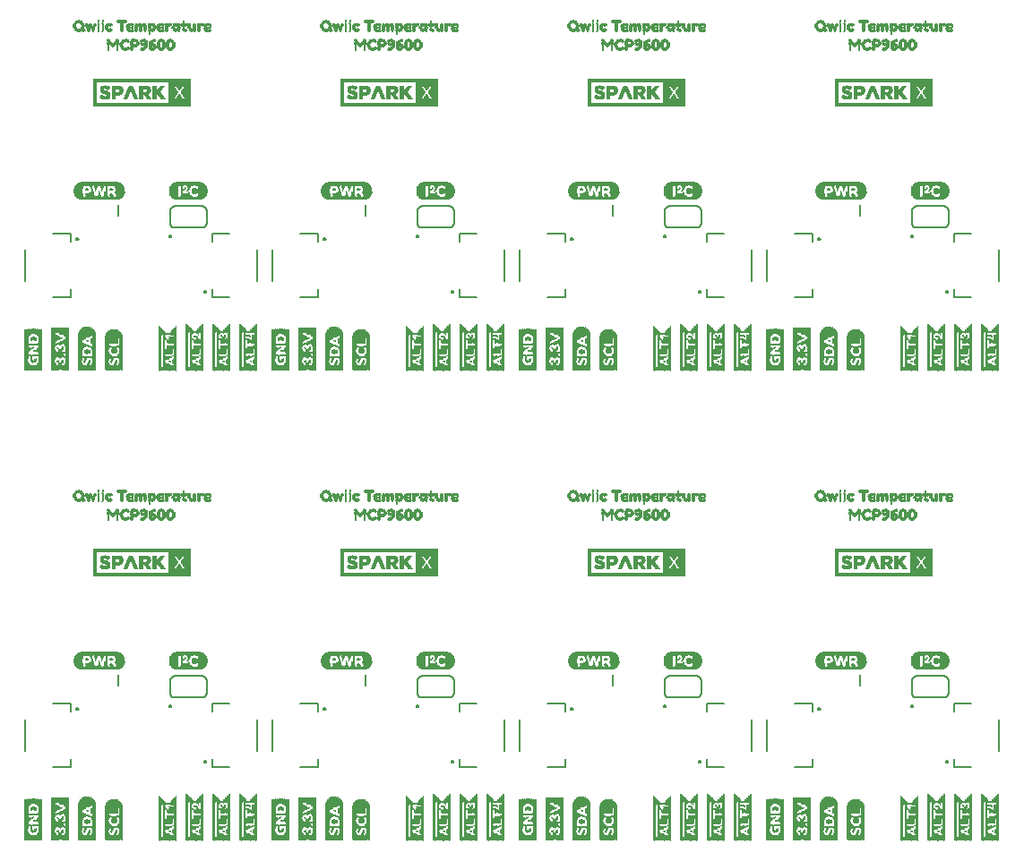
<source format=gto>
G75*
%MOIN*%
%OFA0B0*%
%FSLAX25Y25*%
%IPPOS*%
%LPD*%
%AMOC8*
5,1,8,0,0,1.08239X$1,22.5*
%
%ADD10C,0.00800*%
%ADD11R,0.00630X0.00157*%
%ADD12R,0.00945X0.00157*%
%ADD13R,0.03307X0.00157*%
%ADD14R,0.01732X0.00157*%
%ADD15R,0.03937X0.00157*%
%ADD16R,0.00315X0.00157*%
%ADD17R,0.02362X0.00157*%
%ADD18R,0.02677X0.00157*%
%ADD19R,0.02992X0.00157*%
%ADD20R,0.03622X0.00157*%
%ADD21R,0.01102X0.00157*%
%ADD22R,0.01260X0.00157*%
%ADD23R,0.01417X0.00157*%
%ADD24R,0.00787X0.00157*%
%ADD25R,0.02205X0.00157*%
%ADD26R,0.01890X0.00157*%
%ADD27R,0.02047X0.00157*%
%ADD28R,0.02520X0.00157*%
%ADD29R,0.04252X0.00157*%
%ADD30R,0.02835X0.00157*%
%ADD31R,0.04409X0.00157*%
%ADD32R,0.03780X0.00157*%
%ADD33R,0.03465X0.00157*%
%ADD34R,0.01575X0.00157*%
%ADD35R,0.04094X0.00157*%
%ADD36R,0.00472X0.00157*%
%ADD37C,0.00039*%
%ADD38R,0.14331X0.00157*%
%ADD39R,0.15276X0.00157*%
%ADD40R,0.15906X0.00157*%
%ADD41R,0.16535X0.00157*%
%ADD42R,0.16850X0.00157*%
%ADD43R,0.17165X0.00157*%
%ADD44R,0.17480X0.00157*%
%ADD45R,0.06614X0.00157*%
%ADD46R,0.06772X0.00157*%
%ADD47R,0.03150X0.00157*%
%ADD48R,0.00157X0.00157*%
%ADD49R,0.09606X0.00157*%
%ADD50R,0.10551X0.00157*%
%ADD51R,0.11181X0.00157*%
%ADD52R,0.11811X0.00157*%
%ADD53R,0.12126X0.00157*%
%ADD54R,0.12441X0.00157*%
%ADD55R,0.12756X0.00157*%
%ADD56R,0.04882X0.00157*%
%ADD57R,0.05669X0.00157*%
%ADD58R,0.05827X0.00157*%
%ADD59R,0.05984X0.00157*%
%ADD60R,0.04567X0.00157*%
%ADD61R,0.00157X0.15906*%
%ADD62R,0.00157X0.02992*%
%ADD63R,0.00157X0.03937*%
%ADD64R,0.00157X0.07402*%
%ADD65R,0.00157X0.02520*%
%ADD66R,0.00157X0.03307*%
%ADD67R,0.00157X0.01102*%
%ADD68R,0.00157X0.02362*%
%ADD69R,0.00157X0.01890*%
%ADD70R,0.00157X0.02677*%
%ADD71R,0.00157X0.00787*%
%ADD72R,0.00157X0.01732*%
%ADD73R,0.00157X0.02205*%
%ADD74R,0.00157X0.00630*%
%ADD75R,0.00157X0.02047*%
%ADD76R,0.00157X0.00472*%
%ADD77R,0.00157X0.00315*%
%ADD78R,0.00157X0.00945*%
%ADD79R,0.00157X0.01575*%
%ADD80R,0.00157X0.01417*%
%ADD81R,0.00157X0.01260*%
%ADD82R,0.00157X0.03150*%
%ADD83R,0.00157X0.03622*%
%ADD84R,0.00157X0.02835*%
%ADD85R,0.00157X0.03465*%
%ADD86R,0.00157X0.15276*%
%ADD87R,0.00157X0.11024*%
%ADD88R,0.00157X0.12913*%
%ADD89R,0.00157X0.13386*%
%ADD90R,0.00157X0.13701*%
%ADD91R,0.00157X0.14016*%
%ADD92R,0.00157X0.14173*%
%ADD93R,0.00157X0.14331*%
%ADD94R,0.00157X0.14488*%
%ADD95R,0.00157X0.07087*%
%ADD96R,0.00157X0.04882*%
%ADD97R,0.00157X0.05039*%
%ADD98R,0.00157X0.05197*%
%ADD99R,0.00157X0.13858*%
%ADD100R,0.00157X0.14646*%
%ADD101R,0.00157X0.14961*%
%ADD102R,0.00157X0.15118*%
%ADD103R,0.00157X0.15433*%
%ADD104R,0.00157X0.11969*%
%ADD105R,0.00157X0.04567*%
%ADD106R,0.00157X0.04409*%
%ADD107R,0.00157X0.04252*%
%ADD108R,0.00157X0.04094*%
%ADD109R,0.00157X0.03780*%
%ADD110C,0.00787*%
%ADD111R,0.00157X0.16535*%
%ADD112R,0.00157X0.16378*%
%ADD113R,0.00157X0.16220*%
%ADD114R,0.00157X0.16063*%
%ADD115R,0.00157X0.14803*%
%ADD116R,0.00157X0.17480*%
%ADD117R,0.00157X0.17323*%
%ADD118R,0.00157X0.17165*%
%ADD119R,0.00157X0.17008*%
%ADD120R,0.00157X0.15748*%
%ADD121R,0.00157X0.15591*%
%ADD122R,0.00157X0.16850*%
D10*
X0040626Y0082439D02*
X0047122Y0082439D01*
X0047122Y0085392D01*
X0030390Y0088344D02*
X0030390Y0100156D01*
X0040626Y0106061D02*
X0047122Y0106061D01*
X0047122Y0103108D01*
X0049281Y0104093D02*
X0049283Y0104133D01*
X0049289Y0104172D01*
X0049299Y0104211D01*
X0049312Y0104248D01*
X0049330Y0104284D01*
X0049351Y0104318D01*
X0049375Y0104350D01*
X0049402Y0104379D01*
X0049432Y0104406D01*
X0049464Y0104429D01*
X0049499Y0104449D01*
X0049535Y0104465D01*
X0049573Y0104478D01*
X0049612Y0104487D01*
X0049651Y0104492D01*
X0049691Y0104493D01*
X0049731Y0104490D01*
X0049770Y0104483D01*
X0049808Y0104472D01*
X0049846Y0104458D01*
X0049881Y0104439D01*
X0049914Y0104418D01*
X0049946Y0104393D01*
X0049974Y0104365D01*
X0050000Y0104335D01*
X0050022Y0104302D01*
X0050041Y0104267D01*
X0050057Y0104230D01*
X0050069Y0104192D01*
X0050077Y0104153D01*
X0050081Y0104113D01*
X0050081Y0104073D01*
X0050077Y0104033D01*
X0050069Y0103994D01*
X0050057Y0103956D01*
X0050041Y0103919D01*
X0050022Y0103884D01*
X0050000Y0103851D01*
X0049974Y0103821D01*
X0049946Y0103793D01*
X0049914Y0103768D01*
X0049881Y0103747D01*
X0049846Y0103728D01*
X0049808Y0103714D01*
X0049770Y0103703D01*
X0049731Y0103696D01*
X0049691Y0103693D01*
X0049651Y0103694D01*
X0049612Y0103699D01*
X0049573Y0103708D01*
X0049535Y0103721D01*
X0049499Y0103737D01*
X0049464Y0103757D01*
X0049432Y0103780D01*
X0049402Y0103807D01*
X0049375Y0103836D01*
X0049351Y0103868D01*
X0049330Y0103902D01*
X0049312Y0103938D01*
X0049299Y0103975D01*
X0049289Y0104014D01*
X0049283Y0104053D01*
X0049281Y0104093D01*
X0064750Y0112875D02*
X0064750Y0116625D01*
X0084200Y0114450D02*
X0084200Y0110050D01*
X0084202Y0109967D01*
X0084208Y0109884D01*
X0084217Y0109801D01*
X0084231Y0109719D01*
X0084248Y0109638D01*
X0084269Y0109557D01*
X0084293Y0109478D01*
X0084322Y0109400D01*
X0084353Y0109323D01*
X0084389Y0109248D01*
X0084427Y0109174D01*
X0084470Y0109102D01*
X0084515Y0109033D01*
X0084564Y0108965D01*
X0084615Y0108900D01*
X0084670Y0108837D01*
X0084727Y0108777D01*
X0084787Y0108720D01*
X0084850Y0108665D01*
X0084915Y0108614D01*
X0084983Y0108565D01*
X0085052Y0108520D01*
X0085124Y0108477D01*
X0085198Y0108439D01*
X0085273Y0108403D01*
X0085350Y0108372D01*
X0085428Y0108343D01*
X0085507Y0108319D01*
X0085588Y0108298D01*
X0085669Y0108281D01*
X0085751Y0108267D01*
X0085834Y0108258D01*
X0085917Y0108252D01*
X0086000Y0108250D01*
X0096000Y0108250D01*
X0096083Y0108252D01*
X0096166Y0108258D01*
X0096249Y0108267D01*
X0096331Y0108281D01*
X0096412Y0108298D01*
X0096493Y0108319D01*
X0096572Y0108343D01*
X0096650Y0108372D01*
X0096727Y0108403D01*
X0096802Y0108439D01*
X0096876Y0108477D01*
X0096948Y0108520D01*
X0097017Y0108565D01*
X0097085Y0108614D01*
X0097150Y0108665D01*
X0097213Y0108720D01*
X0097273Y0108777D01*
X0097330Y0108837D01*
X0097385Y0108900D01*
X0097436Y0108965D01*
X0097485Y0109033D01*
X0097530Y0109102D01*
X0097573Y0109174D01*
X0097611Y0109248D01*
X0097647Y0109323D01*
X0097678Y0109400D01*
X0097707Y0109478D01*
X0097731Y0109557D01*
X0097752Y0109638D01*
X0097769Y0109719D01*
X0097783Y0109801D01*
X0097792Y0109884D01*
X0097798Y0109967D01*
X0097800Y0110050D01*
X0097800Y0114450D01*
X0097798Y0114533D01*
X0097792Y0114616D01*
X0097783Y0114699D01*
X0097769Y0114781D01*
X0097752Y0114862D01*
X0097731Y0114943D01*
X0097707Y0115022D01*
X0097678Y0115100D01*
X0097647Y0115177D01*
X0097611Y0115252D01*
X0097573Y0115326D01*
X0097530Y0115398D01*
X0097485Y0115467D01*
X0097436Y0115535D01*
X0097385Y0115600D01*
X0097330Y0115663D01*
X0097273Y0115723D01*
X0097213Y0115780D01*
X0097150Y0115835D01*
X0097085Y0115886D01*
X0097017Y0115935D01*
X0096948Y0115980D01*
X0096876Y0116023D01*
X0096802Y0116061D01*
X0096727Y0116097D01*
X0096650Y0116128D01*
X0096572Y0116157D01*
X0096493Y0116181D01*
X0096412Y0116202D01*
X0096331Y0116219D01*
X0096249Y0116233D01*
X0096166Y0116242D01*
X0096083Y0116248D01*
X0096000Y0116250D01*
X0086000Y0116250D01*
X0085917Y0116248D01*
X0085834Y0116242D01*
X0085751Y0116233D01*
X0085669Y0116219D01*
X0085588Y0116202D01*
X0085507Y0116181D01*
X0085428Y0116157D01*
X0085350Y0116128D01*
X0085273Y0116097D01*
X0085198Y0116061D01*
X0085124Y0116023D01*
X0085052Y0115980D01*
X0084983Y0115935D01*
X0084915Y0115886D01*
X0084850Y0115835D01*
X0084787Y0115780D01*
X0084727Y0115723D01*
X0084670Y0115663D01*
X0084615Y0115600D01*
X0084564Y0115535D01*
X0084515Y0115467D01*
X0084470Y0115398D01*
X0084427Y0115326D01*
X0084389Y0115252D01*
X0084353Y0115177D01*
X0084322Y0115100D01*
X0084293Y0115022D01*
X0084269Y0114943D01*
X0084248Y0114862D01*
X0084231Y0114781D01*
X0084217Y0114699D01*
X0084208Y0114616D01*
X0084202Y0114533D01*
X0084200Y0114450D01*
X0099878Y0106061D02*
X0106374Y0106061D01*
X0099878Y0106061D02*
X0099878Y0103108D01*
X0116610Y0100156D02*
X0116610Y0088344D01*
X0122390Y0088344D02*
X0122390Y0100156D01*
X0132626Y0106061D02*
X0139122Y0106061D01*
X0139122Y0103108D01*
X0141281Y0104093D02*
X0141283Y0104133D01*
X0141289Y0104172D01*
X0141299Y0104211D01*
X0141312Y0104248D01*
X0141330Y0104284D01*
X0141351Y0104318D01*
X0141375Y0104350D01*
X0141402Y0104379D01*
X0141432Y0104406D01*
X0141464Y0104429D01*
X0141499Y0104449D01*
X0141535Y0104465D01*
X0141573Y0104478D01*
X0141612Y0104487D01*
X0141651Y0104492D01*
X0141691Y0104493D01*
X0141731Y0104490D01*
X0141770Y0104483D01*
X0141808Y0104472D01*
X0141846Y0104458D01*
X0141881Y0104439D01*
X0141914Y0104418D01*
X0141946Y0104393D01*
X0141974Y0104365D01*
X0142000Y0104335D01*
X0142022Y0104302D01*
X0142041Y0104267D01*
X0142057Y0104230D01*
X0142069Y0104192D01*
X0142077Y0104153D01*
X0142081Y0104113D01*
X0142081Y0104073D01*
X0142077Y0104033D01*
X0142069Y0103994D01*
X0142057Y0103956D01*
X0142041Y0103919D01*
X0142022Y0103884D01*
X0142000Y0103851D01*
X0141974Y0103821D01*
X0141946Y0103793D01*
X0141914Y0103768D01*
X0141881Y0103747D01*
X0141846Y0103728D01*
X0141808Y0103714D01*
X0141770Y0103703D01*
X0141731Y0103696D01*
X0141691Y0103693D01*
X0141651Y0103694D01*
X0141612Y0103699D01*
X0141573Y0103708D01*
X0141535Y0103721D01*
X0141499Y0103737D01*
X0141464Y0103757D01*
X0141432Y0103780D01*
X0141402Y0103807D01*
X0141375Y0103836D01*
X0141351Y0103868D01*
X0141330Y0103902D01*
X0141312Y0103938D01*
X0141299Y0103975D01*
X0141289Y0104014D01*
X0141283Y0104053D01*
X0141281Y0104093D01*
X0156750Y0112875D02*
X0156750Y0116625D01*
X0176200Y0114450D02*
X0176200Y0110050D01*
X0176202Y0109967D01*
X0176208Y0109884D01*
X0176217Y0109801D01*
X0176231Y0109719D01*
X0176248Y0109638D01*
X0176269Y0109557D01*
X0176293Y0109478D01*
X0176322Y0109400D01*
X0176353Y0109323D01*
X0176389Y0109248D01*
X0176427Y0109174D01*
X0176470Y0109102D01*
X0176515Y0109033D01*
X0176564Y0108965D01*
X0176615Y0108900D01*
X0176670Y0108837D01*
X0176727Y0108777D01*
X0176787Y0108720D01*
X0176850Y0108665D01*
X0176915Y0108614D01*
X0176983Y0108565D01*
X0177052Y0108520D01*
X0177124Y0108477D01*
X0177198Y0108439D01*
X0177273Y0108403D01*
X0177350Y0108372D01*
X0177428Y0108343D01*
X0177507Y0108319D01*
X0177588Y0108298D01*
X0177669Y0108281D01*
X0177751Y0108267D01*
X0177834Y0108258D01*
X0177917Y0108252D01*
X0178000Y0108250D01*
X0188000Y0108250D01*
X0188083Y0108252D01*
X0188166Y0108258D01*
X0188249Y0108267D01*
X0188331Y0108281D01*
X0188412Y0108298D01*
X0188493Y0108319D01*
X0188572Y0108343D01*
X0188650Y0108372D01*
X0188727Y0108403D01*
X0188802Y0108439D01*
X0188876Y0108477D01*
X0188948Y0108520D01*
X0189017Y0108565D01*
X0189085Y0108614D01*
X0189150Y0108665D01*
X0189213Y0108720D01*
X0189273Y0108777D01*
X0189330Y0108837D01*
X0189385Y0108900D01*
X0189436Y0108965D01*
X0189485Y0109033D01*
X0189530Y0109102D01*
X0189573Y0109174D01*
X0189611Y0109248D01*
X0189647Y0109323D01*
X0189678Y0109400D01*
X0189707Y0109478D01*
X0189731Y0109557D01*
X0189752Y0109638D01*
X0189769Y0109719D01*
X0189783Y0109801D01*
X0189792Y0109884D01*
X0189798Y0109967D01*
X0189800Y0110050D01*
X0189800Y0114450D01*
X0189798Y0114533D01*
X0189792Y0114616D01*
X0189783Y0114699D01*
X0189769Y0114781D01*
X0189752Y0114862D01*
X0189731Y0114943D01*
X0189707Y0115022D01*
X0189678Y0115100D01*
X0189647Y0115177D01*
X0189611Y0115252D01*
X0189573Y0115326D01*
X0189530Y0115398D01*
X0189485Y0115467D01*
X0189436Y0115535D01*
X0189385Y0115600D01*
X0189330Y0115663D01*
X0189273Y0115723D01*
X0189213Y0115780D01*
X0189150Y0115835D01*
X0189085Y0115886D01*
X0189017Y0115935D01*
X0188948Y0115980D01*
X0188876Y0116023D01*
X0188802Y0116061D01*
X0188727Y0116097D01*
X0188650Y0116128D01*
X0188572Y0116157D01*
X0188493Y0116181D01*
X0188412Y0116202D01*
X0188331Y0116219D01*
X0188249Y0116233D01*
X0188166Y0116242D01*
X0188083Y0116248D01*
X0188000Y0116250D01*
X0178000Y0116250D01*
X0177917Y0116248D01*
X0177834Y0116242D01*
X0177751Y0116233D01*
X0177669Y0116219D01*
X0177588Y0116202D01*
X0177507Y0116181D01*
X0177428Y0116157D01*
X0177350Y0116128D01*
X0177273Y0116097D01*
X0177198Y0116061D01*
X0177124Y0116023D01*
X0177052Y0115980D01*
X0176983Y0115935D01*
X0176915Y0115886D01*
X0176850Y0115835D01*
X0176787Y0115780D01*
X0176727Y0115723D01*
X0176670Y0115663D01*
X0176615Y0115600D01*
X0176564Y0115535D01*
X0176515Y0115467D01*
X0176470Y0115398D01*
X0176427Y0115326D01*
X0176389Y0115252D01*
X0176353Y0115177D01*
X0176322Y0115100D01*
X0176293Y0115022D01*
X0176269Y0114943D01*
X0176248Y0114862D01*
X0176231Y0114781D01*
X0176217Y0114699D01*
X0176208Y0114616D01*
X0176202Y0114533D01*
X0176200Y0114450D01*
X0191878Y0106061D02*
X0198374Y0106061D01*
X0191878Y0106061D02*
X0191878Y0103108D01*
X0208610Y0100156D02*
X0208610Y0088344D01*
X0214390Y0088344D02*
X0214390Y0100156D01*
X0224626Y0106061D02*
X0231122Y0106061D01*
X0231122Y0103108D01*
X0233281Y0104093D02*
X0233283Y0104133D01*
X0233289Y0104172D01*
X0233299Y0104211D01*
X0233312Y0104248D01*
X0233330Y0104284D01*
X0233351Y0104318D01*
X0233375Y0104350D01*
X0233402Y0104379D01*
X0233432Y0104406D01*
X0233464Y0104429D01*
X0233499Y0104449D01*
X0233535Y0104465D01*
X0233573Y0104478D01*
X0233612Y0104487D01*
X0233651Y0104492D01*
X0233691Y0104493D01*
X0233731Y0104490D01*
X0233770Y0104483D01*
X0233808Y0104472D01*
X0233846Y0104458D01*
X0233881Y0104439D01*
X0233914Y0104418D01*
X0233946Y0104393D01*
X0233974Y0104365D01*
X0234000Y0104335D01*
X0234022Y0104302D01*
X0234041Y0104267D01*
X0234057Y0104230D01*
X0234069Y0104192D01*
X0234077Y0104153D01*
X0234081Y0104113D01*
X0234081Y0104073D01*
X0234077Y0104033D01*
X0234069Y0103994D01*
X0234057Y0103956D01*
X0234041Y0103919D01*
X0234022Y0103884D01*
X0234000Y0103851D01*
X0233974Y0103821D01*
X0233946Y0103793D01*
X0233914Y0103768D01*
X0233881Y0103747D01*
X0233846Y0103728D01*
X0233808Y0103714D01*
X0233770Y0103703D01*
X0233731Y0103696D01*
X0233691Y0103693D01*
X0233651Y0103694D01*
X0233612Y0103699D01*
X0233573Y0103708D01*
X0233535Y0103721D01*
X0233499Y0103737D01*
X0233464Y0103757D01*
X0233432Y0103780D01*
X0233402Y0103807D01*
X0233375Y0103836D01*
X0233351Y0103868D01*
X0233330Y0103902D01*
X0233312Y0103938D01*
X0233299Y0103975D01*
X0233289Y0104014D01*
X0233283Y0104053D01*
X0233281Y0104093D01*
X0248750Y0112875D02*
X0248750Y0116625D01*
X0268200Y0114450D02*
X0268200Y0110050D01*
X0268202Y0109967D01*
X0268208Y0109884D01*
X0268217Y0109801D01*
X0268231Y0109719D01*
X0268248Y0109638D01*
X0268269Y0109557D01*
X0268293Y0109478D01*
X0268322Y0109400D01*
X0268353Y0109323D01*
X0268389Y0109248D01*
X0268427Y0109174D01*
X0268470Y0109102D01*
X0268515Y0109033D01*
X0268564Y0108965D01*
X0268615Y0108900D01*
X0268670Y0108837D01*
X0268727Y0108777D01*
X0268787Y0108720D01*
X0268850Y0108665D01*
X0268915Y0108614D01*
X0268983Y0108565D01*
X0269052Y0108520D01*
X0269124Y0108477D01*
X0269198Y0108439D01*
X0269273Y0108403D01*
X0269350Y0108372D01*
X0269428Y0108343D01*
X0269507Y0108319D01*
X0269588Y0108298D01*
X0269669Y0108281D01*
X0269751Y0108267D01*
X0269834Y0108258D01*
X0269917Y0108252D01*
X0270000Y0108250D01*
X0280000Y0108250D01*
X0280083Y0108252D01*
X0280166Y0108258D01*
X0280249Y0108267D01*
X0280331Y0108281D01*
X0280412Y0108298D01*
X0280493Y0108319D01*
X0280572Y0108343D01*
X0280650Y0108372D01*
X0280727Y0108403D01*
X0280802Y0108439D01*
X0280876Y0108477D01*
X0280948Y0108520D01*
X0281017Y0108565D01*
X0281085Y0108614D01*
X0281150Y0108665D01*
X0281213Y0108720D01*
X0281273Y0108777D01*
X0281330Y0108837D01*
X0281385Y0108900D01*
X0281436Y0108965D01*
X0281485Y0109033D01*
X0281530Y0109102D01*
X0281573Y0109174D01*
X0281611Y0109248D01*
X0281647Y0109323D01*
X0281678Y0109400D01*
X0281707Y0109478D01*
X0281731Y0109557D01*
X0281752Y0109638D01*
X0281769Y0109719D01*
X0281783Y0109801D01*
X0281792Y0109884D01*
X0281798Y0109967D01*
X0281800Y0110050D01*
X0281800Y0114450D01*
X0281798Y0114533D01*
X0281792Y0114616D01*
X0281783Y0114699D01*
X0281769Y0114781D01*
X0281752Y0114862D01*
X0281731Y0114943D01*
X0281707Y0115022D01*
X0281678Y0115100D01*
X0281647Y0115177D01*
X0281611Y0115252D01*
X0281573Y0115326D01*
X0281530Y0115398D01*
X0281485Y0115467D01*
X0281436Y0115535D01*
X0281385Y0115600D01*
X0281330Y0115663D01*
X0281273Y0115723D01*
X0281213Y0115780D01*
X0281150Y0115835D01*
X0281085Y0115886D01*
X0281017Y0115935D01*
X0280948Y0115980D01*
X0280876Y0116023D01*
X0280802Y0116061D01*
X0280727Y0116097D01*
X0280650Y0116128D01*
X0280572Y0116157D01*
X0280493Y0116181D01*
X0280412Y0116202D01*
X0280331Y0116219D01*
X0280249Y0116233D01*
X0280166Y0116242D01*
X0280083Y0116248D01*
X0280000Y0116250D01*
X0270000Y0116250D01*
X0269917Y0116248D01*
X0269834Y0116242D01*
X0269751Y0116233D01*
X0269669Y0116219D01*
X0269588Y0116202D01*
X0269507Y0116181D01*
X0269428Y0116157D01*
X0269350Y0116128D01*
X0269273Y0116097D01*
X0269198Y0116061D01*
X0269124Y0116023D01*
X0269052Y0115980D01*
X0268983Y0115935D01*
X0268915Y0115886D01*
X0268850Y0115835D01*
X0268787Y0115780D01*
X0268727Y0115723D01*
X0268670Y0115663D01*
X0268615Y0115600D01*
X0268564Y0115535D01*
X0268515Y0115467D01*
X0268470Y0115398D01*
X0268427Y0115326D01*
X0268389Y0115252D01*
X0268353Y0115177D01*
X0268322Y0115100D01*
X0268293Y0115022D01*
X0268269Y0114943D01*
X0268248Y0114862D01*
X0268231Y0114781D01*
X0268217Y0114699D01*
X0268208Y0114616D01*
X0268202Y0114533D01*
X0268200Y0114450D01*
X0283878Y0106061D02*
X0290374Y0106061D01*
X0283878Y0106061D02*
X0283878Y0103108D01*
X0300610Y0100156D02*
X0300610Y0088344D01*
X0306390Y0088344D02*
X0306390Y0100156D01*
X0316626Y0106061D02*
X0323122Y0106061D01*
X0323122Y0103108D01*
X0325281Y0104093D02*
X0325283Y0104133D01*
X0325289Y0104172D01*
X0325299Y0104211D01*
X0325312Y0104248D01*
X0325330Y0104284D01*
X0325351Y0104318D01*
X0325375Y0104350D01*
X0325402Y0104379D01*
X0325432Y0104406D01*
X0325464Y0104429D01*
X0325499Y0104449D01*
X0325535Y0104465D01*
X0325573Y0104478D01*
X0325612Y0104487D01*
X0325651Y0104492D01*
X0325691Y0104493D01*
X0325731Y0104490D01*
X0325770Y0104483D01*
X0325808Y0104472D01*
X0325846Y0104458D01*
X0325881Y0104439D01*
X0325914Y0104418D01*
X0325946Y0104393D01*
X0325974Y0104365D01*
X0326000Y0104335D01*
X0326022Y0104302D01*
X0326041Y0104267D01*
X0326057Y0104230D01*
X0326069Y0104192D01*
X0326077Y0104153D01*
X0326081Y0104113D01*
X0326081Y0104073D01*
X0326077Y0104033D01*
X0326069Y0103994D01*
X0326057Y0103956D01*
X0326041Y0103919D01*
X0326022Y0103884D01*
X0326000Y0103851D01*
X0325974Y0103821D01*
X0325946Y0103793D01*
X0325914Y0103768D01*
X0325881Y0103747D01*
X0325846Y0103728D01*
X0325808Y0103714D01*
X0325770Y0103703D01*
X0325731Y0103696D01*
X0325691Y0103693D01*
X0325651Y0103694D01*
X0325612Y0103699D01*
X0325573Y0103708D01*
X0325535Y0103721D01*
X0325499Y0103737D01*
X0325464Y0103757D01*
X0325432Y0103780D01*
X0325402Y0103807D01*
X0325375Y0103836D01*
X0325351Y0103868D01*
X0325330Y0103902D01*
X0325312Y0103938D01*
X0325299Y0103975D01*
X0325289Y0104014D01*
X0325283Y0104053D01*
X0325281Y0104093D01*
X0340750Y0112875D02*
X0340750Y0116625D01*
X0360200Y0114450D02*
X0360200Y0110050D01*
X0360202Y0109967D01*
X0360208Y0109884D01*
X0360217Y0109801D01*
X0360231Y0109719D01*
X0360248Y0109638D01*
X0360269Y0109557D01*
X0360293Y0109478D01*
X0360322Y0109400D01*
X0360353Y0109323D01*
X0360389Y0109248D01*
X0360427Y0109174D01*
X0360470Y0109102D01*
X0360515Y0109033D01*
X0360564Y0108965D01*
X0360615Y0108900D01*
X0360670Y0108837D01*
X0360727Y0108777D01*
X0360787Y0108720D01*
X0360850Y0108665D01*
X0360915Y0108614D01*
X0360983Y0108565D01*
X0361052Y0108520D01*
X0361124Y0108477D01*
X0361198Y0108439D01*
X0361273Y0108403D01*
X0361350Y0108372D01*
X0361428Y0108343D01*
X0361507Y0108319D01*
X0361588Y0108298D01*
X0361669Y0108281D01*
X0361751Y0108267D01*
X0361834Y0108258D01*
X0361917Y0108252D01*
X0362000Y0108250D01*
X0372000Y0108250D01*
X0372083Y0108252D01*
X0372166Y0108258D01*
X0372249Y0108267D01*
X0372331Y0108281D01*
X0372412Y0108298D01*
X0372493Y0108319D01*
X0372572Y0108343D01*
X0372650Y0108372D01*
X0372727Y0108403D01*
X0372802Y0108439D01*
X0372876Y0108477D01*
X0372948Y0108520D01*
X0373017Y0108565D01*
X0373085Y0108614D01*
X0373150Y0108665D01*
X0373213Y0108720D01*
X0373273Y0108777D01*
X0373330Y0108837D01*
X0373385Y0108900D01*
X0373436Y0108965D01*
X0373485Y0109033D01*
X0373530Y0109102D01*
X0373573Y0109174D01*
X0373611Y0109248D01*
X0373647Y0109323D01*
X0373678Y0109400D01*
X0373707Y0109478D01*
X0373731Y0109557D01*
X0373752Y0109638D01*
X0373769Y0109719D01*
X0373783Y0109801D01*
X0373792Y0109884D01*
X0373798Y0109967D01*
X0373800Y0110050D01*
X0373800Y0114450D01*
X0373798Y0114533D01*
X0373792Y0114616D01*
X0373783Y0114699D01*
X0373769Y0114781D01*
X0373752Y0114862D01*
X0373731Y0114943D01*
X0373707Y0115022D01*
X0373678Y0115100D01*
X0373647Y0115177D01*
X0373611Y0115252D01*
X0373573Y0115326D01*
X0373530Y0115398D01*
X0373485Y0115467D01*
X0373436Y0115535D01*
X0373385Y0115600D01*
X0373330Y0115663D01*
X0373273Y0115723D01*
X0373213Y0115780D01*
X0373150Y0115835D01*
X0373085Y0115886D01*
X0373017Y0115935D01*
X0372948Y0115980D01*
X0372876Y0116023D01*
X0372802Y0116061D01*
X0372727Y0116097D01*
X0372650Y0116128D01*
X0372572Y0116157D01*
X0372493Y0116181D01*
X0372412Y0116202D01*
X0372331Y0116219D01*
X0372249Y0116233D01*
X0372166Y0116242D01*
X0372083Y0116248D01*
X0372000Y0116250D01*
X0362000Y0116250D01*
X0361917Y0116248D01*
X0361834Y0116242D01*
X0361751Y0116233D01*
X0361669Y0116219D01*
X0361588Y0116202D01*
X0361507Y0116181D01*
X0361428Y0116157D01*
X0361350Y0116128D01*
X0361273Y0116097D01*
X0361198Y0116061D01*
X0361124Y0116023D01*
X0361052Y0115980D01*
X0360983Y0115935D01*
X0360915Y0115886D01*
X0360850Y0115835D01*
X0360787Y0115780D01*
X0360727Y0115723D01*
X0360670Y0115663D01*
X0360615Y0115600D01*
X0360564Y0115535D01*
X0360515Y0115467D01*
X0360470Y0115398D01*
X0360427Y0115326D01*
X0360389Y0115252D01*
X0360353Y0115177D01*
X0360322Y0115100D01*
X0360293Y0115022D01*
X0360269Y0114943D01*
X0360248Y0114862D01*
X0360231Y0114781D01*
X0360217Y0114699D01*
X0360208Y0114616D01*
X0360202Y0114533D01*
X0360200Y0114450D01*
X0375878Y0106061D02*
X0382374Y0106061D01*
X0375878Y0106061D02*
X0375878Y0103108D01*
X0392610Y0100156D02*
X0392610Y0088344D01*
X0382374Y0082439D02*
X0375878Y0082439D01*
X0375878Y0085392D01*
X0372919Y0084407D02*
X0372921Y0084447D01*
X0372927Y0084486D01*
X0372937Y0084525D01*
X0372950Y0084562D01*
X0372968Y0084598D01*
X0372989Y0084632D01*
X0373013Y0084664D01*
X0373040Y0084693D01*
X0373070Y0084720D01*
X0373102Y0084743D01*
X0373137Y0084763D01*
X0373173Y0084779D01*
X0373211Y0084792D01*
X0373250Y0084801D01*
X0373289Y0084806D01*
X0373329Y0084807D01*
X0373369Y0084804D01*
X0373408Y0084797D01*
X0373446Y0084786D01*
X0373484Y0084772D01*
X0373519Y0084753D01*
X0373552Y0084732D01*
X0373584Y0084707D01*
X0373612Y0084679D01*
X0373638Y0084649D01*
X0373660Y0084616D01*
X0373679Y0084581D01*
X0373695Y0084544D01*
X0373707Y0084506D01*
X0373715Y0084467D01*
X0373719Y0084427D01*
X0373719Y0084387D01*
X0373715Y0084347D01*
X0373707Y0084308D01*
X0373695Y0084270D01*
X0373679Y0084233D01*
X0373660Y0084198D01*
X0373638Y0084165D01*
X0373612Y0084135D01*
X0373584Y0084107D01*
X0373552Y0084082D01*
X0373519Y0084061D01*
X0373484Y0084042D01*
X0373446Y0084028D01*
X0373408Y0084017D01*
X0373369Y0084010D01*
X0373329Y0084007D01*
X0373289Y0084008D01*
X0373250Y0084013D01*
X0373211Y0084022D01*
X0373173Y0084035D01*
X0373137Y0084051D01*
X0373102Y0084071D01*
X0373070Y0084094D01*
X0373040Y0084121D01*
X0373013Y0084150D01*
X0372989Y0084182D01*
X0372968Y0084216D01*
X0372950Y0084252D01*
X0372937Y0084289D01*
X0372927Y0084328D01*
X0372921Y0084367D01*
X0372919Y0084407D01*
X0323122Y0085392D02*
X0323122Y0082439D01*
X0316626Y0082439D01*
X0290374Y0082439D02*
X0283878Y0082439D01*
X0283878Y0085392D01*
X0280919Y0084407D02*
X0280921Y0084447D01*
X0280927Y0084486D01*
X0280937Y0084525D01*
X0280950Y0084562D01*
X0280968Y0084598D01*
X0280989Y0084632D01*
X0281013Y0084664D01*
X0281040Y0084693D01*
X0281070Y0084720D01*
X0281102Y0084743D01*
X0281137Y0084763D01*
X0281173Y0084779D01*
X0281211Y0084792D01*
X0281250Y0084801D01*
X0281289Y0084806D01*
X0281329Y0084807D01*
X0281369Y0084804D01*
X0281408Y0084797D01*
X0281446Y0084786D01*
X0281484Y0084772D01*
X0281519Y0084753D01*
X0281552Y0084732D01*
X0281584Y0084707D01*
X0281612Y0084679D01*
X0281638Y0084649D01*
X0281660Y0084616D01*
X0281679Y0084581D01*
X0281695Y0084544D01*
X0281707Y0084506D01*
X0281715Y0084467D01*
X0281719Y0084427D01*
X0281719Y0084387D01*
X0281715Y0084347D01*
X0281707Y0084308D01*
X0281695Y0084270D01*
X0281679Y0084233D01*
X0281660Y0084198D01*
X0281638Y0084165D01*
X0281612Y0084135D01*
X0281584Y0084107D01*
X0281552Y0084082D01*
X0281519Y0084061D01*
X0281484Y0084042D01*
X0281446Y0084028D01*
X0281408Y0084017D01*
X0281369Y0084010D01*
X0281329Y0084007D01*
X0281289Y0084008D01*
X0281250Y0084013D01*
X0281211Y0084022D01*
X0281173Y0084035D01*
X0281137Y0084051D01*
X0281102Y0084071D01*
X0281070Y0084094D01*
X0281040Y0084121D01*
X0281013Y0084150D01*
X0280989Y0084182D01*
X0280968Y0084216D01*
X0280950Y0084252D01*
X0280937Y0084289D01*
X0280927Y0084328D01*
X0280921Y0084367D01*
X0280919Y0084407D01*
X0231122Y0085392D02*
X0231122Y0082439D01*
X0224626Y0082439D01*
X0198374Y0082439D02*
X0191878Y0082439D01*
X0191878Y0085392D01*
X0188919Y0084407D02*
X0188921Y0084447D01*
X0188927Y0084486D01*
X0188937Y0084525D01*
X0188950Y0084562D01*
X0188968Y0084598D01*
X0188989Y0084632D01*
X0189013Y0084664D01*
X0189040Y0084693D01*
X0189070Y0084720D01*
X0189102Y0084743D01*
X0189137Y0084763D01*
X0189173Y0084779D01*
X0189211Y0084792D01*
X0189250Y0084801D01*
X0189289Y0084806D01*
X0189329Y0084807D01*
X0189369Y0084804D01*
X0189408Y0084797D01*
X0189446Y0084786D01*
X0189484Y0084772D01*
X0189519Y0084753D01*
X0189552Y0084732D01*
X0189584Y0084707D01*
X0189612Y0084679D01*
X0189638Y0084649D01*
X0189660Y0084616D01*
X0189679Y0084581D01*
X0189695Y0084544D01*
X0189707Y0084506D01*
X0189715Y0084467D01*
X0189719Y0084427D01*
X0189719Y0084387D01*
X0189715Y0084347D01*
X0189707Y0084308D01*
X0189695Y0084270D01*
X0189679Y0084233D01*
X0189660Y0084198D01*
X0189638Y0084165D01*
X0189612Y0084135D01*
X0189584Y0084107D01*
X0189552Y0084082D01*
X0189519Y0084061D01*
X0189484Y0084042D01*
X0189446Y0084028D01*
X0189408Y0084017D01*
X0189369Y0084010D01*
X0189329Y0084007D01*
X0189289Y0084008D01*
X0189250Y0084013D01*
X0189211Y0084022D01*
X0189173Y0084035D01*
X0189137Y0084051D01*
X0189102Y0084071D01*
X0189070Y0084094D01*
X0189040Y0084121D01*
X0189013Y0084150D01*
X0188989Y0084182D01*
X0188968Y0084216D01*
X0188950Y0084252D01*
X0188937Y0084289D01*
X0188927Y0084328D01*
X0188921Y0084367D01*
X0188919Y0084407D01*
X0139122Y0085392D02*
X0139122Y0082439D01*
X0132626Y0082439D01*
X0106374Y0082439D02*
X0099878Y0082439D01*
X0099878Y0085392D01*
X0096919Y0084407D02*
X0096921Y0084447D01*
X0096927Y0084486D01*
X0096937Y0084525D01*
X0096950Y0084562D01*
X0096968Y0084598D01*
X0096989Y0084632D01*
X0097013Y0084664D01*
X0097040Y0084693D01*
X0097070Y0084720D01*
X0097102Y0084743D01*
X0097137Y0084763D01*
X0097173Y0084779D01*
X0097211Y0084792D01*
X0097250Y0084801D01*
X0097289Y0084806D01*
X0097329Y0084807D01*
X0097369Y0084804D01*
X0097408Y0084797D01*
X0097446Y0084786D01*
X0097484Y0084772D01*
X0097519Y0084753D01*
X0097552Y0084732D01*
X0097584Y0084707D01*
X0097612Y0084679D01*
X0097638Y0084649D01*
X0097660Y0084616D01*
X0097679Y0084581D01*
X0097695Y0084544D01*
X0097707Y0084506D01*
X0097715Y0084467D01*
X0097719Y0084427D01*
X0097719Y0084387D01*
X0097715Y0084347D01*
X0097707Y0084308D01*
X0097695Y0084270D01*
X0097679Y0084233D01*
X0097660Y0084198D01*
X0097638Y0084165D01*
X0097612Y0084135D01*
X0097584Y0084107D01*
X0097552Y0084082D01*
X0097519Y0084061D01*
X0097484Y0084042D01*
X0097446Y0084028D01*
X0097408Y0084017D01*
X0097369Y0084010D01*
X0097329Y0084007D01*
X0097289Y0084008D01*
X0097250Y0084013D01*
X0097211Y0084022D01*
X0097173Y0084035D01*
X0097137Y0084051D01*
X0097102Y0084071D01*
X0097070Y0084094D01*
X0097040Y0084121D01*
X0097013Y0084150D01*
X0096989Y0084182D01*
X0096968Y0084216D01*
X0096950Y0084252D01*
X0096937Y0084289D01*
X0096927Y0084328D01*
X0096921Y0084367D01*
X0096919Y0084407D01*
X0099878Y0257439D02*
X0099878Y0260392D01*
X0096919Y0259407D02*
X0096921Y0259447D01*
X0096927Y0259486D01*
X0096937Y0259525D01*
X0096950Y0259562D01*
X0096968Y0259598D01*
X0096989Y0259632D01*
X0097013Y0259664D01*
X0097040Y0259693D01*
X0097070Y0259720D01*
X0097102Y0259743D01*
X0097137Y0259763D01*
X0097173Y0259779D01*
X0097211Y0259792D01*
X0097250Y0259801D01*
X0097289Y0259806D01*
X0097329Y0259807D01*
X0097369Y0259804D01*
X0097408Y0259797D01*
X0097446Y0259786D01*
X0097484Y0259772D01*
X0097519Y0259753D01*
X0097552Y0259732D01*
X0097584Y0259707D01*
X0097612Y0259679D01*
X0097638Y0259649D01*
X0097660Y0259616D01*
X0097679Y0259581D01*
X0097695Y0259544D01*
X0097707Y0259506D01*
X0097715Y0259467D01*
X0097719Y0259427D01*
X0097719Y0259387D01*
X0097715Y0259347D01*
X0097707Y0259308D01*
X0097695Y0259270D01*
X0097679Y0259233D01*
X0097660Y0259198D01*
X0097638Y0259165D01*
X0097612Y0259135D01*
X0097584Y0259107D01*
X0097552Y0259082D01*
X0097519Y0259061D01*
X0097484Y0259042D01*
X0097446Y0259028D01*
X0097408Y0259017D01*
X0097369Y0259010D01*
X0097329Y0259007D01*
X0097289Y0259008D01*
X0097250Y0259013D01*
X0097211Y0259022D01*
X0097173Y0259035D01*
X0097137Y0259051D01*
X0097102Y0259071D01*
X0097070Y0259094D01*
X0097040Y0259121D01*
X0097013Y0259150D01*
X0096989Y0259182D01*
X0096968Y0259216D01*
X0096950Y0259252D01*
X0096937Y0259289D01*
X0096927Y0259328D01*
X0096921Y0259367D01*
X0096919Y0259407D01*
X0099878Y0257439D02*
X0106374Y0257439D01*
X0116610Y0263344D02*
X0116610Y0275156D01*
X0122390Y0275156D02*
X0122390Y0263344D01*
X0132626Y0257439D02*
X0139122Y0257439D01*
X0139122Y0260392D01*
X0139122Y0278108D02*
X0139122Y0281061D01*
X0132626Y0281061D01*
X0141281Y0279093D02*
X0141283Y0279133D01*
X0141289Y0279172D01*
X0141299Y0279211D01*
X0141312Y0279248D01*
X0141330Y0279284D01*
X0141351Y0279318D01*
X0141375Y0279350D01*
X0141402Y0279379D01*
X0141432Y0279406D01*
X0141464Y0279429D01*
X0141499Y0279449D01*
X0141535Y0279465D01*
X0141573Y0279478D01*
X0141612Y0279487D01*
X0141651Y0279492D01*
X0141691Y0279493D01*
X0141731Y0279490D01*
X0141770Y0279483D01*
X0141808Y0279472D01*
X0141846Y0279458D01*
X0141881Y0279439D01*
X0141914Y0279418D01*
X0141946Y0279393D01*
X0141974Y0279365D01*
X0142000Y0279335D01*
X0142022Y0279302D01*
X0142041Y0279267D01*
X0142057Y0279230D01*
X0142069Y0279192D01*
X0142077Y0279153D01*
X0142081Y0279113D01*
X0142081Y0279073D01*
X0142077Y0279033D01*
X0142069Y0278994D01*
X0142057Y0278956D01*
X0142041Y0278919D01*
X0142022Y0278884D01*
X0142000Y0278851D01*
X0141974Y0278821D01*
X0141946Y0278793D01*
X0141914Y0278768D01*
X0141881Y0278747D01*
X0141846Y0278728D01*
X0141808Y0278714D01*
X0141770Y0278703D01*
X0141731Y0278696D01*
X0141691Y0278693D01*
X0141651Y0278694D01*
X0141612Y0278699D01*
X0141573Y0278708D01*
X0141535Y0278721D01*
X0141499Y0278737D01*
X0141464Y0278757D01*
X0141432Y0278780D01*
X0141402Y0278807D01*
X0141375Y0278836D01*
X0141351Y0278868D01*
X0141330Y0278902D01*
X0141312Y0278938D01*
X0141299Y0278975D01*
X0141289Y0279014D01*
X0141283Y0279053D01*
X0141281Y0279093D01*
X0156750Y0287875D02*
X0156750Y0291625D01*
X0176200Y0289450D02*
X0176200Y0285050D01*
X0176202Y0284967D01*
X0176208Y0284884D01*
X0176217Y0284801D01*
X0176231Y0284719D01*
X0176248Y0284638D01*
X0176269Y0284557D01*
X0176293Y0284478D01*
X0176322Y0284400D01*
X0176353Y0284323D01*
X0176389Y0284248D01*
X0176427Y0284174D01*
X0176470Y0284102D01*
X0176515Y0284033D01*
X0176564Y0283965D01*
X0176615Y0283900D01*
X0176670Y0283837D01*
X0176727Y0283777D01*
X0176787Y0283720D01*
X0176850Y0283665D01*
X0176915Y0283614D01*
X0176983Y0283565D01*
X0177052Y0283520D01*
X0177124Y0283477D01*
X0177198Y0283439D01*
X0177273Y0283403D01*
X0177350Y0283372D01*
X0177428Y0283343D01*
X0177507Y0283319D01*
X0177588Y0283298D01*
X0177669Y0283281D01*
X0177751Y0283267D01*
X0177834Y0283258D01*
X0177917Y0283252D01*
X0178000Y0283250D01*
X0188000Y0283250D01*
X0188083Y0283252D01*
X0188166Y0283258D01*
X0188249Y0283267D01*
X0188331Y0283281D01*
X0188412Y0283298D01*
X0188493Y0283319D01*
X0188572Y0283343D01*
X0188650Y0283372D01*
X0188727Y0283403D01*
X0188802Y0283439D01*
X0188876Y0283477D01*
X0188948Y0283520D01*
X0189017Y0283565D01*
X0189085Y0283614D01*
X0189150Y0283665D01*
X0189213Y0283720D01*
X0189273Y0283777D01*
X0189330Y0283837D01*
X0189385Y0283900D01*
X0189436Y0283965D01*
X0189485Y0284033D01*
X0189530Y0284102D01*
X0189573Y0284174D01*
X0189611Y0284248D01*
X0189647Y0284323D01*
X0189678Y0284400D01*
X0189707Y0284478D01*
X0189731Y0284557D01*
X0189752Y0284638D01*
X0189769Y0284719D01*
X0189783Y0284801D01*
X0189792Y0284884D01*
X0189798Y0284967D01*
X0189800Y0285050D01*
X0189800Y0289450D01*
X0189798Y0289533D01*
X0189792Y0289616D01*
X0189783Y0289699D01*
X0189769Y0289781D01*
X0189752Y0289862D01*
X0189731Y0289943D01*
X0189707Y0290022D01*
X0189678Y0290100D01*
X0189647Y0290177D01*
X0189611Y0290252D01*
X0189573Y0290326D01*
X0189530Y0290398D01*
X0189485Y0290467D01*
X0189436Y0290535D01*
X0189385Y0290600D01*
X0189330Y0290663D01*
X0189273Y0290723D01*
X0189213Y0290780D01*
X0189150Y0290835D01*
X0189085Y0290886D01*
X0189017Y0290935D01*
X0188948Y0290980D01*
X0188876Y0291023D01*
X0188802Y0291061D01*
X0188727Y0291097D01*
X0188650Y0291128D01*
X0188572Y0291157D01*
X0188493Y0291181D01*
X0188412Y0291202D01*
X0188331Y0291219D01*
X0188249Y0291233D01*
X0188166Y0291242D01*
X0188083Y0291248D01*
X0188000Y0291250D01*
X0178000Y0291250D01*
X0177917Y0291248D01*
X0177834Y0291242D01*
X0177751Y0291233D01*
X0177669Y0291219D01*
X0177588Y0291202D01*
X0177507Y0291181D01*
X0177428Y0291157D01*
X0177350Y0291128D01*
X0177273Y0291097D01*
X0177198Y0291061D01*
X0177124Y0291023D01*
X0177052Y0290980D01*
X0176983Y0290935D01*
X0176915Y0290886D01*
X0176850Y0290835D01*
X0176787Y0290780D01*
X0176727Y0290723D01*
X0176670Y0290663D01*
X0176615Y0290600D01*
X0176564Y0290535D01*
X0176515Y0290467D01*
X0176470Y0290398D01*
X0176427Y0290326D01*
X0176389Y0290252D01*
X0176353Y0290177D01*
X0176322Y0290100D01*
X0176293Y0290022D01*
X0176269Y0289943D01*
X0176248Y0289862D01*
X0176231Y0289781D01*
X0176217Y0289699D01*
X0176208Y0289616D01*
X0176202Y0289533D01*
X0176200Y0289450D01*
X0191878Y0281061D02*
X0198374Y0281061D01*
X0191878Y0281061D02*
X0191878Y0278108D01*
X0208610Y0275156D02*
X0208610Y0263344D01*
X0214390Y0263344D02*
X0214390Y0275156D01*
X0224626Y0281061D02*
X0231122Y0281061D01*
X0231122Y0278108D01*
X0233281Y0279093D02*
X0233283Y0279133D01*
X0233289Y0279172D01*
X0233299Y0279211D01*
X0233312Y0279248D01*
X0233330Y0279284D01*
X0233351Y0279318D01*
X0233375Y0279350D01*
X0233402Y0279379D01*
X0233432Y0279406D01*
X0233464Y0279429D01*
X0233499Y0279449D01*
X0233535Y0279465D01*
X0233573Y0279478D01*
X0233612Y0279487D01*
X0233651Y0279492D01*
X0233691Y0279493D01*
X0233731Y0279490D01*
X0233770Y0279483D01*
X0233808Y0279472D01*
X0233846Y0279458D01*
X0233881Y0279439D01*
X0233914Y0279418D01*
X0233946Y0279393D01*
X0233974Y0279365D01*
X0234000Y0279335D01*
X0234022Y0279302D01*
X0234041Y0279267D01*
X0234057Y0279230D01*
X0234069Y0279192D01*
X0234077Y0279153D01*
X0234081Y0279113D01*
X0234081Y0279073D01*
X0234077Y0279033D01*
X0234069Y0278994D01*
X0234057Y0278956D01*
X0234041Y0278919D01*
X0234022Y0278884D01*
X0234000Y0278851D01*
X0233974Y0278821D01*
X0233946Y0278793D01*
X0233914Y0278768D01*
X0233881Y0278747D01*
X0233846Y0278728D01*
X0233808Y0278714D01*
X0233770Y0278703D01*
X0233731Y0278696D01*
X0233691Y0278693D01*
X0233651Y0278694D01*
X0233612Y0278699D01*
X0233573Y0278708D01*
X0233535Y0278721D01*
X0233499Y0278737D01*
X0233464Y0278757D01*
X0233432Y0278780D01*
X0233402Y0278807D01*
X0233375Y0278836D01*
X0233351Y0278868D01*
X0233330Y0278902D01*
X0233312Y0278938D01*
X0233299Y0278975D01*
X0233289Y0279014D01*
X0233283Y0279053D01*
X0233281Y0279093D01*
X0248750Y0287875D02*
X0248750Y0291625D01*
X0268200Y0289450D02*
X0268200Y0285050D01*
X0268202Y0284967D01*
X0268208Y0284884D01*
X0268217Y0284801D01*
X0268231Y0284719D01*
X0268248Y0284638D01*
X0268269Y0284557D01*
X0268293Y0284478D01*
X0268322Y0284400D01*
X0268353Y0284323D01*
X0268389Y0284248D01*
X0268427Y0284174D01*
X0268470Y0284102D01*
X0268515Y0284033D01*
X0268564Y0283965D01*
X0268615Y0283900D01*
X0268670Y0283837D01*
X0268727Y0283777D01*
X0268787Y0283720D01*
X0268850Y0283665D01*
X0268915Y0283614D01*
X0268983Y0283565D01*
X0269052Y0283520D01*
X0269124Y0283477D01*
X0269198Y0283439D01*
X0269273Y0283403D01*
X0269350Y0283372D01*
X0269428Y0283343D01*
X0269507Y0283319D01*
X0269588Y0283298D01*
X0269669Y0283281D01*
X0269751Y0283267D01*
X0269834Y0283258D01*
X0269917Y0283252D01*
X0270000Y0283250D01*
X0280000Y0283250D01*
X0280083Y0283252D01*
X0280166Y0283258D01*
X0280249Y0283267D01*
X0280331Y0283281D01*
X0280412Y0283298D01*
X0280493Y0283319D01*
X0280572Y0283343D01*
X0280650Y0283372D01*
X0280727Y0283403D01*
X0280802Y0283439D01*
X0280876Y0283477D01*
X0280948Y0283520D01*
X0281017Y0283565D01*
X0281085Y0283614D01*
X0281150Y0283665D01*
X0281213Y0283720D01*
X0281273Y0283777D01*
X0281330Y0283837D01*
X0281385Y0283900D01*
X0281436Y0283965D01*
X0281485Y0284033D01*
X0281530Y0284102D01*
X0281573Y0284174D01*
X0281611Y0284248D01*
X0281647Y0284323D01*
X0281678Y0284400D01*
X0281707Y0284478D01*
X0281731Y0284557D01*
X0281752Y0284638D01*
X0281769Y0284719D01*
X0281783Y0284801D01*
X0281792Y0284884D01*
X0281798Y0284967D01*
X0281800Y0285050D01*
X0281800Y0289450D01*
X0281798Y0289533D01*
X0281792Y0289616D01*
X0281783Y0289699D01*
X0281769Y0289781D01*
X0281752Y0289862D01*
X0281731Y0289943D01*
X0281707Y0290022D01*
X0281678Y0290100D01*
X0281647Y0290177D01*
X0281611Y0290252D01*
X0281573Y0290326D01*
X0281530Y0290398D01*
X0281485Y0290467D01*
X0281436Y0290535D01*
X0281385Y0290600D01*
X0281330Y0290663D01*
X0281273Y0290723D01*
X0281213Y0290780D01*
X0281150Y0290835D01*
X0281085Y0290886D01*
X0281017Y0290935D01*
X0280948Y0290980D01*
X0280876Y0291023D01*
X0280802Y0291061D01*
X0280727Y0291097D01*
X0280650Y0291128D01*
X0280572Y0291157D01*
X0280493Y0291181D01*
X0280412Y0291202D01*
X0280331Y0291219D01*
X0280249Y0291233D01*
X0280166Y0291242D01*
X0280083Y0291248D01*
X0280000Y0291250D01*
X0270000Y0291250D01*
X0269917Y0291248D01*
X0269834Y0291242D01*
X0269751Y0291233D01*
X0269669Y0291219D01*
X0269588Y0291202D01*
X0269507Y0291181D01*
X0269428Y0291157D01*
X0269350Y0291128D01*
X0269273Y0291097D01*
X0269198Y0291061D01*
X0269124Y0291023D01*
X0269052Y0290980D01*
X0268983Y0290935D01*
X0268915Y0290886D01*
X0268850Y0290835D01*
X0268787Y0290780D01*
X0268727Y0290723D01*
X0268670Y0290663D01*
X0268615Y0290600D01*
X0268564Y0290535D01*
X0268515Y0290467D01*
X0268470Y0290398D01*
X0268427Y0290326D01*
X0268389Y0290252D01*
X0268353Y0290177D01*
X0268322Y0290100D01*
X0268293Y0290022D01*
X0268269Y0289943D01*
X0268248Y0289862D01*
X0268231Y0289781D01*
X0268217Y0289699D01*
X0268208Y0289616D01*
X0268202Y0289533D01*
X0268200Y0289450D01*
X0283878Y0281061D02*
X0290374Y0281061D01*
X0283878Y0281061D02*
X0283878Y0278108D01*
X0300610Y0275156D02*
X0300610Y0263344D01*
X0306390Y0263344D02*
X0306390Y0275156D01*
X0316626Y0281061D02*
X0323122Y0281061D01*
X0323122Y0278108D01*
X0325281Y0279093D02*
X0325283Y0279133D01*
X0325289Y0279172D01*
X0325299Y0279211D01*
X0325312Y0279248D01*
X0325330Y0279284D01*
X0325351Y0279318D01*
X0325375Y0279350D01*
X0325402Y0279379D01*
X0325432Y0279406D01*
X0325464Y0279429D01*
X0325499Y0279449D01*
X0325535Y0279465D01*
X0325573Y0279478D01*
X0325612Y0279487D01*
X0325651Y0279492D01*
X0325691Y0279493D01*
X0325731Y0279490D01*
X0325770Y0279483D01*
X0325808Y0279472D01*
X0325846Y0279458D01*
X0325881Y0279439D01*
X0325914Y0279418D01*
X0325946Y0279393D01*
X0325974Y0279365D01*
X0326000Y0279335D01*
X0326022Y0279302D01*
X0326041Y0279267D01*
X0326057Y0279230D01*
X0326069Y0279192D01*
X0326077Y0279153D01*
X0326081Y0279113D01*
X0326081Y0279073D01*
X0326077Y0279033D01*
X0326069Y0278994D01*
X0326057Y0278956D01*
X0326041Y0278919D01*
X0326022Y0278884D01*
X0326000Y0278851D01*
X0325974Y0278821D01*
X0325946Y0278793D01*
X0325914Y0278768D01*
X0325881Y0278747D01*
X0325846Y0278728D01*
X0325808Y0278714D01*
X0325770Y0278703D01*
X0325731Y0278696D01*
X0325691Y0278693D01*
X0325651Y0278694D01*
X0325612Y0278699D01*
X0325573Y0278708D01*
X0325535Y0278721D01*
X0325499Y0278737D01*
X0325464Y0278757D01*
X0325432Y0278780D01*
X0325402Y0278807D01*
X0325375Y0278836D01*
X0325351Y0278868D01*
X0325330Y0278902D01*
X0325312Y0278938D01*
X0325299Y0278975D01*
X0325289Y0279014D01*
X0325283Y0279053D01*
X0325281Y0279093D01*
X0340750Y0287875D02*
X0340750Y0291625D01*
X0360200Y0289450D02*
X0360200Y0285050D01*
X0360202Y0284967D01*
X0360208Y0284884D01*
X0360217Y0284801D01*
X0360231Y0284719D01*
X0360248Y0284638D01*
X0360269Y0284557D01*
X0360293Y0284478D01*
X0360322Y0284400D01*
X0360353Y0284323D01*
X0360389Y0284248D01*
X0360427Y0284174D01*
X0360470Y0284102D01*
X0360515Y0284033D01*
X0360564Y0283965D01*
X0360615Y0283900D01*
X0360670Y0283837D01*
X0360727Y0283777D01*
X0360787Y0283720D01*
X0360850Y0283665D01*
X0360915Y0283614D01*
X0360983Y0283565D01*
X0361052Y0283520D01*
X0361124Y0283477D01*
X0361198Y0283439D01*
X0361273Y0283403D01*
X0361350Y0283372D01*
X0361428Y0283343D01*
X0361507Y0283319D01*
X0361588Y0283298D01*
X0361669Y0283281D01*
X0361751Y0283267D01*
X0361834Y0283258D01*
X0361917Y0283252D01*
X0362000Y0283250D01*
X0372000Y0283250D01*
X0372083Y0283252D01*
X0372166Y0283258D01*
X0372249Y0283267D01*
X0372331Y0283281D01*
X0372412Y0283298D01*
X0372493Y0283319D01*
X0372572Y0283343D01*
X0372650Y0283372D01*
X0372727Y0283403D01*
X0372802Y0283439D01*
X0372876Y0283477D01*
X0372948Y0283520D01*
X0373017Y0283565D01*
X0373085Y0283614D01*
X0373150Y0283665D01*
X0373213Y0283720D01*
X0373273Y0283777D01*
X0373330Y0283837D01*
X0373385Y0283900D01*
X0373436Y0283965D01*
X0373485Y0284033D01*
X0373530Y0284102D01*
X0373573Y0284174D01*
X0373611Y0284248D01*
X0373647Y0284323D01*
X0373678Y0284400D01*
X0373707Y0284478D01*
X0373731Y0284557D01*
X0373752Y0284638D01*
X0373769Y0284719D01*
X0373783Y0284801D01*
X0373792Y0284884D01*
X0373798Y0284967D01*
X0373800Y0285050D01*
X0373800Y0289450D01*
X0373798Y0289533D01*
X0373792Y0289616D01*
X0373783Y0289699D01*
X0373769Y0289781D01*
X0373752Y0289862D01*
X0373731Y0289943D01*
X0373707Y0290022D01*
X0373678Y0290100D01*
X0373647Y0290177D01*
X0373611Y0290252D01*
X0373573Y0290326D01*
X0373530Y0290398D01*
X0373485Y0290467D01*
X0373436Y0290535D01*
X0373385Y0290600D01*
X0373330Y0290663D01*
X0373273Y0290723D01*
X0373213Y0290780D01*
X0373150Y0290835D01*
X0373085Y0290886D01*
X0373017Y0290935D01*
X0372948Y0290980D01*
X0372876Y0291023D01*
X0372802Y0291061D01*
X0372727Y0291097D01*
X0372650Y0291128D01*
X0372572Y0291157D01*
X0372493Y0291181D01*
X0372412Y0291202D01*
X0372331Y0291219D01*
X0372249Y0291233D01*
X0372166Y0291242D01*
X0372083Y0291248D01*
X0372000Y0291250D01*
X0362000Y0291250D01*
X0361917Y0291248D01*
X0361834Y0291242D01*
X0361751Y0291233D01*
X0361669Y0291219D01*
X0361588Y0291202D01*
X0361507Y0291181D01*
X0361428Y0291157D01*
X0361350Y0291128D01*
X0361273Y0291097D01*
X0361198Y0291061D01*
X0361124Y0291023D01*
X0361052Y0290980D01*
X0360983Y0290935D01*
X0360915Y0290886D01*
X0360850Y0290835D01*
X0360787Y0290780D01*
X0360727Y0290723D01*
X0360670Y0290663D01*
X0360615Y0290600D01*
X0360564Y0290535D01*
X0360515Y0290467D01*
X0360470Y0290398D01*
X0360427Y0290326D01*
X0360389Y0290252D01*
X0360353Y0290177D01*
X0360322Y0290100D01*
X0360293Y0290022D01*
X0360269Y0289943D01*
X0360248Y0289862D01*
X0360231Y0289781D01*
X0360217Y0289699D01*
X0360208Y0289616D01*
X0360202Y0289533D01*
X0360200Y0289450D01*
X0375878Y0281061D02*
X0382374Y0281061D01*
X0375878Y0281061D02*
X0375878Y0278108D01*
X0392610Y0275156D02*
X0392610Y0263344D01*
X0382374Y0257439D02*
X0375878Y0257439D01*
X0375878Y0260392D01*
X0372919Y0259407D02*
X0372921Y0259447D01*
X0372927Y0259486D01*
X0372937Y0259525D01*
X0372950Y0259562D01*
X0372968Y0259598D01*
X0372989Y0259632D01*
X0373013Y0259664D01*
X0373040Y0259693D01*
X0373070Y0259720D01*
X0373102Y0259743D01*
X0373137Y0259763D01*
X0373173Y0259779D01*
X0373211Y0259792D01*
X0373250Y0259801D01*
X0373289Y0259806D01*
X0373329Y0259807D01*
X0373369Y0259804D01*
X0373408Y0259797D01*
X0373446Y0259786D01*
X0373484Y0259772D01*
X0373519Y0259753D01*
X0373552Y0259732D01*
X0373584Y0259707D01*
X0373612Y0259679D01*
X0373638Y0259649D01*
X0373660Y0259616D01*
X0373679Y0259581D01*
X0373695Y0259544D01*
X0373707Y0259506D01*
X0373715Y0259467D01*
X0373719Y0259427D01*
X0373719Y0259387D01*
X0373715Y0259347D01*
X0373707Y0259308D01*
X0373695Y0259270D01*
X0373679Y0259233D01*
X0373660Y0259198D01*
X0373638Y0259165D01*
X0373612Y0259135D01*
X0373584Y0259107D01*
X0373552Y0259082D01*
X0373519Y0259061D01*
X0373484Y0259042D01*
X0373446Y0259028D01*
X0373408Y0259017D01*
X0373369Y0259010D01*
X0373329Y0259007D01*
X0373289Y0259008D01*
X0373250Y0259013D01*
X0373211Y0259022D01*
X0373173Y0259035D01*
X0373137Y0259051D01*
X0373102Y0259071D01*
X0373070Y0259094D01*
X0373040Y0259121D01*
X0373013Y0259150D01*
X0372989Y0259182D01*
X0372968Y0259216D01*
X0372950Y0259252D01*
X0372937Y0259289D01*
X0372927Y0259328D01*
X0372921Y0259367D01*
X0372919Y0259407D01*
X0323122Y0260392D02*
X0323122Y0257439D01*
X0316626Y0257439D01*
X0290374Y0257439D02*
X0283878Y0257439D01*
X0283878Y0260392D01*
X0280919Y0259407D02*
X0280921Y0259447D01*
X0280927Y0259486D01*
X0280937Y0259525D01*
X0280950Y0259562D01*
X0280968Y0259598D01*
X0280989Y0259632D01*
X0281013Y0259664D01*
X0281040Y0259693D01*
X0281070Y0259720D01*
X0281102Y0259743D01*
X0281137Y0259763D01*
X0281173Y0259779D01*
X0281211Y0259792D01*
X0281250Y0259801D01*
X0281289Y0259806D01*
X0281329Y0259807D01*
X0281369Y0259804D01*
X0281408Y0259797D01*
X0281446Y0259786D01*
X0281484Y0259772D01*
X0281519Y0259753D01*
X0281552Y0259732D01*
X0281584Y0259707D01*
X0281612Y0259679D01*
X0281638Y0259649D01*
X0281660Y0259616D01*
X0281679Y0259581D01*
X0281695Y0259544D01*
X0281707Y0259506D01*
X0281715Y0259467D01*
X0281719Y0259427D01*
X0281719Y0259387D01*
X0281715Y0259347D01*
X0281707Y0259308D01*
X0281695Y0259270D01*
X0281679Y0259233D01*
X0281660Y0259198D01*
X0281638Y0259165D01*
X0281612Y0259135D01*
X0281584Y0259107D01*
X0281552Y0259082D01*
X0281519Y0259061D01*
X0281484Y0259042D01*
X0281446Y0259028D01*
X0281408Y0259017D01*
X0281369Y0259010D01*
X0281329Y0259007D01*
X0281289Y0259008D01*
X0281250Y0259013D01*
X0281211Y0259022D01*
X0281173Y0259035D01*
X0281137Y0259051D01*
X0281102Y0259071D01*
X0281070Y0259094D01*
X0281040Y0259121D01*
X0281013Y0259150D01*
X0280989Y0259182D01*
X0280968Y0259216D01*
X0280950Y0259252D01*
X0280937Y0259289D01*
X0280927Y0259328D01*
X0280921Y0259367D01*
X0280919Y0259407D01*
X0231122Y0260392D02*
X0231122Y0257439D01*
X0224626Y0257439D01*
X0198374Y0257439D02*
X0191878Y0257439D01*
X0191878Y0260392D01*
X0188919Y0259407D02*
X0188921Y0259447D01*
X0188927Y0259486D01*
X0188937Y0259525D01*
X0188950Y0259562D01*
X0188968Y0259598D01*
X0188989Y0259632D01*
X0189013Y0259664D01*
X0189040Y0259693D01*
X0189070Y0259720D01*
X0189102Y0259743D01*
X0189137Y0259763D01*
X0189173Y0259779D01*
X0189211Y0259792D01*
X0189250Y0259801D01*
X0189289Y0259806D01*
X0189329Y0259807D01*
X0189369Y0259804D01*
X0189408Y0259797D01*
X0189446Y0259786D01*
X0189484Y0259772D01*
X0189519Y0259753D01*
X0189552Y0259732D01*
X0189584Y0259707D01*
X0189612Y0259679D01*
X0189638Y0259649D01*
X0189660Y0259616D01*
X0189679Y0259581D01*
X0189695Y0259544D01*
X0189707Y0259506D01*
X0189715Y0259467D01*
X0189719Y0259427D01*
X0189719Y0259387D01*
X0189715Y0259347D01*
X0189707Y0259308D01*
X0189695Y0259270D01*
X0189679Y0259233D01*
X0189660Y0259198D01*
X0189638Y0259165D01*
X0189612Y0259135D01*
X0189584Y0259107D01*
X0189552Y0259082D01*
X0189519Y0259061D01*
X0189484Y0259042D01*
X0189446Y0259028D01*
X0189408Y0259017D01*
X0189369Y0259010D01*
X0189329Y0259007D01*
X0189289Y0259008D01*
X0189250Y0259013D01*
X0189211Y0259022D01*
X0189173Y0259035D01*
X0189137Y0259051D01*
X0189102Y0259071D01*
X0189070Y0259094D01*
X0189040Y0259121D01*
X0189013Y0259150D01*
X0188989Y0259182D01*
X0188968Y0259216D01*
X0188950Y0259252D01*
X0188937Y0259289D01*
X0188927Y0259328D01*
X0188921Y0259367D01*
X0188919Y0259407D01*
X0106374Y0281061D02*
X0099878Y0281061D01*
X0099878Y0278108D01*
X0096000Y0283250D02*
X0086000Y0283250D01*
X0085917Y0283252D01*
X0085834Y0283258D01*
X0085751Y0283267D01*
X0085669Y0283281D01*
X0085588Y0283298D01*
X0085507Y0283319D01*
X0085428Y0283343D01*
X0085350Y0283372D01*
X0085273Y0283403D01*
X0085198Y0283439D01*
X0085124Y0283477D01*
X0085052Y0283520D01*
X0084983Y0283565D01*
X0084915Y0283614D01*
X0084850Y0283665D01*
X0084787Y0283720D01*
X0084727Y0283777D01*
X0084670Y0283837D01*
X0084615Y0283900D01*
X0084564Y0283965D01*
X0084515Y0284033D01*
X0084470Y0284102D01*
X0084427Y0284174D01*
X0084389Y0284248D01*
X0084353Y0284323D01*
X0084322Y0284400D01*
X0084293Y0284478D01*
X0084269Y0284557D01*
X0084248Y0284638D01*
X0084231Y0284719D01*
X0084217Y0284801D01*
X0084208Y0284884D01*
X0084202Y0284967D01*
X0084200Y0285050D01*
X0084200Y0289450D01*
X0084202Y0289533D01*
X0084208Y0289616D01*
X0084217Y0289699D01*
X0084231Y0289781D01*
X0084248Y0289862D01*
X0084269Y0289943D01*
X0084293Y0290022D01*
X0084322Y0290100D01*
X0084353Y0290177D01*
X0084389Y0290252D01*
X0084427Y0290326D01*
X0084470Y0290398D01*
X0084515Y0290467D01*
X0084564Y0290535D01*
X0084615Y0290600D01*
X0084670Y0290663D01*
X0084727Y0290723D01*
X0084787Y0290780D01*
X0084850Y0290835D01*
X0084915Y0290886D01*
X0084983Y0290935D01*
X0085052Y0290980D01*
X0085124Y0291023D01*
X0085198Y0291061D01*
X0085273Y0291097D01*
X0085350Y0291128D01*
X0085428Y0291157D01*
X0085507Y0291181D01*
X0085588Y0291202D01*
X0085669Y0291219D01*
X0085751Y0291233D01*
X0085834Y0291242D01*
X0085917Y0291248D01*
X0086000Y0291250D01*
X0096000Y0291250D01*
X0096083Y0291248D01*
X0096166Y0291242D01*
X0096249Y0291233D01*
X0096331Y0291219D01*
X0096412Y0291202D01*
X0096493Y0291181D01*
X0096572Y0291157D01*
X0096650Y0291128D01*
X0096727Y0291097D01*
X0096802Y0291061D01*
X0096876Y0291023D01*
X0096948Y0290980D01*
X0097017Y0290935D01*
X0097085Y0290886D01*
X0097150Y0290835D01*
X0097213Y0290780D01*
X0097273Y0290723D01*
X0097330Y0290663D01*
X0097385Y0290600D01*
X0097436Y0290535D01*
X0097485Y0290467D01*
X0097530Y0290398D01*
X0097573Y0290326D01*
X0097611Y0290252D01*
X0097647Y0290177D01*
X0097678Y0290100D01*
X0097707Y0290022D01*
X0097731Y0289943D01*
X0097752Y0289862D01*
X0097769Y0289781D01*
X0097783Y0289699D01*
X0097792Y0289616D01*
X0097798Y0289533D01*
X0097800Y0289450D01*
X0097800Y0285050D01*
X0097798Y0284967D01*
X0097792Y0284884D01*
X0097783Y0284801D01*
X0097769Y0284719D01*
X0097752Y0284638D01*
X0097731Y0284557D01*
X0097707Y0284478D01*
X0097678Y0284400D01*
X0097647Y0284323D01*
X0097611Y0284248D01*
X0097573Y0284174D01*
X0097530Y0284102D01*
X0097485Y0284033D01*
X0097436Y0283965D01*
X0097385Y0283900D01*
X0097330Y0283837D01*
X0097273Y0283777D01*
X0097213Y0283720D01*
X0097150Y0283665D01*
X0097085Y0283614D01*
X0097017Y0283565D01*
X0096948Y0283520D01*
X0096876Y0283477D01*
X0096802Y0283439D01*
X0096727Y0283403D01*
X0096650Y0283372D01*
X0096572Y0283343D01*
X0096493Y0283319D01*
X0096412Y0283298D01*
X0096331Y0283281D01*
X0096249Y0283267D01*
X0096166Y0283258D01*
X0096083Y0283252D01*
X0096000Y0283250D01*
X0064750Y0287875D02*
X0064750Y0291625D01*
X0049281Y0279093D02*
X0049283Y0279133D01*
X0049289Y0279172D01*
X0049299Y0279211D01*
X0049312Y0279248D01*
X0049330Y0279284D01*
X0049351Y0279318D01*
X0049375Y0279350D01*
X0049402Y0279379D01*
X0049432Y0279406D01*
X0049464Y0279429D01*
X0049499Y0279449D01*
X0049535Y0279465D01*
X0049573Y0279478D01*
X0049612Y0279487D01*
X0049651Y0279492D01*
X0049691Y0279493D01*
X0049731Y0279490D01*
X0049770Y0279483D01*
X0049808Y0279472D01*
X0049846Y0279458D01*
X0049881Y0279439D01*
X0049914Y0279418D01*
X0049946Y0279393D01*
X0049974Y0279365D01*
X0050000Y0279335D01*
X0050022Y0279302D01*
X0050041Y0279267D01*
X0050057Y0279230D01*
X0050069Y0279192D01*
X0050077Y0279153D01*
X0050081Y0279113D01*
X0050081Y0279073D01*
X0050077Y0279033D01*
X0050069Y0278994D01*
X0050057Y0278956D01*
X0050041Y0278919D01*
X0050022Y0278884D01*
X0050000Y0278851D01*
X0049974Y0278821D01*
X0049946Y0278793D01*
X0049914Y0278768D01*
X0049881Y0278747D01*
X0049846Y0278728D01*
X0049808Y0278714D01*
X0049770Y0278703D01*
X0049731Y0278696D01*
X0049691Y0278693D01*
X0049651Y0278694D01*
X0049612Y0278699D01*
X0049573Y0278708D01*
X0049535Y0278721D01*
X0049499Y0278737D01*
X0049464Y0278757D01*
X0049432Y0278780D01*
X0049402Y0278807D01*
X0049375Y0278836D01*
X0049351Y0278868D01*
X0049330Y0278902D01*
X0049312Y0278938D01*
X0049299Y0278975D01*
X0049289Y0279014D01*
X0049283Y0279053D01*
X0049281Y0279093D01*
X0047122Y0278108D02*
X0047122Y0281061D01*
X0040626Y0281061D01*
X0030390Y0275156D02*
X0030390Y0263344D01*
X0040626Y0257439D02*
X0047122Y0257439D01*
X0047122Y0260392D01*
D11*
X0057764Y0295805D03*
X0057764Y0295963D03*
X0057764Y0296120D03*
X0058866Y0297222D03*
X0058866Y0297380D03*
X0058866Y0297537D03*
X0060598Y0297537D03*
X0060598Y0297695D03*
X0060598Y0297852D03*
X0060598Y0298640D03*
X0056661Y0297537D03*
X0056661Y0297380D03*
X0055244Y0296907D03*
X0055244Y0296750D03*
X0054772Y0298325D03*
X0088539Y0298325D03*
X0088539Y0298482D03*
X0088539Y0297380D03*
X0088539Y0296750D03*
X0088539Y0295963D03*
X0089484Y0297380D03*
X0089799Y0297695D03*
X0089799Y0297852D03*
X0091059Y0297380D03*
X0090902Y0297065D03*
X0091217Y0297852D03*
X0084402Y0349045D03*
X0080937Y0349045D03*
X0077630Y0349045D03*
X0080878Y0356045D03*
X0076469Y0359037D03*
X0069539Y0356045D03*
X0064717Y0349203D03*
X0062984Y0350305D03*
X0055524Y0356203D03*
X0053949Y0356203D03*
X0052059Y0356203D03*
X0054736Y0359037D03*
X0056311Y0359037D03*
X0057728Y0360455D03*
X0059146Y0360455D03*
X0098358Y0356045D03*
X0144059Y0356203D03*
X0145949Y0356203D03*
X0147524Y0356203D03*
X0148311Y0359037D03*
X0146736Y0359037D03*
X0149728Y0360455D03*
X0151146Y0360455D03*
X0154984Y0350305D03*
X0156717Y0349203D03*
X0161539Y0356045D03*
X0168469Y0359037D03*
X0172878Y0356045D03*
X0172937Y0349045D03*
X0169630Y0349045D03*
X0176402Y0349045D03*
X0190358Y0356045D03*
X0236059Y0356203D03*
X0237949Y0356203D03*
X0239524Y0356203D03*
X0240311Y0359037D03*
X0238736Y0359037D03*
X0241728Y0360455D03*
X0243146Y0360455D03*
X0246984Y0350305D03*
X0248717Y0349203D03*
X0253539Y0356045D03*
X0260469Y0359037D03*
X0264878Y0356045D03*
X0264937Y0349045D03*
X0261630Y0349045D03*
X0268402Y0349045D03*
X0282358Y0356045D03*
X0328059Y0356203D03*
X0329949Y0356203D03*
X0331524Y0356203D03*
X0332311Y0359037D03*
X0330736Y0359037D03*
X0333728Y0360455D03*
X0335146Y0360455D03*
X0338984Y0350305D03*
X0340717Y0349203D03*
X0345539Y0356045D03*
X0352469Y0359037D03*
X0356878Y0356045D03*
X0356937Y0349045D03*
X0353630Y0349045D03*
X0360402Y0349045D03*
X0374358Y0356045D03*
X0364539Y0298482D03*
X0364539Y0298325D03*
X0364539Y0297380D03*
X0364539Y0296750D03*
X0364539Y0295963D03*
X0365484Y0297380D03*
X0365799Y0297695D03*
X0365799Y0297852D03*
X0367059Y0297380D03*
X0366902Y0297065D03*
X0367217Y0297852D03*
X0336598Y0297852D03*
X0336598Y0297695D03*
X0336598Y0297537D03*
X0336598Y0298640D03*
X0334866Y0297537D03*
X0334866Y0297380D03*
X0334866Y0297222D03*
X0333764Y0296120D03*
X0333764Y0295963D03*
X0333764Y0295805D03*
X0332661Y0297380D03*
X0332661Y0297537D03*
X0331244Y0296907D03*
X0331244Y0296750D03*
X0330772Y0298325D03*
X0275217Y0297852D03*
X0275059Y0297380D03*
X0274902Y0297065D03*
X0273799Y0297695D03*
X0273799Y0297852D03*
X0273484Y0297380D03*
X0272539Y0297380D03*
X0272539Y0296750D03*
X0272539Y0295963D03*
X0272539Y0298325D03*
X0272539Y0298482D03*
X0244598Y0298640D03*
X0244598Y0297852D03*
X0244598Y0297695D03*
X0244598Y0297537D03*
X0242866Y0297537D03*
X0242866Y0297380D03*
X0242866Y0297222D03*
X0241764Y0296120D03*
X0241764Y0295963D03*
X0241764Y0295805D03*
X0240661Y0297380D03*
X0240661Y0297537D03*
X0239244Y0296907D03*
X0239244Y0296750D03*
X0238772Y0298325D03*
X0183217Y0297852D03*
X0183059Y0297380D03*
X0182902Y0297065D03*
X0181799Y0297695D03*
X0181799Y0297852D03*
X0181484Y0297380D03*
X0180539Y0297380D03*
X0180539Y0296750D03*
X0180539Y0295963D03*
X0180539Y0298325D03*
X0180539Y0298482D03*
X0152598Y0298640D03*
X0152598Y0297852D03*
X0152598Y0297695D03*
X0152598Y0297537D03*
X0150866Y0297537D03*
X0150866Y0297380D03*
X0150866Y0297222D03*
X0149764Y0296120D03*
X0149764Y0295963D03*
X0149764Y0295805D03*
X0148661Y0297380D03*
X0148661Y0297537D03*
X0147244Y0296907D03*
X0147244Y0296750D03*
X0146772Y0298325D03*
X0149728Y0185455D03*
X0151146Y0185455D03*
X0148311Y0184037D03*
X0146736Y0184037D03*
X0145949Y0181203D03*
X0147524Y0181203D03*
X0144059Y0181203D03*
X0154984Y0175305D03*
X0156717Y0174203D03*
X0161539Y0181045D03*
X0168469Y0184037D03*
X0172878Y0181045D03*
X0172937Y0174045D03*
X0169630Y0174045D03*
X0176402Y0174045D03*
X0190358Y0181045D03*
X0236059Y0181203D03*
X0237949Y0181203D03*
X0239524Y0181203D03*
X0240311Y0184037D03*
X0238736Y0184037D03*
X0241728Y0185455D03*
X0243146Y0185455D03*
X0253539Y0181045D03*
X0260469Y0184037D03*
X0264878Y0181045D03*
X0264937Y0174045D03*
X0261630Y0174045D03*
X0268402Y0174045D03*
X0282358Y0181045D03*
X0248717Y0174203D03*
X0246984Y0175305D03*
X0244598Y0123640D03*
X0244598Y0122852D03*
X0244598Y0122695D03*
X0244598Y0122537D03*
X0242866Y0122537D03*
X0242866Y0122380D03*
X0242866Y0122222D03*
X0241764Y0121120D03*
X0241764Y0120963D03*
X0241764Y0120805D03*
X0240661Y0122380D03*
X0240661Y0122537D03*
X0239244Y0121907D03*
X0239244Y0121750D03*
X0238772Y0123325D03*
X0272539Y0123325D03*
X0272539Y0123482D03*
X0272539Y0122380D03*
X0272539Y0121750D03*
X0272539Y0120963D03*
X0273484Y0122380D03*
X0273799Y0122695D03*
X0273799Y0122852D03*
X0275059Y0122380D03*
X0274902Y0122065D03*
X0275217Y0122852D03*
X0330772Y0123325D03*
X0331244Y0121907D03*
X0331244Y0121750D03*
X0332661Y0122380D03*
X0332661Y0122537D03*
X0333764Y0121120D03*
X0333764Y0120963D03*
X0333764Y0120805D03*
X0334866Y0122222D03*
X0334866Y0122380D03*
X0334866Y0122537D03*
X0336598Y0122537D03*
X0336598Y0122695D03*
X0336598Y0122852D03*
X0336598Y0123640D03*
X0364539Y0123482D03*
X0364539Y0123325D03*
X0364539Y0122380D03*
X0364539Y0121750D03*
X0364539Y0120963D03*
X0365484Y0122380D03*
X0365799Y0122695D03*
X0365799Y0122852D03*
X0367059Y0122380D03*
X0366902Y0122065D03*
X0367217Y0122852D03*
X0360402Y0174045D03*
X0356937Y0174045D03*
X0353630Y0174045D03*
X0356878Y0181045D03*
X0352469Y0184037D03*
X0345539Y0181045D03*
X0340717Y0174203D03*
X0338984Y0175305D03*
X0331524Y0181203D03*
X0329949Y0181203D03*
X0328059Y0181203D03*
X0330736Y0184037D03*
X0332311Y0184037D03*
X0333728Y0185455D03*
X0335146Y0185455D03*
X0374358Y0181045D03*
X0183217Y0122852D03*
X0183059Y0122380D03*
X0182902Y0122065D03*
X0181799Y0122695D03*
X0181799Y0122852D03*
X0181484Y0122380D03*
X0180539Y0122380D03*
X0180539Y0121750D03*
X0180539Y0120963D03*
X0180539Y0123325D03*
X0180539Y0123482D03*
X0152598Y0123640D03*
X0152598Y0122852D03*
X0152598Y0122695D03*
X0152598Y0122537D03*
X0150866Y0122537D03*
X0150866Y0122380D03*
X0150866Y0122222D03*
X0149764Y0121120D03*
X0149764Y0120963D03*
X0149764Y0120805D03*
X0148661Y0122380D03*
X0148661Y0122537D03*
X0147244Y0121907D03*
X0147244Y0121750D03*
X0146772Y0123325D03*
X0091217Y0122852D03*
X0091059Y0122380D03*
X0090902Y0122065D03*
X0089799Y0122695D03*
X0089799Y0122852D03*
X0089484Y0122380D03*
X0088539Y0122380D03*
X0088539Y0121750D03*
X0088539Y0120963D03*
X0088539Y0123325D03*
X0088539Y0123482D03*
X0060598Y0123640D03*
X0060598Y0122852D03*
X0060598Y0122695D03*
X0060598Y0122537D03*
X0058866Y0122537D03*
X0058866Y0122380D03*
X0058866Y0122222D03*
X0057764Y0121120D03*
X0057764Y0120963D03*
X0057764Y0120805D03*
X0056661Y0122380D03*
X0056661Y0122537D03*
X0055244Y0121907D03*
X0055244Y0121750D03*
X0054772Y0123325D03*
X0064717Y0174203D03*
X0062984Y0175305D03*
X0069539Y0181045D03*
X0076469Y0184037D03*
X0080878Y0181045D03*
X0080937Y0174045D03*
X0077630Y0174045D03*
X0084402Y0174045D03*
X0098358Y0181045D03*
X0059146Y0185455D03*
X0057728Y0185455D03*
X0056311Y0184037D03*
X0054736Y0184037D03*
X0053949Y0181203D03*
X0055524Y0181203D03*
X0052059Y0181203D03*
D12*
X0052059Y0181360D03*
X0051744Y0182935D03*
X0051744Y0183407D03*
X0053004Y0183880D03*
X0054736Y0183880D03*
X0056311Y0183880D03*
X0057728Y0183880D03*
X0057728Y0183722D03*
X0057728Y0183565D03*
X0057728Y0183407D03*
X0057728Y0183250D03*
X0057728Y0183093D03*
X0057728Y0182935D03*
X0057728Y0182778D03*
X0057728Y0182620D03*
X0057728Y0182463D03*
X0057728Y0182305D03*
X0057728Y0182148D03*
X0057728Y0181990D03*
X0057728Y0181833D03*
X0057728Y0181675D03*
X0057728Y0181518D03*
X0057728Y0181360D03*
X0059146Y0181360D03*
X0059146Y0181518D03*
X0059146Y0181675D03*
X0059146Y0181833D03*
X0059146Y0181990D03*
X0059146Y0182148D03*
X0059146Y0182305D03*
X0059146Y0182463D03*
X0059146Y0182620D03*
X0059146Y0182778D03*
X0059146Y0182935D03*
X0059146Y0183093D03*
X0059146Y0183250D03*
X0059146Y0183407D03*
X0059146Y0183565D03*
X0059146Y0183722D03*
X0059146Y0183880D03*
X0059146Y0184667D03*
X0059146Y0184825D03*
X0059146Y0184982D03*
X0059146Y0185140D03*
X0059146Y0185297D03*
X0057728Y0185297D03*
X0057728Y0185140D03*
X0057728Y0184982D03*
X0057728Y0184825D03*
X0057728Y0184667D03*
X0055524Y0181518D03*
X0055524Y0181360D03*
X0061252Y0178140D03*
X0061252Y0176250D03*
X0061252Y0176093D03*
X0061252Y0175935D03*
X0061252Y0175778D03*
X0061252Y0175620D03*
X0061252Y0175463D03*
X0061252Y0175305D03*
X0061252Y0175148D03*
X0061252Y0174990D03*
X0061252Y0174833D03*
X0061252Y0174675D03*
X0061252Y0174518D03*
X0061252Y0174360D03*
X0062984Y0175463D03*
X0064717Y0175463D03*
X0064717Y0175620D03*
X0064717Y0175778D03*
X0064717Y0175935D03*
X0064717Y0176093D03*
X0064717Y0176250D03*
X0064717Y0175305D03*
X0064717Y0175148D03*
X0064717Y0174990D03*
X0064717Y0174833D03*
X0064717Y0174675D03*
X0064717Y0174518D03*
X0064717Y0174360D03*
X0066134Y0175778D03*
X0068496Y0175148D03*
X0064717Y0178140D03*
X0070327Y0182935D03*
X0070327Y0183093D03*
X0071587Y0183880D03*
X0073319Y0181360D03*
X0075051Y0181360D03*
X0075051Y0181518D03*
X0076469Y0181203D03*
X0076469Y0181045D03*
X0076469Y0180888D03*
X0076469Y0180730D03*
X0076469Y0180573D03*
X0076469Y0180415D03*
X0076469Y0180258D03*
X0076469Y0180100D03*
X0076469Y0182620D03*
X0074480Y0178297D03*
X0073535Y0177195D03*
X0073535Y0177037D03*
X0073535Y0176880D03*
X0078575Y0175305D03*
X0080937Y0178297D03*
X0084402Y0178297D03*
X0086232Y0181203D03*
X0089224Y0182305D03*
X0089224Y0182463D03*
X0089224Y0182620D03*
X0089224Y0182778D03*
X0089224Y0182935D03*
X0089224Y0184195D03*
X0089224Y0184352D03*
X0089224Y0184510D03*
X0089224Y0184667D03*
X0089224Y0184825D03*
X0089224Y0184982D03*
X0089854Y0181203D03*
X0093319Y0183880D03*
X0095996Y0184037D03*
X0099146Y0183093D03*
X0099146Y0182935D03*
X0084185Y0184037D03*
X0081665Y0183093D03*
X0081665Y0182935D03*
X0050169Y0185297D03*
X0056661Y0123010D03*
X0056661Y0122852D03*
X0055244Y0121435D03*
X0053197Y0122695D03*
X0057764Y0120648D03*
X0057764Y0120490D03*
X0057764Y0120333D03*
X0058866Y0122695D03*
X0058866Y0122852D03*
X0058866Y0123010D03*
X0060441Y0121907D03*
X0060441Y0121750D03*
X0060441Y0121593D03*
X0062331Y0120648D03*
X0062331Y0120490D03*
X0062331Y0122695D03*
X0090744Y0121750D03*
X0145197Y0122695D03*
X0147244Y0121435D03*
X0148661Y0122852D03*
X0148661Y0123010D03*
X0150866Y0123010D03*
X0150866Y0122852D03*
X0150866Y0122695D03*
X0152441Y0121907D03*
X0152441Y0121750D03*
X0152441Y0121593D03*
X0154331Y0120648D03*
X0154331Y0120490D03*
X0154331Y0122695D03*
X0149764Y0120648D03*
X0149764Y0120490D03*
X0149764Y0120333D03*
X0182744Y0121750D03*
X0170575Y0175305D03*
X0172937Y0178297D03*
X0176402Y0178297D03*
X0178232Y0181203D03*
X0181224Y0182305D03*
X0181224Y0182463D03*
X0181224Y0182620D03*
X0181224Y0182778D03*
X0181224Y0182935D03*
X0181224Y0184195D03*
X0181224Y0184352D03*
X0181224Y0184510D03*
X0181224Y0184667D03*
X0181224Y0184825D03*
X0181224Y0184982D03*
X0181854Y0181203D03*
X0185319Y0183880D03*
X0187996Y0184037D03*
X0191146Y0183093D03*
X0191146Y0182935D03*
X0176185Y0184037D03*
X0173665Y0183093D03*
X0173665Y0182935D03*
X0168469Y0182620D03*
X0168469Y0181203D03*
X0168469Y0181045D03*
X0168469Y0180888D03*
X0168469Y0180730D03*
X0168469Y0180573D03*
X0168469Y0180415D03*
X0168469Y0180258D03*
X0168469Y0180100D03*
X0167051Y0181360D03*
X0167051Y0181518D03*
X0165319Y0181360D03*
X0163587Y0183880D03*
X0162327Y0183093D03*
X0162327Y0182935D03*
X0166480Y0178297D03*
X0165535Y0177195D03*
X0165535Y0177037D03*
X0165535Y0176880D03*
X0160496Y0175148D03*
X0158134Y0175778D03*
X0156717Y0175778D03*
X0156717Y0175935D03*
X0156717Y0176093D03*
X0156717Y0176250D03*
X0156717Y0175620D03*
X0156717Y0175463D03*
X0156717Y0175305D03*
X0156717Y0175148D03*
X0156717Y0174990D03*
X0156717Y0174833D03*
X0156717Y0174675D03*
X0156717Y0174518D03*
X0156717Y0174360D03*
X0154984Y0175463D03*
X0153252Y0175463D03*
X0153252Y0175620D03*
X0153252Y0175778D03*
X0153252Y0175935D03*
X0153252Y0176093D03*
X0153252Y0176250D03*
X0153252Y0175305D03*
X0153252Y0175148D03*
X0153252Y0174990D03*
X0153252Y0174833D03*
X0153252Y0174675D03*
X0153252Y0174518D03*
X0153252Y0174360D03*
X0153252Y0178140D03*
X0156717Y0178140D03*
X0151146Y0181360D03*
X0151146Y0181518D03*
X0151146Y0181675D03*
X0151146Y0181833D03*
X0151146Y0181990D03*
X0151146Y0182148D03*
X0151146Y0182305D03*
X0151146Y0182463D03*
X0151146Y0182620D03*
X0151146Y0182778D03*
X0151146Y0182935D03*
X0151146Y0183093D03*
X0151146Y0183250D03*
X0151146Y0183407D03*
X0151146Y0183565D03*
X0151146Y0183722D03*
X0151146Y0183880D03*
X0151146Y0184667D03*
X0151146Y0184825D03*
X0151146Y0184982D03*
X0151146Y0185140D03*
X0151146Y0185297D03*
X0149728Y0185297D03*
X0149728Y0185140D03*
X0149728Y0184982D03*
X0149728Y0184825D03*
X0149728Y0184667D03*
X0149728Y0183880D03*
X0149728Y0183722D03*
X0149728Y0183565D03*
X0149728Y0183407D03*
X0149728Y0183250D03*
X0149728Y0183093D03*
X0149728Y0182935D03*
X0149728Y0182778D03*
X0149728Y0182620D03*
X0149728Y0182463D03*
X0149728Y0182305D03*
X0149728Y0182148D03*
X0149728Y0181990D03*
X0149728Y0181833D03*
X0149728Y0181675D03*
X0149728Y0181518D03*
X0149728Y0181360D03*
X0147524Y0181360D03*
X0147524Y0181518D03*
X0148311Y0183880D03*
X0146736Y0183880D03*
X0145004Y0183880D03*
X0143744Y0183407D03*
X0143744Y0182935D03*
X0144059Y0181360D03*
X0142169Y0185297D03*
X0234169Y0185297D03*
X0235744Y0183407D03*
X0235744Y0182935D03*
X0237004Y0183880D03*
X0238736Y0183880D03*
X0240311Y0183880D03*
X0241728Y0183880D03*
X0241728Y0183722D03*
X0241728Y0183565D03*
X0241728Y0183407D03*
X0241728Y0183250D03*
X0241728Y0183093D03*
X0241728Y0182935D03*
X0241728Y0182778D03*
X0241728Y0182620D03*
X0241728Y0182463D03*
X0241728Y0182305D03*
X0241728Y0182148D03*
X0241728Y0181990D03*
X0241728Y0181833D03*
X0241728Y0181675D03*
X0241728Y0181518D03*
X0241728Y0181360D03*
X0243146Y0181360D03*
X0243146Y0181518D03*
X0243146Y0181675D03*
X0243146Y0181833D03*
X0243146Y0181990D03*
X0243146Y0182148D03*
X0243146Y0182305D03*
X0243146Y0182463D03*
X0243146Y0182620D03*
X0243146Y0182778D03*
X0243146Y0182935D03*
X0243146Y0183093D03*
X0243146Y0183250D03*
X0243146Y0183407D03*
X0243146Y0183565D03*
X0243146Y0183722D03*
X0243146Y0183880D03*
X0243146Y0184667D03*
X0243146Y0184825D03*
X0243146Y0184982D03*
X0243146Y0185140D03*
X0243146Y0185297D03*
X0241728Y0185297D03*
X0241728Y0185140D03*
X0241728Y0184982D03*
X0241728Y0184825D03*
X0241728Y0184667D03*
X0239524Y0181518D03*
X0239524Y0181360D03*
X0236059Y0181360D03*
X0245252Y0178140D03*
X0245252Y0176250D03*
X0245252Y0176093D03*
X0245252Y0175935D03*
X0245252Y0175778D03*
X0245252Y0175620D03*
X0245252Y0175463D03*
X0245252Y0175305D03*
X0245252Y0175148D03*
X0245252Y0174990D03*
X0245252Y0174833D03*
X0245252Y0174675D03*
X0245252Y0174518D03*
X0245252Y0174360D03*
X0246984Y0175463D03*
X0248717Y0175463D03*
X0248717Y0175620D03*
X0248717Y0175778D03*
X0248717Y0175935D03*
X0248717Y0176093D03*
X0248717Y0176250D03*
X0248717Y0175305D03*
X0248717Y0175148D03*
X0248717Y0174990D03*
X0248717Y0174833D03*
X0248717Y0174675D03*
X0248717Y0174518D03*
X0248717Y0174360D03*
X0250134Y0175778D03*
X0252496Y0175148D03*
X0248717Y0178140D03*
X0254327Y0182935D03*
X0254327Y0183093D03*
X0255587Y0183880D03*
X0257319Y0181360D03*
X0259051Y0181360D03*
X0259051Y0181518D03*
X0260469Y0181203D03*
X0260469Y0181045D03*
X0260469Y0180888D03*
X0260469Y0180730D03*
X0260469Y0180573D03*
X0260469Y0180415D03*
X0260469Y0180258D03*
X0260469Y0180100D03*
X0260469Y0182620D03*
X0258480Y0178297D03*
X0257535Y0177195D03*
X0257535Y0177037D03*
X0257535Y0176880D03*
X0262575Y0175305D03*
X0264937Y0178297D03*
X0268402Y0178297D03*
X0270232Y0181203D03*
X0273224Y0182305D03*
X0273224Y0182463D03*
X0273224Y0182620D03*
X0273224Y0182778D03*
X0273224Y0182935D03*
X0273224Y0184195D03*
X0273224Y0184352D03*
X0273224Y0184510D03*
X0273224Y0184667D03*
X0273224Y0184825D03*
X0273224Y0184982D03*
X0273854Y0181203D03*
X0277319Y0183880D03*
X0279996Y0184037D03*
X0283146Y0183093D03*
X0283146Y0182935D03*
X0268185Y0184037D03*
X0265665Y0183093D03*
X0265665Y0182935D03*
X0274744Y0121750D03*
X0246331Y0122695D03*
X0246331Y0120648D03*
X0246331Y0120490D03*
X0244441Y0121593D03*
X0244441Y0121750D03*
X0244441Y0121907D03*
X0242866Y0122695D03*
X0242866Y0122852D03*
X0242866Y0123010D03*
X0240661Y0123010D03*
X0240661Y0122852D03*
X0239244Y0121435D03*
X0237197Y0122695D03*
X0241764Y0120648D03*
X0241764Y0120490D03*
X0241764Y0120333D03*
X0329197Y0122695D03*
X0331244Y0121435D03*
X0332661Y0122852D03*
X0332661Y0123010D03*
X0334866Y0123010D03*
X0334866Y0122852D03*
X0334866Y0122695D03*
X0336441Y0121907D03*
X0336441Y0121750D03*
X0336441Y0121593D03*
X0338331Y0120648D03*
X0338331Y0120490D03*
X0338331Y0122695D03*
X0333764Y0120648D03*
X0333764Y0120490D03*
X0333764Y0120333D03*
X0366744Y0121750D03*
X0354575Y0175305D03*
X0356937Y0178297D03*
X0360402Y0178297D03*
X0362232Y0181203D03*
X0365224Y0182305D03*
X0365224Y0182463D03*
X0365224Y0182620D03*
X0365224Y0182778D03*
X0365224Y0182935D03*
X0365224Y0184195D03*
X0365224Y0184352D03*
X0365224Y0184510D03*
X0365224Y0184667D03*
X0365224Y0184825D03*
X0365224Y0184982D03*
X0365854Y0181203D03*
X0369319Y0183880D03*
X0371996Y0184037D03*
X0375146Y0183093D03*
X0375146Y0182935D03*
X0360185Y0184037D03*
X0357665Y0183093D03*
X0357665Y0182935D03*
X0352469Y0182620D03*
X0352469Y0181203D03*
X0352469Y0181045D03*
X0352469Y0180888D03*
X0352469Y0180730D03*
X0352469Y0180573D03*
X0352469Y0180415D03*
X0352469Y0180258D03*
X0352469Y0180100D03*
X0351051Y0181360D03*
X0351051Y0181518D03*
X0349319Y0181360D03*
X0347587Y0183880D03*
X0346327Y0183093D03*
X0346327Y0182935D03*
X0350480Y0178297D03*
X0349535Y0177195D03*
X0349535Y0177037D03*
X0349535Y0176880D03*
X0344496Y0175148D03*
X0342134Y0175778D03*
X0340717Y0175778D03*
X0340717Y0175935D03*
X0340717Y0176093D03*
X0340717Y0176250D03*
X0340717Y0175620D03*
X0340717Y0175463D03*
X0340717Y0175305D03*
X0340717Y0175148D03*
X0340717Y0174990D03*
X0340717Y0174833D03*
X0340717Y0174675D03*
X0340717Y0174518D03*
X0340717Y0174360D03*
X0338984Y0175463D03*
X0337252Y0175463D03*
X0337252Y0175620D03*
X0337252Y0175778D03*
X0337252Y0175935D03*
X0337252Y0176093D03*
X0337252Y0176250D03*
X0337252Y0175305D03*
X0337252Y0175148D03*
X0337252Y0174990D03*
X0337252Y0174833D03*
X0337252Y0174675D03*
X0337252Y0174518D03*
X0337252Y0174360D03*
X0337252Y0178140D03*
X0340717Y0178140D03*
X0335146Y0181360D03*
X0335146Y0181518D03*
X0335146Y0181675D03*
X0335146Y0181833D03*
X0335146Y0181990D03*
X0335146Y0182148D03*
X0335146Y0182305D03*
X0335146Y0182463D03*
X0335146Y0182620D03*
X0335146Y0182778D03*
X0335146Y0182935D03*
X0335146Y0183093D03*
X0335146Y0183250D03*
X0335146Y0183407D03*
X0335146Y0183565D03*
X0335146Y0183722D03*
X0335146Y0183880D03*
X0335146Y0184667D03*
X0335146Y0184825D03*
X0335146Y0184982D03*
X0335146Y0185140D03*
X0335146Y0185297D03*
X0333728Y0185297D03*
X0333728Y0185140D03*
X0333728Y0184982D03*
X0333728Y0184825D03*
X0333728Y0184667D03*
X0333728Y0183880D03*
X0333728Y0183722D03*
X0333728Y0183565D03*
X0333728Y0183407D03*
X0333728Y0183250D03*
X0333728Y0183093D03*
X0333728Y0182935D03*
X0333728Y0182778D03*
X0333728Y0182620D03*
X0333728Y0182463D03*
X0333728Y0182305D03*
X0333728Y0182148D03*
X0333728Y0181990D03*
X0333728Y0181833D03*
X0333728Y0181675D03*
X0333728Y0181518D03*
X0333728Y0181360D03*
X0331524Y0181360D03*
X0331524Y0181518D03*
X0332311Y0183880D03*
X0330736Y0183880D03*
X0329004Y0183880D03*
X0327744Y0183407D03*
X0327744Y0182935D03*
X0328059Y0181360D03*
X0326169Y0185297D03*
X0333764Y0295333D03*
X0333764Y0295490D03*
X0333764Y0295648D03*
X0334866Y0297695D03*
X0334866Y0297852D03*
X0334866Y0298010D03*
X0336441Y0296907D03*
X0336441Y0296750D03*
X0336441Y0296593D03*
X0338331Y0295648D03*
X0338331Y0295490D03*
X0338331Y0297695D03*
X0332661Y0297852D03*
X0332661Y0298010D03*
X0331244Y0296435D03*
X0329197Y0297695D03*
X0366744Y0296750D03*
X0354575Y0350305D03*
X0356937Y0353297D03*
X0360402Y0353297D03*
X0362232Y0356203D03*
X0365224Y0357305D03*
X0365224Y0357463D03*
X0365224Y0357620D03*
X0365224Y0357778D03*
X0365224Y0357935D03*
X0365224Y0359195D03*
X0365224Y0359352D03*
X0365224Y0359510D03*
X0365224Y0359667D03*
X0365224Y0359825D03*
X0365224Y0359982D03*
X0365854Y0356203D03*
X0369319Y0358880D03*
X0371996Y0359037D03*
X0375146Y0358093D03*
X0375146Y0357935D03*
X0360185Y0359037D03*
X0357665Y0358093D03*
X0357665Y0357935D03*
X0352469Y0357620D03*
X0352469Y0356203D03*
X0352469Y0356045D03*
X0352469Y0355888D03*
X0352469Y0355730D03*
X0352469Y0355573D03*
X0352469Y0355415D03*
X0352469Y0355258D03*
X0352469Y0355100D03*
X0351051Y0356360D03*
X0351051Y0356518D03*
X0349319Y0356360D03*
X0347587Y0358880D03*
X0346327Y0358093D03*
X0346327Y0357935D03*
X0350480Y0353297D03*
X0349535Y0352195D03*
X0349535Y0352037D03*
X0349535Y0351880D03*
X0344496Y0350148D03*
X0342134Y0350778D03*
X0340717Y0350778D03*
X0340717Y0350935D03*
X0340717Y0351093D03*
X0340717Y0351250D03*
X0340717Y0350620D03*
X0340717Y0350463D03*
X0340717Y0350305D03*
X0340717Y0350148D03*
X0340717Y0349990D03*
X0340717Y0349833D03*
X0340717Y0349675D03*
X0340717Y0349518D03*
X0340717Y0349360D03*
X0338984Y0350463D03*
X0337252Y0350463D03*
X0337252Y0350620D03*
X0337252Y0350778D03*
X0337252Y0350935D03*
X0337252Y0351093D03*
X0337252Y0351250D03*
X0337252Y0350305D03*
X0337252Y0350148D03*
X0337252Y0349990D03*
X0337252Y0349833D03*
X0337252Y0349675D03*
X0337252Y0349518D03*
X0337252Y0349360D03*
X0337252Y0353140D03*
X0340717Y0353140D03*
X0335146Y0356360D03*
X0335146Y0356518D03*
X0335146Y0356675D03*
X0335146Y0356833D03*
X0335146Y0356990D03*
X0335146Y0357148D03*
X0335146Y0357305D03*
X0335146Y0357463D03*
X0335146Y0357620D03*
X0335146Y0357778D03*
X0335146Y0357935D03*
X0335146Y0358093D03*
X0335146Y0358250D03*
X0335146Y0358407D03*
X0335146Y0358565D03*
X0335146Y0358722D03*
X0335146Y0358880D03*
X0335146Y0359667D03*
X0335146Y0359825D03*
X0335146Y0359982D03*
X0335146Y0360140D03*
X0335146Y0360297D03*
X0333728Y0360297D03*
X0333728Y0360140D03*
X0333728Y0359982D03*
X0333728Y0359825D03*
X0333728Y0359667D03*
X0333728Y0358880D03*
X0333728Y0358722D03*
X0333728Y0358565D03*
X0333728Y0358407D03*
X0333728Y0358250D03*
X0333728Y0358093D03*
X0333728Y0357935D03*
X0333728Y0357778D03*
X0333728Y0357620D03*
X0333728Y0357463D03*
X0333728Y0357305D03*
X0333728Y0357148D03*
X0333728Y0356990D03*
X0333728Y0356833D03*
X0333728Y0356675D03*
X0333728Y0356518D03*
X0333728Y0356360D03*
X0331524Y0356360D03*
X0331524Y0356518D03*
X0332311Y0358880D03*
X0330736Y0358880D03*
X0329004Y0358880D03*
X0327744Y0358407D03*
X0327744Y0357935D03*
X0328059Y0356360D03*
X0326169Y0360297D03*
X0283146Y0358093D03*
X0283146Y0357935D03*
X0279996Y0359037D03*
X0277319Y0358880D03*
X0273224Y0359195D03*
X0273224Y0359352D03*
X0273224Y0359510D03*
X0273224Y0359667D03*
X0273224Y0359825D03*
X0273224Y0359982D03*
X0273224Y0357935D03*
X0273224Y0357778D03*
X0273224Y0357620D03*
X0273224Y0357463D03*
X0273224Y0357305D03*
X0273854Y0356203D03*
X0270232Y0356203D03*
X0268402Y0353297D03*
X0264937Y0353297D03*
X0262575Y0350305D03*
X0258480Y0353297D03*
X0257535Y0352195D03*
X0257535Y0352037D03*
X0257535Y0351880D03*
X0260469Y0355100D03*
X0260469Y0355258D03*
X0260469Y0355415D03*
X0260469Y0355573D03*
X0260469Y0355730D03*
X0260469Y0355888D03*
X0260469Y0356045D03*
X0260469Y0356203D03*
X0260469Y0357620D03*
X0259051Y0356518D03*
X0259051Y0356360D03*
X0257319Y0356360D03*
X0255587Y0358880D03*
X0254327Y0358093D03*
X0254327Y0357935D03*
X0248717Y0353140D03*
X0248717Y0351250D03*
X0248717Y0351093D03*
X0248717Y0350935D03*
X0248717Y0350778D03*
X0248717Y0350620D03*
X0248717Y0350463D03*
X0248717Y0350305D03*
X0248717Y0350148D03*
X0248717Y0349990D03*
X0248717Y0349833D03*
X0248717Y0349675D03*
X0248717Y0349518D03*
X0248717Y0349360D03*
X0250134Y0350778D03*
X0252496Y0350148D03*
X0246984Y0350463D03*
X0245252Y0350463D03*
X0245252Y0350620D03*
X0245252Y0350778D03*
X0245252Y0350935D03*
X0245252Y0351093D03*
X0245252Y0351250D03*
X0245252Y0350305D03*
X0245252Y0350148D03*
X0245252Y0349990D03*
X0245252Y0349833D03*
X0245252Y0349675D03*
X0245252Y0349518D03*
X0245252Y0349360D03*
X0245252Y0353140D03*
X0243146Y0356360D03*
X0243146Y0356518D03*
X0243146Y0356675D03*
X0243146Y0356833D03*
X0243146Y0356990D03*
X0243146Y0357148D03*
X0243146Y0357305D03*
X0243146Y0357463D03*
X0243146Y0357620D03*
X0243146Y0357778D03*
X0243146Y0357935D03*
X0243146Y0358093D03*
X0243146Y0358250D03*
X0243146Y0358407D03*
X0243146Y0358565D03*
X0243146Y0358722D03*
X0243146Y0358880D03*
X0243146Y0359667D03*
X0243146Y0359825D03*
X0243146Y0359982D03*
X0243146Y0360140D03*
X0243146Y0360297D03*
X0241728Y0360297D03*
X0241728Y0360140D03*
X0241728Y0359982D03*
X0241728Y0359825D03*
X0241728Y0359667D03*
X0241728Y0358880D03*
X0241728Y0358722D03*
X0241728Y0358565D03*
X0241728Y0358407D03*
X0241728Y0358250D03*
X0241728Y0358093D03*
X0241728Y0357935D03*
X0241728Y0357778D03*
X0241728Y0357620D03*
X0241728Y0357463D03*
X0241728Y0357305D03*
X0241728Y0357148D03*
X0241728Y0356990D03*
X0241728Y0356833D03*
X0241728Y0356675D03*
X0241728Y0356518D03*
X0241728Y0356360D03*
X0239524Y0356360D03*
X0239524Y0356518D03*
X0240311Y0358880D03*
X0238736Y0358880D03*
X0237004Y0358880D03*
X0235744Y0358407D03*
X0235744Y0357935D03*
X0236059Y0356360D03*
X0234169Y0360297D03*
X0265665Y0358093D03*
X0265665Y0357935D03*
X0268185Y0359037D03*
X0274744Y0296750D03*
X0246331Y0297695D03*
X0246331Y0295648D03*
X0246331Y0295490D03*
X0244441Y0296593D03*
X0244441Y0296750D03*
X0244441Y0296907D03*
X0242866Y0297695D03*
X0242866Y0297852D03*
X0242866Y0298010D03*
X0240661Y0298010D03*
X0240661Y0297852D03*
X0239244Y0296435D03*
X0237197Y0297695D03*
X0241764Y0295648D03*
X0241764Y0295490D03*
X0241764Y0295333D03*
X0182744Y0296750D03*
X0154331Y0297695D03*
X0154331Y0295648D03*
X0154331Y0295490D03*
X0152441Y0296593D03*
X0152441Y0296750D03*
X0152441Y0296907D03*
X0150866Y0297695D03*
X0150866Y0297852D03*
X0150866Y0298010D03*
X0148661Y0298010D03*
X0148661Y0297852D03*
X0147244Y0296435D03*
X0145197Y0297695D03*
X0149764Y0295648D03*
X0149764Y0295490D03*
X0149764Y0295333D03*
X0153252Y0349360D03*
X0153252Y0349518D03*
X0153252Y0349675D03*
X0153252Y0349833D03*
X0153252Y0349990D03*
X0153252Y0350148D03*
X0153252Y0350305D03*
X0153252Y0350463D03*
X0153252Y0350620D03*
X0153252Y0350778D03*
X0153252Y0350935D03*
X0153252Y0351093D03*
X0153252Y0351250D03*
X0153252Y0353140D03*
X0154984Y0350463D03*
X0156717Y0350463D03*
X0156717Y0350620D03*
X0156717Y0350778D03*
X0156717Y0350935D03*
X0156717Y0351093D03*
X0156717Y0351250D03*
X0156717Y0350305D03*
X0156717Y0350148D03*
X0156717Y0349990D03*
X0156717Y0349833D03*
X0156717Y0349675D03*
X0156717Y0349518D03*
X0156717Y0349360D03*
X0158134Y0350778D03*
X0160496Y0350148D03*
X0156717Y0353140D03*
X0162327Y0357935D03*
X0162327Y0358093D03*
X0163587Y0358880D03*
X0165319Y0356360D03*
X0167051Y0356360D03*
X0167051Y0356518D03*
X0168469Y0356203D03*
X0168469Y0356045D03*
X0168469Y0355888D03*
X0168469Y0355730D03*
X0168469Y0355573D03*
X0168469Y0355415D03*
X0168469Y0355258D03*
X0168469Y0355100D03*
X0168469Y0357620D03*
X0166480Y0353297D03*
X0165535Y0352195D03*
X0165535Y0352037D03*
X0165535Y0351880D03*
X0170575Y0350305D03*
X0172937Y0353297D03*
X0176402Y0353297D03*
X0178232Y0356203D03*
X0181224Y0357305D03*
X0181224Y0357463D03*
X0181224Y0357620D03*
X0181224Y0357778D03*
X0181224Y0357935D03*
X0181224Y0359195D03*
X0181224Y0359352D03*
X0181224Y0359510D03*
X0181224Y0359667D03*
X0181224Y0359825D03*
X0181224Y0359982D03*
X0181854Y0356203D03*
X0185319Y0358880D03*
X0187996Y0359037D03*
X0191146Y0358093D03*
X0191146Y0357935D03*
X0176185Y0359037D03*
X0173665Y0358093D03*
X0173665Y0357935D03*
X0151146Y0357935D03*
X0151146Y0357778D03*
X0151146Y0357620D03*
X0151146Y0357463D03*
X0151146Y0357305D03*
X0151146Y0357148D03*
X0151146Y0356990D03*
X0151146Y0356833D03*
X0151146Y0356675D03*
X0151146Y0356518D03*
X0151146Y0356360D03*
X0149728Y0356360D03*
X0149728Y0356518D03*
X0149728Y0356675D03*
X0149728Y0356833D03*
X0149728Y0356990D03*
X0149728Y0357148D03*
X0149728Y0357305D03*
X0149728Y0357463D03*
X0149728Y0357620D03*
X0149728Y0357778D03*
X0149728Y0357935D03*
X0149728Y0358093D03*
X0149728Y0358250D03*
X0149728Y0358407D03*
X0149728Y0358565D03*
X0149728Y0358722D03*
X0149728Y0358880D03*
X0149728Y0359667D03*
X0149728Y0359825D03*
X0149728Y0359982D03*
X0149728Y0360140D03*
X0149728Y0360297D03*
X0151146Y0360297D03*
X0151146Y0360140D03*
X0151146Y0359982D03*
X0151146Y0359825D03*
X0151146Y0359667D03*
X0151146Y0358880D03*
X0151146Y0358722D03*
X0151146Y0358565D03*
X0151146Y0358407D03*
X0151146Y0358250D03*
X0151146Y0358093D03*
X0148311Y0358880D03*
X0146736Y0358880D03*
X0145004Y0358880D03*
X0143744Y0358407D03*
X0143744Y0357935D03*
X0144059Y0356360D03*
X0147524Y0356360D03*
X0147524Y0356518D03*
X0142169Y0360297D03*
X0099146Y0358093D03*
X0099146Y0357935D03*
X0095996Y0359037D03*
X0093319Y0358880D03*
X0089224Y0359195D03*
X0089224Y0359352D03*
X0089224Y0359510D03*
X0089224Y0359667D03*
X0089224Y0359825D03*
X0089224Y0359982D03*
X0089224Y0357935D03*
X0089224Y0357778D03*
X0089224Y0357620D03*
X0089224Y0357463D03*
X0089224Y0357305D03*
X0089854Y0356203D03*
X0086232Y0356203D03*
X0084402Y0353297D03*
X0080937Y0353297D03*
X0078575Y0350305D03*
X0074480Y0353297D03*
X0073535Y0352195D03*
X0073535Y0352037D03*
X0073535Y0351880D03*
X0076469Y0355100D03*
X0076469Y0355258D03*
X0076469Y0355415D03*
X0076469Y0355573D03*
X0076469Y0355730D03*
X0076469Y0355888D03*
X0076469Y0356045D03*
X0076469Y0356203D03*
X0076469Y0357620D03*
X0075051Y0356518D03*
X0075051Y0356360D03*
X0073319Y0356360D03*
X0071587Y0358880D03*
X0070327Y0358093D03*
X0070327Y0357935D03*
X0064717Y0353140D03*
X0064717Y0351250D03*
X0064717Y0351093D03*
X0064717Y0350935D03*
X0064717Y0350778D03*
X0064717Y0350620D03*
X0064717Y0350463D03*
X0064717Y0350305D03*
X0064717Y0350148D03*
X0064717Y0349990D03*
X0064717Y0349833D03*
X0064717Y0349675D03*
X0064717Y0349518D03*
X0064717Y0349360D03*
X0066134Y0350778D03*
X0068496Y0350148D03*
X0062984Y0350463D03*
X0061252Y0350463D03*
X0061252Y0350620D03*
X0061252Y0350778D03*
X0061252Y0350935D03*
X0061252Y0351093D03*
X0061252Y0351250D03*
X0061252Y0350305D03*
X0061252Y0350148D03*
X0061252Y0349990D03*
X0061252Y0349833D03*
X0061252Y0349675D03*
X0061252Y0349518D03*
X0061252Y0349360D03*
X0061252Y0353140D03*
X0059146Y0356360D03*
X0059146Y0356518D03*
X0059146Y0356675D03*
X0059146Y0356833D03*
X0059146Y0356990D03*
X0059146Y0357148D03*
X0059146Y0357305D03*
X0059146Y0357463D03*
X0059146Y0357620D03*
X0059146Y0357778D03*
X0059146Y0357935D03*
X0059146Y0358093D03*
X0059146Y0358250D03*
X0059146Y0358407D03*
X0059146Y0358565D03*
X0059146Y0358722D03*
X0059146Y0358880D03*
X0059146Y0359667D03*
X0059146Y0359825D03*
X0059146Y0359982D03*
X0059146Y0360140D03*
X0059146Y0360297D03*
X0057728Y0360297D03*
X0057728Y0360140D03*
X0057728Y0359982D03*
X0057728Y0359825D03*
X0057728Y0359667D03*
X0057728Y0358880D03*
X0057728Y0358722D03*
X0057728Y0358565D03*
X0057728Y0358407D03*
X0057728Y0358250D03*
X0057728Y0358093D03*
X0057728Y0357935D03*
X0057728Y0357778D03*
X0057728Y0357620D03*
X0057728Y0357463D03*
X0057728Y0357305D03*
X0057728Y0357148D03*
X0057728Y0356990D03*
X0057728Y0356833D03*
X0057728Y0356675D03*
X0057728Y0356518D03*
X0057728Y0356360D03*
X0055524Y0356360D03*
X0055524Y0356518D03*
X0056311Y0358880D03*
X0054736Y0358880D03*
X0053004Y0358880D03*
X0051744Y0358407D03*
X0051744Y0357935D03*
X0052059Y0356360D03*
X0050169Y0360297D03*
X0081665Y0358093D03*
X0081665Y0357935D03*
X0084185Y0359037D03*
X0090744Y0296750D03*
X0062331Y0297695D03*
X0062331Y0295648D03*
X0062331Y0295490D03*
X0060441Y0296593D03*
X0060441Y0296750D03*
X0060441Y0296907D03*
X0058866Y0297695D03*
X0058866Y0297852D03*
X0058866Y0298010D03*
X0056661Y0298010D03*
X0056661Y0297852D03*
X0055244Y0296435D03*
X0053197Y0297695D03*
X0057764Y0295648D03*
X0057764Y0295490D03*
X0057764Y0295333D03*
D13*
X0054378Y0295333D03*
X0054378Y0295490D03*
X0050126Y0295490D03*
X0050126Y0295648D03*
X0050126Y0295805D03*
X0050126Y0297695D03*
X0050126Y0297852D03*
X0050126Y0298010D03*
X0065402Y0298167D03*
X0065559Y0298010D03*
X0065559Y0297852D03*
X0065559Y0297695D03*
X0065717Y0297537D03*
X0065717Y0297380D03*
X0065717Y0297222D03*
X0065717Y0297065D03*
X0065717Y0296907D03*
X0065559Y0295648D03*
X0065559Y0295490D03*
X0085626Y0295490D03*
X0085626Y0295648D03*
X0085626Y0295805D03*
X0085626Y0297695D03*
X0085626Y0297852D03*
X0085626Y0298010D03*
X0089878Y0295648D03*
X0089878Y0295490D03*
X0096020Y0294860D03*
X0096335Y0295490D03*
X0096335Y0297852D03*
X0096335Y0298010D03*
X0142126Y0298010D03*
X0142126Y0297852D03*
X0142126Y0297695D03*
X0142126Y0295805D03*
X0142126Y0295648D03*
X0142126Y0295490D03*
X0146378Y0295490D03*
X0146378Y0295333D03*
X0157559Y0295490D03*
X0157559Y0295648D03*
X0157717Y0296907D03*
X0157717Y0297065D03*
X0157717Y0297222D03*
X0157717Y0297380D03*
X0157717Y0297537D03*
X0157559Y0297695D03*
X0157559Y0297852D03*
X0157559Y0298010D03*
X0157402Y0298167D03*
X0177626Y0298010D03*
X0177626Y0297852D03*
X0177626Y0297695D03*
X0177626Y0295805D03*
X0177626Y0295648D03*
X0177626Y0295490D03*
X0181878Y0295490D03*
X0181878Y0295648D03*
X0188020Y0294860D03*
X0188335Y0295490D03*
X0188335Y0297852D03*
X0188335Y0298010D03*
X0234126Y0298010D03*
X0234126Y0297852D03*
X0234126Y0297695D03*
X0234126Y0295805D03*
X0234126Y0295648D03*
X0234126Y0295490D03*
X0238378Y0295490D03*
X0238378Y0295333D03*
X0249559Y0295490D03*
X0249559Y0295648D03*
X0249717Y0296907D03*
X0249717Y0297065D03*
X0249717Y0297222D03*
X0249717Y0297380D03*
X0249717Y0297537D03*
X0249559Y0297695D03*
X0249559Y0297852D03*
X0249559Y0298010D03*
X0249402Y0298167D03*
X0269626Y0298010D03*
X0269626Y0297852D03*
X0269626Y0297695D03*
X0269626Y0295805D03*
X0269626Y0295648D03*
X0269626Y0295490D03*
X0273878Y0295490D03*
X0273878Y0295648D03*
X0280020Y0294860D03*
X0280335Y0295490D03*
X0280335Y0297852D03*
X0280335Y0298010D03*
X0326126Y0298010D03*
X0326126Y0297852D03*
X0326126Y0297695D03*
X0326126Y0295805D03*
X0326126Y0295648D03*
X0326126Y0295490D03*
X0330378Y0295490D03*
X0330378Y0295333D03*
X0341559Y0295490D03*
X0341559Y0295648D03*
X0341717Y0296907D03*
X0341717Y0297065D03*
X0341717Y0297222D03*
X0341717Y0297380D03*
X0341717Y0297537D03*
X0341559Y0297695D03*
X0341559Y0297852D03*
X0341559Y0298010D03*
X0341402Y0298167D03*
X0361626Y0298010D03*
X0361626Y0297852D03*
X0361626Y0297695D03*
X0361626Y0295805D03*
X0361626Y0295648D03*
X0361626Y0295490D03*
X0365878Y0295490D03*
X0365878Y0295648D03*
X0372020Y0294860D03*
X0372335Y0295490D03*
X0372335Y0297852D03*
X0372335Y0298010D03*
X0343472Y0352352D03*
X0342311Y0360297D03*
X0330657Y0357305D03*
X0326248Y0359510D03*
X0251472Y0352352D03*
X0250311Y0360297D03*
X0238657Y0357305D03*
X0234248Y0359510D03*
X0159472Y0352352D03*
X0158311Y0360297D03*
X0146657Y0357305D03*
X0142248Y0359510D03*
X0067472Y0352352D03*
X0066311Y0360297D03*
X0054657Y0357305D03*
X0050248Y0359510D03*
X0066311Y0185297D03*
X0067472Y0177352D03*
X0054657Y0182305D03*
X0050248Y0184510D03*
X0050126Y0123010D03*
X0050126Y0122852D03*
X0050126Y0122695D03*
X0050126Y0120805D03*
X0050126Y0120648D03*
X0050126Y0120490D03*
X0054378Y0120490D03*
X0054378Y0120333D03*
X0065559Y0120490D03*
X0065559Y0120648D03*
X0065717Y0121907D03*
X0065717Y0122065D03*
X0065717Y0122222D03*
X0065717Y0122380D03*
X0065717Y0122537D03*
X0065559Y0122695D03*
X0065559Y0122852D03*
X0065559Y0123010D03*
X0065402Y0123167D03*
X0085626Y0123010D03*
X0085626Y0122852D03*
X0085626Y0122695D03*
X0085626Y0120805D03*
X0085626Y0120648D03*
X0085626Y0120490D03*
X0089878Y0120490D03*
X0089878Y0120648D03*
X0096020Y0119860D03*
X0096335Y0120490D03*
X0096335Y0122852D03*
X0096335Y0123010D03*
X0142126Y0123010D03*
X0142126Y0122852D03*
X0142126Y0122695D03*
X0142126Y0120805D03*
X0142126Y0120648D03*
X0142126Y0120490D03*
X0146378Y0120490D03*
X0146378Y0120333D03*
X0157559Y0120490D03*
X0157559Y0120648D03*
X0157717Y0121907D03*
X0157717Y0122065D03*
X0157717Y0122222D03*
X0157717Y0122380D03*
X0157717Y0122537D03*
X0157559Y0122695D03*
X0157559Y0122852D03*
X0157559Y0123010D03*
X0157402Y0123167D03*
X0177626Y0123010D03*
X0177626Y0122852D03*
X0177626Y0122695D03*
X0177626Y0120805D03*
X0177626Y0120648D03*
X0177626Y0120490D03*
X0181878Y0120490D03*
X0181878Y0120648D03*
X0188020Y0119860D03*
X0188335Y0120490D03*
X0188335Y0122852D03*
X0188335Y0123010D03*
X0234126Y0123010D03*
X0234126Y0122852D03*
X0234126Y0122695D03*
X0234126Y0120805D03*
X0234126Y0120648D03*
X0234126Y0120490D03*
X0238378Y0120490D03*
X0238378Y0120333D03*
X0249559Y0120490D03*
X0249559Y0120648D03*
X0249717Y0121907D03*
X0249717Y0122065D03*
X0249717Y0122222D03*
X0249717Y0122380D03*
X0249717Y0122537D03*
X0249559Y0122695D03*
X0249559Y0122852D03*
X0249559Y0123010D03*
X0249402Y0123167D03*
X0269626Y0123010D03*
X0269626Y0122852D03*
X0269626Y0122695D03*
X0269626Y0120805D03*
X0269626Y0120648D03*
X0269626Y0120490D03*
X0273878Y0120490D03*
X0273878Y0120648D03*
X0280020Y0119860D03*
X0280335Y0120490D03*
X0280335Y0122852D03*
X0280335Y0123010D03*
X0326126Y0123010D03*
X0326126Y0122852D03*
X0326126Y0122695D03*
X0326126Y0120805D03*
X0326126Y0120648D03*
X0326126Y0120490D03*
X0330378Y0120490D03*
X0330378Y0120333D03*
X0341559Y0120490D03*
X0341559Y0120648D03*
X0341717Y0121907D03*
X0341717Y0122065D03*
X0341717Y0122222D03*
X0341717Y0122380D03*
X0341717Y0122537D03*
X0341559Y0122695D03*
X0341559Y0122852D03*
X0341559Y0123010D03*
X0341402Y0123167D03*
X0361626Y0123010D03*
X0361626Y0122852D03*
X0361626Y0122695D03*
X0361626Y0120805D03*
X0361626Y0120648D03*
X0361626Y0120490D03*
X0365878Y0120490D03*
X0365878Y0120648D03*
X0372020Y0119860D03*
X0372335Y0120490D03*
X0372335Y0122852D03*
X0372335Y0123010D03*
X0343472Y0177352D03*
X0342311Y0185297D03*
X0330657Y0182305D03*
X0326248Y0184510D03*
X0251472Y0177352D03*
X0250311Y0185297D03*
X0238657Y0182305D03*
X0234248Y0184510D03*
X0159472Y0177352D03*
X0158311Y0185297D03*
X0146657Y0182305D03*
X0142248Y0184510D03*
D14*
X0142248Y0185140D03*
X0143350Y0182148D03*
X0153587Y0181360D03*
X0153646Y0177195D03*
X0153646Y0177037D03*
X0156323Y0177037D03*
X0156323Y0177195D03*
X0165929Y0174360D03*
X0172957Y0181203D03*
X0181618Y0181675D03*
X0181618Y0181833D03*
X0234248Y0185140D03*
X0235350Y0182148D03*
X0245587Y0181360D03*
X0245646Y0177195D03*
X0245646Y0177037D03*
X0248323Y0177037D03*
X0248323Y0177195D03*
X0257929Y0174360D03*
X0264957Y0181203D03*
X0273618Y0181675D03*
X0273618Y0181833D03*
X0326248Y0185140D03*
X0327350Y0182148D03*
X0337587Y0181360D03*
X0337646Y0177195D03*
X0337646Y0177037D03*
X0340323Y0177037D03*
X0340323Y0177195D03*
X0349929Y0174360D03*
X0356957Y0181203D03*
X0365618Y0181675D03*
X0365618Y0181833D03*
X0331008Y0120963D03*
X0333685Y0119703D03*
X0241685Y0119703D03*
X0239008Y0120963D03*
X0149685Y0119703D03*
X0147008Y0120963D03*
X0089618Y0181675D03*
X0089618Y0181833D03*
X0080957Y0181203D03*
X0073929Y0174360D03*
X0064323Y0177037D03*
X0064323Y0177195D03*
X0061646Y0177195D03*
X0061646Y0177037D03*
X0061587Y0181360D03*
X0051350Y0182148D03*
X0050248Y0185140D03*
X0055008Y0120963D03*
X0057685Y0119703D03*
X0057685Y0294703D03*
X0055008Y0295963D03*
X0061646Y0352037D03*
X0061646Y0352195D03*
X0064323Y0352195D03*
X0064323Y0352037D03*
X0061587Y0356360D03*
X0051350Y0357148D03*
X0050248Y0360140D03*
X0073929Y0349360D03*
X0080957Y0356203D03*
X0089618Y0356675D03*
X0089618Y0356833D03*
X0142248Y0360140D03*
X0143350Y0357148D03*
X0153587Y0356360D03*
X0153646Y0352195D03*
X0153646Y0352037D03*
X0156323Y0352037D03*
X0156323Y0352195D03*
X0165929Y0349360D03*
X0172957Y0356203D03*
X0181618Y0356675D03*
X0181618Y0356833D03*
X0234248Y0360140D03*
X0235350Y0357148D03*
X0245587Y0356360D03*
X0245646Y0352195D03*
X0245646Y0352037D03*
X0248323Y0352037D03*
X0248323Y0352195D03*
X0257929Y0349360D03*
X0264957Y0356203D03*
X0273618Y0356675D03*
X0273618Y0356833D03*
X0326248Y0360140D03*
X0327350Y0357148D03*
X0337587Y0356360D03*
X0337646Y0352195D03*
X0337646Y0352037D03*
X0340323Y0352037D03*
X0340323Y0352195D03*
X0349929Y0349360D03*
X0356957Y0356203D03*
X0365618Y0356675D03*
X0365618Y0356833D03*
X0333685Y0294703D03*
X0331008Y0295963D03*
X0241685Y0294703D03*
X0239008Y0295963D03*
X0149685Y0294703D03*
X0147008Y0295963D03*
D15*
X0187547Y0298797D03*
X0142720Y0356675D03*
X0158311Y0359667D03*
X0158311Y0359825D03*
X0158311Y0359982D03*
X0158311Y0360140D03*
X0095547Y0298797D03*
X0050720Y0356675D03*
X0066311Y0359667D03*
X0066311Y0359825D03*
X0066311Y0359982D03*
X0066311Y0360140D03*
X0066311Y0185140D03*
X0066311Y0184982D03*
X0066311Y0184825D03*
X0066311Y0184667D03*
X0050720Y0181675D03*
X0095547Y0123797D03*
X0142720Y0181675D03*
X0158311Y0184667D03*
X0158311Y0184825D03*
X0158311Y0184982D03*
X0158311Y0185140D03*
X0187547Y0123797D03*
X0234720Y0181675D03*
X0250311Y0184667D03*
X0250311Y0184825D03*
X0250311Y0184982D03*
X0250311Y0185140D03*
X0279547Y0123797D03*
X0326720Y0181675D03*
X0342311Y0184667D03*
X0342311Y0184825D03*
X0342311Y0184982D03*
X0342311Y0185140D03*
X0371547Y0123797D03*
X0371547Y0298797D03*
X0326720Y0356675D03*
X0342311Y0359667D03*
X0342311Y0359825D03*
X0342311Y0359982D03*
X0342311Y0360140D03*
X0279547Y0298797D03*
X0234720Y0356675D03*
X0250311Y0359667D03*
X0250311Y0359825D03*
X0250311Y0359982D03*
X0250311Y0360140D03*
D16*
X0253382Y0359195D03*
X0246138Y0357935D03*
X0246138Y0357305D03*
X0243146Y0359510D03*
X0241728Y0359510D03*
X0248717Y0353297D03*
X0252654Y0352037D03*
X0251709Y0349045D03*
X0262417Y0353297D03*
X0264878Y0359195D03*
X0268343Y0358093D03*
X0273224Y0360140D03*
X0280154Y0358093D03*
X0282201Y0359195D03*
X0333728Y0359510D03*
X0335146Y0359510D03*
X0338138Y0357935D03*
X0338138Y0357305D03*
X0340717Y0353297D03*
X0344654Y0352037D03*
X0343709Y0349045D03*
X0345382Y0359195D03*
X0354417Y0353297D03*
X0356878Y0359195D03*
X0360343Y0358093D03*
X0365224Y0360140D03*
X0372154Y0358093D03*
X0374201Y0359195D03*
X0365799Y0298010D03*
X0367059Y0296593D03*
X0334866Y0296750D03*
X0334866Y0296907D03*
X0334866Y0297065D03*
X0333764Y0296593D03*
X0333764Y0296435D03*
X0333764Y0296278D03*
X0332661Y0296907D03*
X0332661Y0297065D03*
X0331087Y0297537D03*
X0331087Y0297695D03*
X0330929Y0298010D03*
X0275059Y0296593D03*
X0273799Y0298010D03*
X0242866Y0297065D03*
X0242866Y0296907D03*
X0242866Y0296750D03*
X0241764Y0296593D03*
X0241764Y0296435D03*
X0241764Y0296278D03*
X0240661Y0296907D03*
X0240661Y0297065D03*
X0239087Y0297537D03*
X0239087Y0297695D03*
X0238929Y0298010D03*
X0183059Y0296593D03*
X0181799Y0298010D03*
X0150866Y0297065D03*
X0150866Y0296907D03*
X0150866Y0296750D03*
X0149764Y0296593D03*
X0149764Y0296435D03*
X0149764Y0296278D03*
X0148661Y0296907D03*
X0148661Y0297065D03*
X0147087Y0297537D03*
X0147087Y0297695D03*
X0146929Y0298010D03*
X0159709Y0349045D03*
X0160654Y0352037D03*
X0156717Y0353297D03*
X0154138Y0357305D03*
X0154138Y0357935D03*
X0151146Y0359510D03*
X0149728Y0359510D03*
X0161382Y0359195D03*
X0170417Y0353297D03*
X0172878Y0359195D03*
X0176343Y0358093D03*
X0181224Y0360140D03*
X0188154Y0358093D03*
X0190201Y0359195D03*
X0098201Y0359195D03*
X0096154Y0358093D03*
X0089224Y0360140D03*
X0084343Y0358093D03*
X0080878Y0359195D03*
X0078417Y0353297D03*
X0068654Y0352037D03*
X0067709Y0349045D03*
X0064717Y0353297D03*
X0062138Y0357305D03*
X0062138Y0357935D03*
X0059146Y0359510D03*
X0057728Y0359510D03*
X0069382Y0359195D03*
X0054929Y0298010D03*
X0055087Y0297695D03*
X0055087Y0297537D03*
X0056661Y0297065D03*
X0056661Y0296907D03*
X0057764Y0296593D03*
X0057764Y0296435D03*
X0057764Y0296278D03*
X0058866Y0296750D03*
X0058866Y0296907D03*
X0058866Y0297065D03*
X0089799Y0298010D03*
X0091059Y0296593D03*
X0089224Y0185140D03*
X0096154Y0183093D03*
X0098201Y0184195D03*
X0084343Y0183093D03*
X0080878Y0184195D03*
X0078417Y0178297D03*
X0068654Y0177037D03*
X0067709Y0174045D03*
X0064717Y0178297D03*
X0062138Y0182305D03*
X0062138Y0182935D03*
X0059146Y0184510D03*
X0057728Y0184510D03*
X0069382Y0184195D03*
X0054929Y0123010D03*
X0055087Y0122695D03*
X0055087Y0122537D03*
X0056661Y0122065D03*
X0056661Y0121907D03*
X0057764Y0121593D03*
X0057764Y0121435D03*
X0057764Y0121278D03*
X0058866Y0121750D03*
X0058866Y0121907D03*
X0058866Y0122065D03*
X0089799Y0123010D03*
X0091059Y0121593D03*
X0146929Y0123010D03*
X0147087Y0122695D03*
X0147087Y0122537D03*
X0148661Y0122065D03*
X0148661Y0121907D03*
X0149764Y0121593D03*
X0149764Y0121435D03*
X0149764Y0121278D03*
X0150866Y0121750D03*
X0150866Y0121907D03*
X0150866Y0122065D03*
X0181799Y0123010D03*
X0183059Y0121593D03*
X0159709Y0174045D03*
X0160654Y0177037D03*
X0156717Y0178297D03*
X0154138Y0182305D03*
X0154138Y0182935D03*
X0151146Y0184510D03*
X0149728Y0184510D03*
X0161382Y0184195D03*
X0170417Y0178297D03*
X0172878Y0184195D03*
X0176343Y0183093D03*
X0181224Y0185140D03*
X0188154Y0183093D03*
X0190201Y0184195D03*
X0241728Y0184510D03*
X0243146Y0184510D03*
X0246138Y0182935D03*
X0246138Y0182305D03*
X0248717Y0178297D03*
X0252654Y0177037D03*
X0251709Y0174045D03*
X0253382Y0184195D03*
X0262417Y0178297D03*
X0264878Y0184195D03*
X0268343Y0183093D03*
X0273224Y0185140D03*
X0280154Y0183093D03*
X0282201Y0184195D03*
X0333728Y0184510D03*
X0335146Y0184510D03*
X0338138Y0182935D03*
X0338138Y0182305D03*
X0340717Y0178297D03*
X0344654Y0177037D03*
X0343709Y0174045D03*
X0345382Y0184195D03*
X0354417Y0178297D03*
X0356878Y0184195D03*
X0360343Y0183093D03*
X0365224Y0185140D03*
X0372154Y0183093D03*
X0374201Y0184195D03*
X0365799Y0123010D03*
X0367059Y0121593D03*
X0334866Y0121750D03*
X0334866Y0121907D03*
X0334866Y0122065D03*
X0333764Y0121593D03*
X0333764Y0121435D03*
X0333764Y0121278D03*
X0332661Y0121907D03*
X0332661Y0122065D03*
X0331087Y0122537D03*
X0331087Y0122695D03*
X0330929Y0123010D03*
X0275059Y0121593D03*
X0273799Y0123010D03*
X0242866Y0122065D03*
X0242866Y0121907D03*
X0242866Y0121750D03*
X0241764Y0121593D03*
X0241764Y0121435D03*
X0241764Y0121278D03*
X0240661Y0121907D03*
X0240661Y0122065D03*
X0239087Y0122537D03*
X0239087Y0122695D03*
X0238929Y0123010D03*
D17*
X0251630Y0177982D03*
X0253461Y0181518D03*
X0253461Y0183722D03*
X0245429Y0183565D03*
X0245429Y0183407D03*
X0245429Y0181833D03*
X0245429Y0181675D03*
X0234248Y0184982D03*
X0258402Y0177825D03*
X0258717Y0176093D03*
X0261709Y0177352D03*
X0261177Y0181518D03*
X0261177Y0183880D03*
X0264799Y0183722D03*
X0264799Y0181518D03*
X0267634Y0183407D03*
X0267634Y0183565D03*
X0267634Y0183722D03*
X0267634Y0183880D03*
X0273461Y0183880D03*
X0276610Y0181360D03*
X0279445Y0183407D03*
X0279445Y0183565D03*
X0279445Y0183722D03*
X0279445Y0183880D03*
X0282280Y0183722D03*
X0282280Y0181518D03*
X0326248Y0184982D03*
X0337429Y0183565D03*
X0337429Y0183407D03*
X0337429Y0181833D03*
X0337429Y0181675D03*
X0343630Y0177982D03*
X0345461Y0181518D03*
X0345461Y0183722D03*
X0350402Y0177825D03*
X0350717Y0176093D03*
X0353709Y0177352D03*
X0353177Y0181518D03*
X0353177Y0183880D03*
X0356799Y0183722D03*
X0356799Y0181518D03*
X0359634Y0183407D03*
X0359634Y0183565D03*
X0359634Y0183722D03*
X0359634Y0183880D03*
X0365461Y0183880D03*
X0368610Y0181360D03*
X0371445Y0183407D03*
X0371445Y0183565D03*
X0371445Y0183722D03*
X0371445Y0183880D03*
X0374280Y0183722D03*
X0374280Y0181518D03*
X0350717Y0351093D03*
X0350402Y0352825D03*
X0353709Y0352352D03*
X0353177Y0356518D03*
X0353177Y0358880D03*
X0356799Y0358722D03*
X0356799Y0356518D03*
X0359634Y0358407D03*
X0359634Y0358565D03*
X0359634Y0358722D03*
X0359634Y0358880D03*
X0365461Y0358880D03*
X0368610Y0356360D03*
X0371445Y0358407D03*
X0371445Y0358565D03*
X0371445Y0358722D03*
X0371445Y0358880D03*
X0374280Y0358722D03*
X0374280Y0356518D03*
X0345461Y0356518D03*
X0345461Y0358722D03*
X0343630Y0352982D03*
X0337429Y0356675D03*
X0337429Y0356833D03*
X0337429Y0358407D03*
X0337429Y0358565D03*
X0326248Y0359982D03*
X0282280Y0358722D03*
X0282280Y0356518D03*
X0279445Y0358407D03*
X0279445Y0358565D03*
X0279445Y0358722D03*
X0279445Y0358880D03*
X0276610Y0356360D03*
X0273461Y0358880D03*
X0267634Y0358880D03*
X0267634Y0358722D03*
X0267634Y0358565D03*
X0267634Y0358407D03*
X0264799Y0358722D03*
X0264799Y0356518D03*
X0261177Y0356518D03*
X0261177Y0358880D03*
X0261709Y0352352D03*
X0258717Y0351093D03*
X0258402Y0352825D03*
X0253461Y0356518D03*
X0253461Y0358722D03*
X0251630Y0352982D03*
X0245429Y0356675D03*
X0245429Y0356833D03*
X0245429Y0358407D03*
X0245429Y0358565D03*
X0234248Y0359982D03*
X0190280Y0358722D03*
X0190280Y0356518D03*
X0187445Y0358407D03*
X0187445Y0358565D03*
X0187445Y0358722D03*
X0187445Y0358880D03*
X0184610Y0356360D03*
X0181461Y0358880D03*
X0175634Y0358880D03*
X0175634Y0358722D03*
X0175634Y0358565D03*
X0175634Y0358407D03*
X0172799Y0358722D03*
X0172799Y0356518D03*
X0169177Y0356518D03*
X0169177Y0358880D03*
X0169709Y0352352D03*
X0166717Y0351093D03*
X0166402Y0352825D03*
X0161461Y0356518D03*
X0161461Y0358722D03*
X0159630Y0352982D03*
X0153429Y0356675D03*
X0153429Y0356833D03*
X0153429Y0358407D03*
X0153429Y0358565D03*
X0142248Y0359982D03*
X0098280Y0358722D03*
X0098280Y0356518D03*
X0095445Y0358407D03*
X0095445Y0358565D03*
X0095445Y0358722D03*
X0095445Y0358880D03*
X0092610Y0356360D03*
X0089461Y0358880D03*
X0083634Y0358880D03*
X0083634Y0358722D03*
X0083634Y0358565D03*
X0083634Y0358407D03*
X0080799Y0358722D03*
X0080799Y0356518D03*
X0077177Y0356518D03*
X0077177Y0358880D03*
X0077709Y0352352D03*
X0074717Y0351093D03*
X0074402Y0352825D03*
X0069461Y0356518D03*
X0069461Y0358722D03*
X0067630Y0352982D03*
X0061429Y0356675D03*
X0061429Y0356833D03*
X0061429Y0358407D03*
X0061429Y0358565D03*
X0050248Y0359982D03*
X0050248Y0184982D03*
X0061429Y0183565D03*
X0061429Y0183407D03*
X0061429Y0181833D03*
X0061429Y0181675D03*
X0067630Y0177982D03*
X0069461Y0181518D03*
X0069461Y0183722D03*
X0074402Y0177825D03*
X0074717Y0176093D03*
X0077709Y0177352D03*
X0077177Y0181518D03*
X0077177Y0183880D03*
X0080799Y0183722D03*
X0080799Y0181518D03*
X0083634Y0183407D03*
X0083634Y0183565D03*
X0083634Y0183722D03*
X0083634Y0183880D03*
X0089461Y0183880D03*
X0092610Y0181360D03*
X0095445Y0183407D03*
X0095445Y0183565D03*
X0095445Y0183722D03*
X0095445Y0183880D03*
X0098280Y0183722D03*
X0098280Y0181518D03*
X0142248Y0184982D03*
X0153429Y0183565D03*
X0153429Y0183407D03*
X0153429Y0181833D03*
X0153429Y0181675D03*
X0159630Y0177982D03*
X0161461Y0181518D03*
X0161461Y0183722D03*
X0166402Y0177825D03*
X0166717Y0176093D03*
X0169709Y0177352D03*
X0169177Y0181518D03*
X0169177Y0183880D03*
X0172799Y0183722D03*
X0172799Y0181518D03*
X0175634Y0183407D03*
X0175634Y0183565D03*
X0175634Y0183722D03*
X0175634Y0183880D03*
X0181461Y0183880D03*
X0184610Y0181360D03*
X0187445Y0183407D03*
X0187445Y0183565D03*
X0187445Y0183722D03*
X0187445Y0183880D03*
X0190280Y0183722D03*
X0190280Y0181518D03*
D18*
X0190122Y0181833D03*
X0189965Y0182305D03*
X0184610Y0181518D03*
X0178626Y0181518D03*
X0178626Y0183722D03*
X0176323Y0177510D03*
X0176323Y0174833D03*
X0172858Y0174833D03*
X0172858Y0177510D03*
X0169551Y0176093D03*
X0169551Y0175935D03*
X0169709Y0174833D03*
X0166559Y0176407D03*
X0166402Y0177510D03*
X0162780Y0177982D03*
X0161303Y0181833D03*
X0161146Y0182305D03*
X0159630Y0174518D03*
X0169335Y0181833D03*
X0169335Y0183407D03*
X0169335Y0183565D03*
X0172484Y0182305D03*
X0172642Y0181833D03*
X0147287Y0183093D03*
X0142248Y0184825D03*
X0098122Y0181833D03*
X0097965Y0182305D03*
X0092610Y0181518D03*
X0086626Y0181518D03*
X0086626Y0183722D03*
X0080642Y0181833D03*
X0080484Y0182305D03*
X0077335Y0181833D03*
X0077335Y0183407D03*
X0077335Y0183565D03*
X0074402Y0177510D03*
X0074559Y0176407D03*
X0077551Y0176093D03*
X0077551Y0175935D03*
X0077709Y0174833D03*
X0080858Y0174833D03*
X0080858Y0177510D03*
X0084323Y0177510D03*
X0084323Y0174833D03*
X0070780Y0177982D03*
X0069303Y0181833D03*
X0069146Y0182305D03*
X0067630Y0174518D03*
X0055287Y0183093D03*
X0050248Y0184825D03*
X0067630Y0349518D03*
X0070780Y0352982D03*
X0074402Y0352510D03*
X0074559Y0351407D03*
X0077551Y0351093D03*
X0077551Y0350935D03*
X0077709Y0349833D03*
X0080858Y0349833D03*
X0080858Y0352510D03*
X0084323Y0352510D03*
X0084323Y0349833D03*
X0086626Y0356518D03*
X0086626Y0358722D03*
X0080642Y0356833D03*
X0080484Y0357305D03*
X0077335Y0356833D03*
X0077335Y0358407D03*
X0077335Y0358565D03*
X0069303Y0356833D03*
X0069146Y0357305D03*
X0055287Y0358093D03*
X0050248Y0359825D03*
X0092610Y0356518D03*
X0097965Y0357305D03*
X0098122Y0356833D03*
X0142248Y0359825D03*
X0147287Y0358093D03*
X0159630Y0349518D03*
X0162780Y0352982D03*
X0166402Y0352510D03*
X0166559Y0351407D03*
X0169551Y0351093D03*
X0169551Y0350935D03*
X0169709Y0349833D03*
X0172858Y0349833D03*
X0172858Y0352510D03*
X0176323Y0352510D03*
X0176323Y0349833D03*
X0178626Y0356518D03*
X0178626Y0358722D03*
X0184610Y0356518D03*
X0189965Y0357305D03*
X0190122Y0356833D03*
X0172642Y0356833D03*
X0172484Y0357305D03*
X0169335Y0356833D03*
X0169335Y0358407D03*
X0169335Y0358565D03*
X0161303Y0356833D03*
X0161146Y0357305D03*
X0234248Y0359825D03*
X0239287Y0358093D03*
X0253146Y0357305D03*
X0253303Y0356833D03*
X0254780Y0352982D03*
X0258402Y0352510D03*
X0258559Y0351407D03*
X0261551Y0351093D03*
X0261551Y0350935D03*
X0261709Y0349833D03*
X0264858Y0349833D03*
X0264858Y0352510D03*
X0268323Y0352510D03*
X0268323Y0349833D03*
X0270626Y0356518D03*
X0270626Y0358722D03*
X0264642Y0356833D03*
X0264484Y0357305D03*
X0261335Y0356833D03*
X0261335Y0358407D03*
X0261335Y0358565D03*
X0251630Y0349518D03*
X0276610Y0356518D03*
X0281965Y0357305D03*
X0282122Y0356833D03*
X0326248Y0359825D03*
X0331287Y0358093D03*
X0345146Y0357305D03*
X0345303Y0356833D03*
X0346780Y0352982D03*
X0350402Y0352510D03*
X0350559Y0351407D03*
X0353551Y0351093D03*
X0353551Y0350935D03*
X0353709Y0349833D03*
X0356858Y0349833D03*
X0356858Y0352510D03*
X0360323Y0352510D03*
X0360323Y0349833D03*
X0362626Y0356518D03*
X0362626Y0358722D03*
X0356642Y0356833D03*
X0356484Y0357305D03*
X0353335Y0356833D03*
X0353335Y0358407D03*
X0353335Y0358565D03*
X0343630Y0349518D03*
X0368610Y0356518D03*
X0373965Y0357305D03*
X0374122Y0356833D03*
X0362626Y0183722D03*
X0362626Y0181518D03*
X0360323Y0177510D03*
X0360323Y0174833D03*
X0356858Y0174833D03*
X0356858Y0177510D03*
X0353551Y0176093D03*
X0353551Y0175935D03*
X0353709Y0174833D03*
X0350559Y0176407D03*
X0350402Y0177510D03*
X0346780Y0177982D03*
X0345303Y0181833D03*
X0345146Y0182305D03*
X0343630Y0174518D03*
X0353335Y0181833D03*
X0353335Y0183407D03*
X0353335Y0183565D03*
X0356484Y0182305D03*
X0356642Y0181833D03*
X0368610Y0181518D03*
X0373965Y0182305D03*
X0374122Y0181833D03*
X0331287Y0183093D03*
X0326248Y0184825D03*
X0282122Y0181833D03*
X0281965Y0182305D03*
X0276610Y0181518D03*
X0270626Y0181518D03*
X0270626Y0183722D03*
X0264642Y0181833D03*
X0264484Y0182305D03*
X0261335Y0181833D03*
X0261335Y0183407D03*
X0261335Y0183565D03*
X0258402Y0177510D03*
X0258559Y0176407D03*
X0261551Y0176093D03*
X0261551Y0175935D03*
X0261709Y0174833D03*
X0264858Y0174833D03*
X0264858Y0177510D03*
X0268323Y0177510D03*
X0268323Y0174833D03*
X0254780Y0177982D03*
X0253303Y0181833D03*
X0253146Y0182305D03*
X0251630Y0174518D03*
X0239287Y0183093D03*
X0234248Y0184825D03*
D19*
X0234248Y0184667D03*
X0251630Y0177667D03*
X0251630Y0174675D03*
X0254937Y0175778D03*
X0254937Y0177667D03*
X0253303Y0182620D03*
X0253303Y0182778D03*
X0261551Y0175778D03*
X0264642Y0182620D03*
X0264642Y0182778D03*
X0270469Y0183093D03*
X0270469Y0183250D03*
X0270469Y0182148D03*
X0270469Y0181990D03*
X0276453Y0181990D03*
X0276453Y0181833D03*
X0276453Y0182148D03*
X0282122Y0182620D03*
X0282122Y0182778D03*
X0326248Y0184667D03*
X0343630Y0177667D03*
X0343630Y0174675D03*
X0346937Y0175778D03*
X0346937Y0177667D03*
X0345303Y0182620D03*
X0345303Y0182778D03*
X0353551Y0175778D03*
X0356642Y0182620D03*
X0356642Y0182778D03*
X0362469Y0183093D03*
X0362469Y0183250D03*
X0362469Y0182148D03*
X0362469Y0181990D03*
X0368453Y0181990D03*
X0368453Y0181833D03*
X0368453Y0182148D03*
X0374122Y0182620D03*
X0374122Y0182778D03*
X0361783Y0123640D03*
X0361783Y0123482D03*
X0361783Y0120018D03*
X0361783Y0119860D03*
X0361941Y0119703D03*
X0372177Y0120018D03*
X0341559Y0120175D03*
X0341559Y0120333D03*
X0341244Y0119703D03*
X0326441Y0119703D03*
X0326283Y0119860D03*
X0326283Y0120018D03*
X0326283Y0123482D03*
X0326283Y0123640D03*
X0280177Y0120018D03*
X0269941Y0119703D03*
X0269783Y0119860D03*
X0269783Y0120018D03*
X0269783Y0123482D03*
X0269783Y0123640D03*
X0249559Y0120333D03*
X0249559Y0120175D03*
X0249244Y0119703D03*
X0234441Y0119703D03*
X0234283Y0119860D03*
X0234283Y0120018D03*
X0234283Y0123482D03*
X0234283Y0123640D03*
X0188177Y0120018D03*
X0177941Y0119703D03*
X0177783Y0119860D03*
X0177783Y0120018D03*
X0177783Y0123482D03*
X0177783Y0123640D03*
X0157559Y0120333D03*
X0157559Y0120175D03*
X0157244Y0119703D03*
X0142441Y0119703D03*
X0142283Y0119860D03*
X0142283Y0120018D03*
X0142283Y0123482D03*
X0142283Y0123640D03*
X0096177Y0120018D03*
X0085941Y0119703D03*
X0085783Y0119860D03*
X0085783Y0120018D03*
X0085783Y0123482D03*
X0085783Y0123640D03*
X0065559Y0120333D03*
X0065559Y0120175D03*
X0065244Y0119703D03*
X0050441Y0119703D03*
X0050283Y0119860D03*
X0050283Y0120018D03*
X0050283Y0123482D03*
X0050283Y0123640D03*
X0067630Y0174675D03*
X0067630Y0177667D03*
X0070937Y0177667D03*
X0070937Y0175778D03*
X0077551Y0175778D03*
X0080642Y0182620D03*
X0080642Y0182778D03*
X0086469Y0183093D03*
X0086469Y0183250D03*
X0086469Y0182148D03*
X0086469Y0181990D03*
X0092453Y0181990D03*
X0092453Y0181833D03*
X0092453Y0182148D03*
X0098122Y0182620D03*
X0098122Y0182778D03*
X0069303Y0182778D03*
X0069303Y0182620D03*
X0050248Y0184667D03*
X0142248Y0184667D03*
X0159630Y0177667D03*
X0159630Y0174675D03*
X0162937Y0175778D03*
X0162937Y0177667D03*
X0161303Y0182620D03*
X0161303Y0182778D03*
X0169551Y0175778D03*
X0172642Y0182620D03*
X0172642Y0182778D03*
X0178469Y0183093D03*
X0178469Y0183250D03*
X0178469Y0182148D03*
X0178469Y0181990D03*
X0184453Y0181990D03*
X0184453Y0181833D03*
X0184453Y0182148D03*
X0190122Y0182620D03*
X0190122Y0182778D03*
X0188177Y0295018D03*
X0177941Y0294703D03*
X0177783Y0294860D03*
X0177783Y0295018D03*
X0177783Y0298482D03*
X0177783Y0298640D03*
X0157559Y0295333D03*
X0157559Y0295175D03*
X0157244Y0294703D03*
X0142441Y0294703D03*
X0142283Y0294860D03*
X0142283Y0295018D03*
X0142283Y0298482D03*
X0142283Y0298640D03*
X0096177Y0295018D03*
X0085941Y0294703D03*
X0085783Y0294860D03*
X0085783Y0295018D03*
X0085783Y0298482D03*
X0085783Y0298640D03*
X0065559Y0295333D03*
X0065559Y0295175D03*
X0065244Y0294703D03*
X0050441Y0294703D03*
X0050283Y0294860D03*
X0050283Y0295018D03*
X0050283Y0298482D03*
X0050283Y0298640D03*
X0067630Y0349675D03*
X0067630Y0352667D03*
X0070937Y0352667D03*
X0070937Y0350778D03*
X0077551Y0350778D03*
X0080642Y0357620D03*
X0080642Y0357778D03*
X0086469Y0358093D03*
X0086469Y0358250D03*
X0086469Y0357148D03*
X0086469Y0356990D03*
X0092453Y0356990D03*
X0092453Y0356833D03*
X0092453Y0357148D03*
X0098122Y0357620D03*
X0098122Y0357778D03*
X0069303Y0357778D03*
X0069303Y0357620D03*
X0050248Y0359667D03*
X0142248Y0359667D03*
X0159630Y0352667D03*
X0159630Y0349675D03*
X0162937Y0350778D03*
X0162937Y0352667D03*
X0161303Y0357620D03*
X0161303Y0357778D03*
X0169551Y0350778D03*
X0172642Y0357620D03*
X0172642Y0357778D03*
X0178469Y0358093D03*
X0178469Y0358250D03*
X0178469Y0357148D03*
X0178469Y0356990D03*
X0184453Y0356990D03*
X0184453Y0356833D03*
X0184453Y0357148D03*
X0190122Y0357620D03*
X0190122Y0357778D03*
X0234248Y0359667D03*
X0251630Y0352667D03*
X0251630Y0349675D03*
X0254937Y0350778D03*
X0254937Y0352667D03*
X0253303Y0357620D03*
X0253303Y0357778D03*
X0261551Y0350778D03*
X0264642Y0357620D03*
X0264642Y0357778D03*
X0270469Y0358093D03*
X0270469Y0358250D03*
X0270469Y0357148D03*
X0270469Y0356990D03*
X0276453Y0356990D03*
X0276453Y0356833D03*
X0276453Y0357148D03*
X0282122Y0357620D03*
X0282122Y0357778D03*
X0326248Y0359667D03*
X0343630Y0352667D03*
X0343630Y0349675D03*
X0346937Y0350778D03*
X0346937Y0352667D03*
X0345303Y0357620D03*
X0345303Y0357778D03*
X0353551Y0350778D03*
X0356642Y0357620D03*
X0356642Y0357778D03*
X0362469Y0358093D03*
X0362469Y0358250D03*
X0362469Y0357148D03*
X0362469Y0356990D03*
X0368453Y0356990D03*
X0368453Y0356833D03*
X0368453Y0357148D03*
X0374122Y0357620D03*
X0374122Y0357778D03*
X0361783Y0298640D03*
X0361783Y0298482D03*
X0361783Y0295018D03*
X0361783Y0294860D03*
X0361941Y0294703D03*
X0372177Y0295018D03*
X0341559Y0295175D03*
X0341559Y0295333D03*
X0341244Y0294703D03*
X0326441Y0294703D03*
X0326283Y0294860D03*
X0326283Y0295018D03*
X0326283Y0298482D03*
X0326283Y0298640D03*
X0280177Y0295018D03*
X0269941Y0294703D03*
X0269783Y0294860D03*
X0269783Y0295018D03*
X0269783Y0298482D03*
X0269783Y0298640D03*
X0249559Y0295333D03*
X0249559Y0295175D03*
X0249244Y0294703D03*
X0234441Y0294703D03*
X0234283Y0294860D03*
X0234283Y0295018D03*
X0234283Y0298482D03*
X0234283Y0298640D03*
D20*
X0249559Y0296435D03*
X0249559Y0295963D03*
X0274035Y0295175D03*
X0280177Y0295805D03*
X0341559Y0295963D03*
X0341559Y0296435D03*
X0366035Y0295175D03*
X0372177Y0295805D03*
X0342311Y0359510D03*
X0330657Y0357778D03*
X0326248Y0359352D03*
X0250311Y0359510D03*
X0238657Y0357778D03*
X0234248Y0359352D03*
X0188177Y0295805D03*
X0182035Y0295175D03*
X0157559Y0295963D03*
X0157559Y0296435D03*
X0146657Y0357778D03*
X0142248Y0359352D03*
X0158311Y0359510D03*
X0096177Y0295805D03*
X0090035Y0295175D03*
X0065559Y0295963D03*
X0065559Y0296435D03*
X0054657Y0357778D03*
X0050248Y0359352D03*
X0066311Y0359510D03*
X0066311Y0184510D03*
X0054657Y0182778D03*
X0050248Y0184352D03*
X0065559Y0121435D03*
X0065559Y0120963D03*
X0090035Y0120175D03*
X0096177Y0120805D03*
X0142248Y0184352D03*
X0146657Y0182778D03*
X0158311Y0184510D03*
X0157559Y0121435D03*
X0157559Y0120963D03*
X0182035Y0120175D03*
X0188177Y0120805D03*
X0234248Y0184352D03*
X0238657Y0182778D03*
X0250311Y0184510D03*
X0249559Y0121435D03*
X0249559Y0120963D03*
X0274035Y0120175D03*
X0280177Y0120805D03*
X0326248Y0184352D03*
X0330657Y0182778D03*
X0342311Y0184510D03*
X0341559Y0121435D03*
X0341559Y0120963D03*
X0366035Y0120175D03*
X0372177Y0120805D03*
D21*
X0369343Y0122695D03*
X0367295Y0123167D03*
X0364776Y0122065D03*
X0338409Y0122065D03*
X0338409Y0121907D03*
X0338409Y0122537D03*
X0338409Y0120333D03*
X0338409Y0120175D03*
X0336362Y0121120D03*
X0336362Y0121278D03*
X0336362Y0121435D03*
X0334787Y0123167D03*
X0332583Y0123167D03*
X0331165Y0121278D03*
X0329276Y0121907D03*
X0345992Y0174360D03*
X0345992Y0174518D03*
X0345992Y0174675D03*
X0345992Y0174833D03*
X0345992Y0174990D03*
X0345992Y0175148D03*
X0345992Y0176407D03*
X0345992Y0176565D03*
X0345992Y0176722D03*
X0345992Y0176880D03*
X0345992Y0177037D03*
X0345992Y0177195D03*
X0348197Y0177037D03*
X0348197Y0176880D03*
X0348197Y0176722D03*
X0348197Y0176565D03*
X0349614Y0177352D03*
X0351346Y0177195D03*
X0351346Y0177037D03*
X0351346Y0176880D03*
X0351346Y0175778D03*
X0351189Y0175620D03*
X0352764Y0175620D03*
X0352764Y0175463D03*
X0352764Y0175305D03*
X0352764Y0175148D03*
X0354496Y0175148D03*
X0354496Y0175463D03*
X0354496Y0175620D03*
X0355913Y0175620D03*
X0355913Y0175463D03*
X0355913Y0175305D03*
X0356071Y0175148D03*
X0355913Y0175778D03*
X0355913Y0175935D03*
X0355913Y0176093D03*
X0355913Y0176250D03*
X0355913Y0176407D03*
X0355913Y0176565D03*
X0355913Y0176722D03*
X0355913Y0176880D03*
X0355913Y0177037D03*
X0356071Y0177195D03*
X0357803Y0177195D03*
X0357961Y0177037D03*
X0357961Y0176880D03*
X0357961Y0176722D03*
X0357961Y0176565D03*
X0357961Y0176407D03*
X0357961Y0176250D03*
X0357961Y0176093D03*
X0357961Y0175935D03*
X0357961Y0175778D03*
X0357961Y0175620D03*
X0357961Y0175463D03*
X0357803Y0175148D03*
X0359378Y0175305D03*
X0359378Y0175463D03*
X0359378Y0175620D03*
X0359378Y0175778D03*
X0359378Y0175935D03*
X0359378Y0176093D03*
X0359378Y0176250D03*
X0359378Y0176407D03*
X0359378Y0176565D03*
X0359378Y0176722D03*
X0359378Y0176880D03*
X0359378Y0177037D03*
X0359535Y0177195D03*
X0361268Y0177195D03*
X0361425Y0177037D03*
X0361425Y0176880D03*
X0361425Y0176722D03*
X0361425Y0176565D03*
X0361425Y0176407D03*
X0361425Y0176250D03*
X0361425Y0176093D03*
X0361425Y0175935D03*
X0361425Y0175778D03*
X0361425Y0175620D03*
X0361425Y0175463D03*
X0361268Y0175148D03*
X0359535Y0175148D03*
X0352921Y0176880D03*
X0349772Y0174203D03*
X0349398Y0181518D03*
X0349398Y0181675D03*
X0349398Y0181833D03*
X0349398Y0181990D03*
X0349398Y0182148D03*
X0349398Y0182305D03*
X0349398Y0182463D03*
X0349398Y0182620D03*
X0349398Y0182778D03*
X0350972Y0182778D03*
X0350972Y0182935D03*
X0350972Y0182620D03*
X0350972Y0182463D03*
X0350972Y0182305D03*
X0350972Y0182148D03*
X0350972Y0181990D03*
X0350972Y0181833D03*
X0350972Y0181675D03*
X0352547Y0182305D03*
X0352547Y0182463D03*
X0352547Y0182778D03*
X0352547Y0182935D03*
X0354280Y0182305D03*
X0354437Y0182463D03*
X0354437Y0182620D03*
X0354437Y0182778D03*
X0354437Y0182935D03*
X0355697Y0182935D03*
X0355854Y0183093D03*
X0355854Y0182148D03*
X0359004Y0182148D03*
X0359004Y0182305D03*
X0359004Y0182463D03*
X0359004Y0182620D03*
X0359004Y0182778D03*
X0359004Y0182935D03*
X0359004Y0181990D03*
X0359004Y0181833D03*
X0359004Y0181675D03*
X0359004Y0181518D03*
X0359004Y0181360D03*
X0361366Y0182463D03*
X0361366Y0182620D03*
X0361366Y0182778D03*
X0363413Y0182778D03*
X0363413Y0182620D03*
X0363413Y0182463D03*
X0365303Y0182148D03*
X0367350Y0182463D03*
X0367350Y0182620D03*
X0367350Y0182778D03*
X0367350Y0182935D03*
X0367350Y0183093D03*
X0367350Y0183250D03*
X0367350Y0183407D03*
X0367350Y0183565D03*
X0367350Y0183722D03*
X0367350Y0183880D03*
X0369398Y0183722D03*
X0369398Y0183565D03*
X0369398Y0183407D03*
X0369398Y0183250D03*
X0369398Y0183093D03*
X0369398Y0182935D03*
X0369398Y0182778D03*
X0369398Y0182620D03*
X0369398Y0182463D03*
X0370815Y0182463D03*
X0370815Y0182620D03*
X0370815Y0182778D03*
X0370815Y0182935D03*
X0370815Y0182305D03*
X0370815Y0182148D03*
X0370815Y0181990D03*
X0370815Y0181833D03*
X0370815Y0181675D03*
X0370815Y0181518D03*
X0370815Y0181360D03*
X0373177Y0182935D03*
X0347665Y0182935D03*
X0347665Y0182778D03*
X0347665Y0182620D03*
X0347665Y0182463D03*
X0347665Y0182305D03*
X0347665Y0182148D03*
X0347665Y0181990D03*
X0347665Y0181833D03*
X0347665Y0181675D03*
X0347665Y0181518D03*
X0347665Y0181360D03*
X0344358Y0182935D03*
X0342311Y0182935D03*
X0342311Y0182778D03*
X0342311Y0182620D03*
X0342311Y0182463D03*
X0342311Y0182305D03*
X0342311Y0182148D03*
X0342311Y0181990D03*
X0342311Y0181833D03*
X0342311Y0181675D03*
X0342311Y0181518D03*
X0342311Y0181360D03*
X0342311Y0183093D03*
X0342311Y0183250D03*
X0342311Y0183407D03*
X0342311Y0183565D03*
X0342311Y0183722D03*
X0342311Y0183880D03*
X0342311Y0184037D03*
X0342311Y0184195D03*
X0342311Y0184352D03*
X0336484Y0182778D03*
X0336484Y0182620D03*
X0336484Y0182463D03*
X0332390Y0183722D03*
X0332232Y0183407D03*
X0332232Y0183250D03*
X0330657Y0183565D03*
X0330657Y0183722D03*
X0329240Y0183250D03*
X0329240Y0183093D03*
X0329083Y0183407D03*
X0329083Y0183565D03*
X0329083Y0183722D03*
X0327823Y0183250D03*
X0327823Y0183093D03*
X0327665Y0182778D03*
X0327665Y0182620D03*
X0327665Y0183565D03*
X0327665Y0183722D03*
X0324831Y0183880D03*
X0324673Y0183722D03*
X0324673Y0183565D03*
X0324673Y0183407D03*
X0324673Y0183250D03*
X0324673Y0183093D03*
X0324673Y0182935D03*
X0324673Y0182778D03*
X0324831Y0182463D03*
X0329870Y0181675D03*
X0329870Y0181518D03*
X0337331Y0177982D03*
X0337331Y0177825D03*
X0340638Y0177982D03*
X0342213Y0176880D03*
X0342213Y0176722D03*
X0342055Y0176565D03*
X0342055Y0176407D03*
X0342055Y0176250D03*
X0342055Y0176093D03*
X0342055Y0175935D03*
X0342213Y0175620D03*
X0281177Y0182935D03*
X0278815Y0182935D03*
X0278815Y0182778D03*
X0278815Y0182620D03*
X0278815Y0182463D03*
X0278815Y0182305D03*
X0278815Y0182148D03*
X0278815Y0181990D03*
X0278815Y0181833D03*
X0278815Y0181675D03*
X0278815Y0181518D03*
X0278815Y0181360D03*
X0277398Y0182463D03*
X0277398Y0182620D03*
X0277398Y0182778D03*
X0277398Y0182935D03*
X0277398Y0183093D03*
X0277398Y0183250D03*
X0277398Y0183407D03*
X0277398Y0183565D03*
X0277398Y0183722D03*
X0275350Y0183722D03*
X0275350Y0183565D03*
X0275350Y0183407D03*
X0275350Y0183250D03*
X0275350Y0183093D03*
X0275350Y0182935D03*
X0275350Y0182778D03*
X0275350Y0182620D03*
X0275350Y0182463D03*
X0275350Y0183880D03*
X0273303Y0182148D03*
X0271413Y0182463D03*
X0271413Y0182620D03*
X0271413Y0182778D03*
X0269366Y0182778D03*
X0269366Y0182620D03*
X0269366Y0182463D03*
X0267004Y0182463D03*
X0267004Y0182620D03*
X0267004Y0182778D03*
X0267004Y0182935D03*
X0267004Y0182305D03*
X0267004Y0182148D03*
X0267004Y0181990D03*
X0267004Y0181833D03*
X0267004Y0181675D03*
X0267004Y0181518D03*
X0267004Y0181360D03*
X0263854Y0182148D03*
X0263697Y0182935D03*
X0263854Y0183093D03*
X0262437Y0182935D03*
X0262437Y0182778D03*
X0262437Y0182620D03*
X0262437Y0182463D03*
X0262280Y0182305D03*
X0260547Y0182305D03*
X0260547Y0182463D03*
X0260547Y0182778D03*
X0260547Y0182935D03*
X0258972Y0182935D03*
X0258972Y0182778D03*
X0258972Y0182620D03*
X0258972Y0182463D03*
X0258972Y0182305D03*
X0258972Y0182148D03*
X0258972Y0181990D03*
X0258972Y0181833D03*
X0258972Y0181675D03*
X0257398Y0181675D03*
X0257398Y0181518D03*
X0257398Y0181833D03*
X0257398Y0181990D03*
X0257398Y0182148D03*
X0257398Y0182305D03*
X0257398Y0182463D03*
X0257398Y0182620D03*
X0257398Y0182778D03*
X0255665Y0182778D03*
X0255665Y0182935D03*
X0255665Y0182620D03*
X0255665Y0182463D03*
X0255665Y0182305D03*
X0255665Y0182148D03*
X0255665Y0181990D03*
X0255665Y0181833D03*
X0255665Y0181675D03*
X0255665Y0181518D03*
X0255665Y0181360D03*
X0252358Y0182935D03*
X0250311Y0182935D03*
X0250311Y0182778D03*
X0250311Y0182620D03*
X0250311Y0182463D03*
X0250311Y0182305D03*
X0250311Y0182148D03*
X0250311Y0181990D03*
X0250311Y0181833D03*
X0250311Y0181675D03*
X0250311Y0181518D03*
X0250311Y0181360D03*
X0250311Y0183093D03*
X0250311Y0183250D03*
X0250311Y0183407D03*
X0250311Y0183565D03*
X0250311Y0183722D03*
X0250311Y0183880D03*
X0250311Y0184037D03*
X0250311Y0184195D03*
X0250311Y0184352D03*
X0248638Y0177982D03*
X0250213Y0176880D03*
X0250213Y0176722D03*
X0250055Y0176565D03*
X0250055Y0176407D03*
X0250055Y0176250D03*
X0250055Y0176093D03*
X0250055Y0175935D03*
X0250213Y0175620D03*
X0253992Y0175148D03*
X0253992Y0174990D03*
X0253992Y0174833D03*
X0253992Y0174675D03*
X0253992Y0174518D03*
X0253992Y0174360D03*
X0253992Y0176407D03*
X0253992Y0176565D03*
X0253992Y0176722D03*
X0253992Y0176880D03*
X0253992Y0177037D03*
X0253992Y0177195D03*
X0256197Y0177037D03*
X0256197Y0176880D03*
X0256197Y0176722D03*
X0256197Y0176565D03*
X0257614Y0177352D03*
X0259346Y0177195D03*
X0259346Y0177037D03*
X0259346Y0176880D03*
X0259346Y0175778D03*
X0259189Y0175620D03*
X0260764Y0175620D03*
X0260764Y0175463D03*
X0260764Y0175305D03*
X0260764Y0175148D03*
X0262496Y0175148D03*
X0262496Y0175463D03*
X0262496Y0175620D03*
X0263913Y0175620D03*
X0263913Y0175463D03*
X0263913Y0175305D03*
X0264071Y0175148D03*
X0263913Y0175778D03*
X0263913Y0175935D03*
X0263913Y0176093D03*
X0263913Y0176250D03*
X0263913Y0176407D03*
X0263913Y0176565D03*
X0263913Y0176722D03*
X0263913Y0176880D03*
X0263913Y0177037D03*
X0264071Y0177195D03*
X0265803Y0177195D03*
X0265961Y0177037D03*
X0265961Y0176880D03*
X0265961Y0176722D03*
X0265961Y0176565D03*
X0265961Y0176407D03*
X0265961Y0176250D03*
X0265961Y0176093D03*
X0265961Y0175935D03*
X0265961Y0175778D03*
X0265961Y0175620D03*
X0265961Y0175463D03*
X0265803Y0175148D03*
X0267378Y0175305D03*
X0267378Y0175463D03*
X0267378Y0175620D03*
X0267378Y0175778D03*
X0267378Y0175935D03*
X0267378Y0176093D03*
X0267378Y0176250D03*
X0267378Y0176407D03*
X0267378Y0176565D03*
X0267378Y0176722D03*
X0267378Y0176880D03*
X0267378Y0177037D03*
X0267535Y0177195D03*
X0269268Y0177195D03*
X0269425Y0177037D03*
X0269425Y0176880D03*
X0269425Y0176722D03*
X0269425Y0176565D03*
X0269425Y0176407D03*
X0269425Y0176250D03*
X0269425Y0176093D03*
X0269425Y0175935D03*
X0269425Y0175778D03*
X0269425Y0175620D03*
X0269425Y0175463D03*
X0269268Y0175148D03*
X0267535Y0175148D03*
X0260921Y0176880D03*
X0257772Y0174203D03*
X0245331Y0177825D03*
X0245331Y0177982D03*
X0244484Y0182463D03*
X0244484Y0182620D03*
X0244484Y0182778D03*
X0240390Y0183722D03*
X0240232Y0183407D03*
X0240232Y0183250D03*
X0238657Y0183565D03*
X0238657Y0183722D03*
X0237240Y0183250D03*
X0237240Y0183093D03*
X0237083Y0183407D03*
X0237083Y0183565D03*
X0237083Y0183722D03*
X0235823Y0183250D03*
X0235823Y0183093D03*
X0235665Y0182778D03*
X0235665Y0182620D03*
X0235665Y0183565D03*
X0235665Y0183722D03*
X0232831Y0183880D03*
X0232673Y0183722D03*
X0232673Y0183565D03*
X0232673Y0183407D03*
X0232673Y0183250D03*
X0232673Y0183093D03*
X0232673Y0182935D03*
X0232673Y0182778D03*
X0232831Y0182463D03*
X0237870Y0181675D03*
X0237870Y0181518D03*
X0189177Y0182935D03*
X0186815Y0182935D03*
X0186815Y0182778D03*
X0186815Y0182620D03*
X0186815Y0182463D03*
X0186815Y0182305D03*
X0186815Y0182148D03*
X0186815Y0181990D03*
X0186815Y0181833D03*
X0186815Y0181675D03*
X0186815Y0181518D03*
X0186815Y0181360D03*
X0185398Y0182463D03*
X0185398Y0182620D03*
X0185398Y0182778D03*
X0185398Y0182935D03*
X0185398Y0183093D03*
X0185398Y0183250D03*
X0185398Y0183407D03*
X0185398Y0183565D03*
X0185398Y0183722D03*
X0183350Y0183722D03*
X0183350Y0183565D03*
X0183350Y0183407D03*
X0183350Y0183250D03*
X0183350Y0183093D03*
X0183350Y0182935D03*
X0183350Y0182778D03*
X0183350Y0182620D03*
X0183350Y0182463D03*
X0183350Y0183880D03*
X0181303Y0182148D03*
X0179413Y0182463D03*
X0179413Y0182620D03*
X0179413Y0182778D03*
X0177366Y0182778D03*
X0177366Y0182620D03*
X0177366Y0182463D03*
X0175004Y0182463D03*
X0175004Y0182620D03*
X0175004Y0182778D03*
X0175004Y0182935D03*
X0175004Y0182305D03*
X0175004Y0182148D03*
X0175004Y0181990D03*
X0175004Y0181833D03*
X0175004Y0181675D03*
X0175004Y0181518D03*
X0175004Y0181360D03*
X0171854Y0182148D03*
X0171697Y0182935D03*
X0171854Y0183093D03*
X0170437Y0182935D03*
X0170437Y0182778D03*
X0170437Y0182620D03*
X0170437Y0182463D03*
X0170280Y0182305D03*
X0168547Y0182305D03*
X0168547Y0182463D03*
X0168547Y0182778D03*
X0168547Y0182935D03*
X0166972Y0182935D03*
X0166972Y0182778D03*
X0166972Y0182620D03*
X0166972Y0182463D03*
X0166972Y0182305D03*
X0166972Y0182148D03*
X0166972Y0181990D03*
X0166972Y0181833D03*
X0166972Y0181675D03*
X0165398Y0181675D03*
X0165398Y0181518D03*
X0165398Y0181833D03*
X0165398Y0181990D03*
X0165398Y0182148D03*
X0165398Y0182305D03*
X0165398Y0182463D03*
X0165398Y0182620D03*
X0165398Y0182778D03*
X0163665Y0182778D03*
X0163665Y0182935D03*
X0163665Y0182620D03*
X0163665Y0182463D03*
X0163665Y0182305D03*
X0163665Y0182148D03*
X0163665Y0181990D03*
X0163665Y0181833D03*
X0163665Y0181675D03*
X0163665Y0181518D03*
X0163665Y0181360D03*
X0160358Y0182935D03*
X0158311Y0182935D03*
X0158311Y0182778D03*
X0158311Y0182620D03*
X0158311Y0182463D03*
X0158311Y0182305D03*
X0158311Y0182148D03*
X0158311Y0181990D03*
X0158311Y0181833D03*
X0158311Y0181675D03*
X0158311Y0181518D03*
X0158311Y0181360D03*
X0158311Y0183093D03*
X0158311Y0183250D03*
X0158311Y0183407D03*
X0158311Y0183565D03*
X0158311Y0183722D03*
X0158311Y0183880D03*
X0158311Y0184037D03*
X0158311Y0184195D03*
X0158311Y0184352D03*
X0152484Y0182778D03*
X0152484Y0182620D03*
X0152484Y0182463D03*
X0148390Y0183722D03*
X0148232Y0183407D03*
X0148232Y0183250D03*
X0146657Y0183565D03*
X0146657Y0183722D03*
X0145240Y0183250D03*
X0145240Y0183093D03*
X0145083Y0183407D03*
X0145083Y0183565D03*
X0145083Y0183722D03*
X0143823Y0183250D03*
X0143823Y0183093D03*
X0143665Y0182778D03*
X0143665Y0182620D03*
X0143665Y0183565D03*
X0143665Y0183722D03*
X0140831Y0183880D03*
X0140673Y0183722D03*
X0140673Y0183565D03*
X0140673Y0183407D03*
X0140673Y0183250D03*
X0140673Y0183093D03*
X0140673Y0182935D03*
X0140673Y0182778D03*
X0140831Y0182463D03*
X0145870Y0181675D03*
X0145870Y0181518D03*
X0153331Y0177982D03*
X0153331Y0177825D03*
X0156638Y0177982D03*
X0158213Y0176880D03*
X0158213Y0176722D03*
X0158055Y0176565D03*
X0158055Y0176407D03*
X0158055Y0176250D03*
X0158055Y0176093D03*
X0158055Y0175935D03*
X0158213Y0175620D03*
X0161992Y0175148D03*
X0161992Y0174990D03*
X0161992Y0174833D03*
X0161992Y0174675D03*
X0161992Y0174518D03*
X0161992Y0174360D03*
X0161992Y0176407D03*
X0161992Y0176565D03*
X0161992Y0176722D03*
X0161992Y0176880D03*
X0161992Y0177037D03*
X0161992Y0177195D03*
X0164197Y0177037D03*
X0164197Y0176880D03*
X0164197Y0176722D03*
X0164197Y0176565D03*
X0165614Y0177352D03*
X0167346Y0177195D03*
X0167346Y0177037D03*
X0167346Y0176880D03*
X0167346Y0175778D03*
X0167189Y0175620D03*
X0168764Y0175620D03*
X0168764Y0175463D03*
X0168764Y0175305D03*
X0168764Y0175148D03*
X0170496Y0175148D03*
X0170496Y0175463D03*
X0170496Y0175620D03*
X0171913Y0175620D03*
X0171913Y0175463D03*
X0171913Y0175305D03*
X0172071Y0175148D03*
X0171913Y0175778D03*
X0171913Y0175935D03*
X0171913Y0176093D03*
X0171913Y0176250D03*
X0171913Y0176407D03*
X0171913Y0176565D03*
X0171913Y0176722D03*
X0171913Y0176880D03*
X0171913Y0177037D03*
X0172071Y0177195D03*
X0173803Y0177195D03*
X0173961Y0177037D03*
X0173961Y0176880D03*
X0173961Y0176722D03*
X0173961Y0176565D03*
X0173961Y0176407D03*
X0173961Y0176250D03*
X0173961Y0176093D03*
X0173961Y0175935D03*
X0173961Y0175778D03*
X0173961Y0175620D03*
X0173961Y0175463D03*
X0173803Y0175148D03*
X0175378Y0175305D03*
X0175378Y0175463D03*
X0175378Y0175620D03*
X0175378Y0175778D03*
X0175378Y0175935D03*
X0175378Y0176093D03*
X0175378Y0176250D03*
X0175378Y0176407D03*
X0175378Y0176565D03*
X0175378Y0176722D03*
X0175378Y0176880D03*
X0175378Y0177037D03*
X0175535Y0177195D03*
X0177268Y0177195D03*
X0177425Y0177037D03*
X0177425Y0176880D03*
X0177425Y0176722D03*
X0177425Y0176565D03*
X0177425Y0176407D03*
X0177425Y0176250D03*
X0177425Y0176093D03*
X0177425Y0175935D03*
X0177425Y0175778D03*
X0177425Y0175620D03*
X0177425Y0175463D03*
X0177268Y0175148D03*
X0175535Y0175148D03*
X0168921Y0176880D03*
X0165772Y0174203D03*
X0154409Y0122537D03*
X0154409Y0122065D03*
X0154409Y0121907D03*
X0154409Y0120333D03*
X0154409Y0120175D03*
X0152362Y0121120D03*
X0152362Y0121278D03*
X0152362Y0121435D03*
X0150787Y0123167D03*
X0148583Y0123167D03*
X0147165Y0121278D03*
X0145276Y0121907D03*
X0180776Y0122065D03*
X0183295Y0123167D03*
X0185343Y0122695D03*
X0237276Y0121907D03*
X0239165Y0121278D03*
X0240583Y0123167D03*
X0242787Y0123167D03*
X0244362Y0121435D03*
X0244362Y0121278D03*
X0244362Y0121120D03*
X0246409Y0120333D03*
X0246409Y0120175D03*
X0246409Y0121907D03*
X0246409Y0122065D03*
X0246409Y0122537D03*
X0272776Y0122065D03*
X0275295Y0123167D03*
X0277343Y0122695D03*
X0246409Y0295175D03*
X0246409Y0295333D03*
X0246409Y0296907D03*
X0246409Y0297065D03*
X0246409Y0297537D03*
X0244362Y0296435D03*
X0244362Y0296278D03*
X0244362Y0296120D03*
X0242787Y0298167D03*
X0240583Y0298167D03*
X0239165Y0296278D03*
X0237276Y0296907D03*
X0272776Y0297065D03*
X0275295Y0298167D03*
X0277343Y0297695D03*
X0269268Y0350148D03*
X0269425Y0350463D03*
X0269425Y0350620D03*
X0269425Y0350778D03*
X0269425Y0350935D03*
X0269425Y0351093D03*
X0269425Y0351250D03*
X0269425Y0351407D03*
X0269425Y0351565D03*
X0269425Y0351722D03*
X0269425Y0351880D03*
X0269425Y0352037D03*
X0269268Y0352195D03*
X0267535Y0352195D03*
X0267378Y0352037D03*
X0267378Y0351880D03*
X0267378Y0351722D03*
X0267378Y0351565D03*
X0267378Y0351407D03*
X0267378Y0351250D03*
X0267378Y0351093D03*
X0267378Y0350935D03*
X0267378Y0350778D03*
X0267378Y0350620D03*
X0267378Y0350463D03*
X0267378Y0350305D03*
X0267535Y0350148D03*
X0265961Y0350463D03*
X0265961Y0350620D03*
X0265961Y0350778D03*
X0265961Y0350935D03*
X0265961Y0351093D03*
X0265961Y0351250D03*
X0265961Y0351407D03*
X0265961Y0351565D03*
X0265961Y0351722D03*
X0265961Y0351880D03*
X0265961Y0352037D03*
X0265803Y0352195D03*
X0264071Y0352195D03*
X0263913Y0352037D03*
X0263913Y0351880D03*
X0263913Y0351722D03*
X0263913Y0351565D03*
X0263913Y0351407D03*
X0263913Y0351250D03*
X0263913Y0351093D03*
X0263913Y0350935D03*
X0263913Y0350778D03*
X0263913Y0350620D03*
X0263913Y0350463D03*
X0263913Y0350305D03*
X0264071Y0350148D03*
X0262496Y0350148D03*
X0262496Y0350463D03*
X0262496Y0350620D03*
X0260764Y0350620D03*
X0260764Y0350463D03*
X0260764Y0350305D03*
X0260764Y0350148D03*
X0259346Y0350778D03*
X0259189Y0350620D03*
X0259346Y0351880D03*
X0259346Y0352037D03*
X0259346Y0352195D03*
X0260921Y0351880D03*
X0257614Y0352352D03*
X0256197Y0352037D03*
X0256197Y0351880D03*
X0256197Y0351722D03*
X0256197Y0351565D03*
X0253992Y0351565D03*
X0253992Y0351722D03*
X0253992Y0351880D03*
X0253992Y0352037D03*
X0253992Y0352195D03*
X0253992Y0351407D03*
X0253992Y0350148D03*
X0253992Y0349990D03*
X0253992Y0349833D03*
X0253992Y0349675D03*
X0253992Y0349518D03*
X0253992Y0349360D03*
X0257772Y0349203D03*
X0257398Y0356518D03*
X0257398Y0356675D03*
X0257398Y0356833D03*
X0257398Y0356990D03*
X0257398Y0357148D03*
X0257398Y0357305D03*
X0257398Y0357463D03*
X0257398Y0357620D03*
X0257398Y0357778D03*
X0258972Y0357778D03*
X0258972Y0357935D03*
X0258972Y0357620D03*
X0258972Y0357463D03*
X0258972Y0357305D03*
X0258972Y0357148D03*
X0258972Y0356990D03*
X0258972Y0356833D03*
X0258972Y0356675D03*
X0260547Y0357305D03*
X0260547Y0357463D03*
X0260547Y0357778D03*
X0260547Y0357935D03*
X0262280Y0357305D03*
X0262437Y0357463D03*
X0262437Y0357620D03*
X0262437Y0357778D03*
X0262437Y0357935D03*
X0263697Y0357935D03*
X0263854Y0358093D03*
X0263854Y0357148D03*
X0267004Y0357148D03*
X0267004Y0357305D03*
X0267004Y0357463D03*
X0267004Y0357620D03*
X0267004Y0357778D03*
X0267004Y0357935D03*
X0267004Y0356990D03*
X0267004Y0356833D03*
X0267004Y0356675D03*
X0267004Y0356518D03*
X0267004Y0356360D03*
X0269366Y0357463D03*
X0269366Y0357620D03*
X0269366Y0357778D03*
X0271413Y0357778D03*
X0271413Y0357620D03*
X0271413Y0357463D03*
X0273303Y0357148D03*
X0275350Y0357463D03*
X0275350Y0357620D03*
X0275350Y0357778D03*
X0275350Y0357935D03*
X0275350Y0358093D03*
X0275350Y0358250D03*
X0275350Y0358407D03*
X0275350Y0358565D03*
X0275350Y0358722D03*
X0275350Y0358880D03*
X0277398Y0358722D03*
X0277398Y0358565D03*
X0277398Y0358407D03*
X0277398Y0358250D03*
X0277398Y0358093D03*
X0277398Y0357935D03*
X0277398Y0357778D03*
X0277398Y0357620D03*
X0277398Y0357463D03*
X0278815Y0357463D03*
X0278815Y0357620D03*
X0278815Y0357778D03*
X0278815Y0357935D03*
X0278815Y0357305D03*
X0278815Y0357148D03*
X0278815Y0356990D03*
X0278815Y0356833D03*
X0278815Y0356675D03*
X0278815Y0356518D03*
X0278815Y0356360D03*
X0281177Y0357935D03*
X0265803Y0350148D03*
X0255665Y0356360D03*
X0255665Y0356518D03*
X0255665Y0356675D03*
X0255665Y0356833D03*
X0255665Y0356990D03*
X0255665Y0357148D03*
X0255665Y0357305D03*
X0255665Y0357463D03*
X0255665Y0357620D03*
X0255665Y0357778D03*
X0255665Y0357935D03*
X0252358Y0357935D03*
X0250311Y0357935D03*
X0250311Y0357778D03*
X0250311Y0357620D03*
X0250311Y0357463D03*
X0250311Y0357305D03*
X0250311Y0357148D03*
X0250311Y0356990D03*
X0250311Y0356833D03*
X0250311Y0356675D03*
X0250311Y0356518D03*
X0250311Y0356360D03*
X0250311Y0358093D03*
X0250311Y0358250D03*
X0250311Y0358407D03*
X0250311Y0358565D03*
X0250311Y0358722D03*
X0250311Y0358880D03*
X0250311Y0359037D03*
X0250311Y0359195D03*
X0250311Y0359352D03*
X0248638Y0352982D03*
X0250213Y0351880D03*
X0250213Y0351722D03*
X0250055Y0351565D03*
X0250055Y0351407D03*
X0250055Y0351250D03*
X0250055Y0351093D03*
X0250055Y0350935D03*
X0250213Y0350620D03*
X0245331Y0352825D03*
X0245331Y0352982D03*
X0244484Y0357463D03*
X0244484Y0357620D03*
X0244484Y0357778D03*
X0240390Y0358722D03*
X0240232Y0358407D03*
X0240232Y0358250D03*
X0238657Y0358565D03*
X0238657Y0358722D03*
X0237240Y0358250D03*
X0237240Y0358093D03*
X0237083Y0358407D03*
X0237083Y0358565D03*
X0237083Y0358722D03*
X0235823Y0358250D03*
X0235823Y0358093D03*
X0235665Y0357778D03*
X0235665Y0357620D03*
X0235665Y0358565D03*
X0235665Y0358722D03*
X0232831Y0358880D03*
X0232673Y0358722D03*
X0232673Y0358565D03*
X0232673Y0358407D03*
X0232673Y0358250D03*
X0232673Y0358093D03*
X0232673Y0357935D03*
X0232673Y0357778D03*
X0232831Y0357463D03*
X0237870Y0356675D03*
X0237870Y0356518D03*
X0189177Y0357935D03*
X0186815Y0357935D03*
X0186815Y0357778D03*
X0186815Y0357620D03*
X0186815Y0357463D03*
X0186815Y0357305D03*
X0186815Y0357148D03*
X0186815Y0356990D03*
X0186815Y0356833D03*
X0186815Y0356675D03*
X0186815Y0356518D03*
X0186815Y0356360D03*
X0185398Y0357463D03*
X0185398Y0357620D03*
X0185398Y0357778D03*
X0185398Y0357935D03*
X0185398Y0358093D03*
X0185398Y0358250D03*
X0185398Y0358407D03*
X0185398Y0358565D03*
X0185398Y0358722D03*
X0183350Y0358722D03*
X0183350Y0358565D03*
X0183350Y0358407D03*
X0183350Y0358250D03*
X0183350Y0358093D03*
X0183350Y0357935D03*
X0183350Y0357778D03*
X0183350Y0357620D03*
X0183350Y0357463D03*
X0183350Y0358880D03*
X0181303Y0357148D03*
X0179413Y0357463D03*
X0179413Y0357620D03*
X0179413Y0357778D03*
X0177366Y0357778D03*
X0177366Y0357620D03*
X0177366Y0357463D03*
X0175004Y0357463D03*
X0175004Y0357620D03*
X0175004Y0357778D03*
X0175004Y0357935D03*
X0175004Y0357305D03*
X0175004Y0357148D03*
X0175004Y0356990D03*
X0175004Y0356833D03*
X0175004Y0356675D03*
X0175004Y0356518D03*
X0175004Y0356360D03*
X0171854Y0357148D03*
X0171697Y0357935D03*
X0171854Y0358093D03*
X0170437Y0357935D03*
X0170437Y0357778D03*
X0170437Y0357620D03*
X0170437Y0357463D03*
X0170280Y0357305D03*
X0168547Y0357305D03*
X0168547Y0357463D03*
X0168547Y0357778D03*
X0168547Y0357935D03*
X0166972Y0357935D03*
X0166972Y0357778D03*
X0166972Y0357620D03*
X0166972Y0357463D03*
X0166972Y0357305D03*
X0166972Y0357148D03*
X0166972Y0356990D03*
X0166972Y0356833D03*
X0166972Y0356675D03*
X0165398Y0356675D03*
X0165398Y0356518D03*
X0165398Y0356833D03*
X0165398Y0356990D03*
X0165398Y0357148D03*
X0165398Y0357305D03*
X0165398Y0357463D03*
X0165398Y0357620D03*
X0165398Y0357778D03*
X0163665Y0357778D03*
X0163665Y0357935D03*
X0163665Y0357620D03*
X0163665Y0357463D03*
X0163665Y0357305D03*
X0163665Y0357148D03*
X0163665Y0356990D03*
X0163665Y0356833D03*
X0163665Y0356675D03*
X0163665Y0356518D03*
X0163665Y0356360D03*
X0160358Y0357935D03*
X0158311Y0357935D03*
X0158311Y0357778D03*
X0158311Y0357620D03*
X0158311Y0357463D03*
X0158311Y0357305D03*
X0158311Y0357148D03*
X0158311Y0356990D03*
X0158311Y0356833D03*
X0158311Y0356675D03*
X0158311Y0356518D03*
X0158311Y0356360D03*
X0158311Y0358093D03*
X0158311Y0358250D03*
X0158311Y0358407D03*
X0158311Y0358565D03*
X0158311Y0358722D03*
X0158311Y0358880D03*
X0158311Y0359037D03*
X0158311Y0359195D03*
X0158311Y0359352D03*
X0152484Y0357778D03*
X0152484Y0357620D03*
X0152484Y0357463D03*
X0148390Y0358722D03*
X0148232Y0358407D03*
X0148232Y0358250D03*
X0146657Y0358565D03*
X0146657Y0358722D03*
X0145240Y0358250D03*
X0145240Y0358093D03*
X0145083Y0358407D03*
X0145083Y0358565D03*
X0145083Y0358722D03*
X0143823Y0358250D03*
X0143823Y0358093D03*
X0143665Y0357778D03*
X0143665Y0357620D03*
X0143665Y0358565D03*
X0143665Y0358722D03*
X0140831Y0358880D03*
X0140673Y0358722D03*
X0140673Y0358565D03*
X0140673Y0358407D03*
X0140673Y0358250D03*
X0140673Y0358093D03*
X0140673Y0357935D03*
X0140673Y0357778D03*
X0140831Y0357463D03*
X0145870Y0356675D03*
X0145870Y0356518D03*
X0153331Y0352982D03*
X0153331Y0352825D03*
X0156638Y0352982D03*
X0158213Y0351880D03*
X0158213Y0351722D03*
X0158055Y0351565D03*
X0158055Y0351407D03*
X0158055Y0351250D03*
X0158055Y0351093D03*
X0158055Y0350935D03*
X0158213Y0350620D03*
X0161992Y0350148D03*
X0161992Y0349990D03*
X0161992Y0349833D03*
X0161992Y0349675D03*
X0161992Y0349518D03*
X0161992Y0349360D03*
X0161992Y0351407D03*
X0161992Y0351565D03*
X0161992Y0351722D03*
X0161992Y0351880D03*
X0161992Y0352037D03*
X0161992Y0352195D03*
X0164197Y0352037D03*
X0164197Y0351880D03*
X0164197Y0351722D03*
X0164197Y0351565D03*
X0165614Y0352352D03*
X0167346Y0352195D03*
X0167346Y0352037D03*
X0167346Y0351880D03*
X0167346Y0350778D03*
X0167189Y0350620D03*
X0168764Y0350620D03*
X0168764Y0350463D03*
X0168764Y0350305D03*
X0168764Y0350148D03*
X0170496Y0350148D03*
X0170496Y0350463D03*
X0170496Y0350620D03*
X0171913Y0350620D03*
X0171913Y0350463D03*
X0171913Y0350305D03*
X0172071Y0350148D03*
X0171913Y0350778D03*
X0171913Y0350935D03*
X0171913Y0351093D03*
X0171913Y0351250D03*
X0171913Y0351407D03*
X0171913Y0351565D03*
X0171913Y0351722D03*
X0171913Y0351880D03*
X0171913Y0352037D03*
X0172071Y0352195D03*
X0173803Y0352195D03*
X0173961Y0352037D03*
X0173961Y0351880D03*
X0173961Y0351722D03*
X0173961Y0351565D03*
X0173961Y0351407D03*
X0173961Y0351250D03*
X0173961Y0351093D03*
X0173961Y0350935D03*
X0173961Y0350778D03*
X0173961Y0350620D03*
X0173961Y0350463D03*
X0173803Y0350148D03*
X0175378Y0350305D03*
X0175378Y0350463D03*
X0175378Y0350620D03*
X0175378Y0350778D03*
X0175378Y0350935D03*
X0175378Y0351093D03*
X0175378Y0351250D03*
X0175378Y0351407D03*
X0175378Y0351565D03*
X0175378Y0351722D03*
X0175378Y0351880D03*
X0175378Y0352037D03*
X0175535Y0352195D03*
X0177268Y0352195D03*
X0177425Y0352037D03*
X0177425Y0351880D03*
X0177425Y0351722D03*
X0177425Y0351565D03*
X0177425Y0351407D03*
X0177425Y0351250D03*
X0177425Y0351093D03*
X0177425Y0350935D03*
X0177425Y0350778D03*
X0177425Y0350620D03*
X0177425Y0350463D03*
X0177268Y0350148D03*
X0175535Y0350148D03*
X0168921Y0351880D03*
X0165772Y0349203D03*
X0154409Y0297537D03*
X0154409Y0297065D03*
X0154409Y0296907D03*
X0154409Y0295333D03*
X0154409Y0295175D03*
X0152362Y0296120D03*
X0152362Y0296278D03*
X0152362Y0296435D03*
X0150787Y0298167D03*
X0148583Y0298167D03*
X0147165Y0296278D03*
X0145276Y0296907D03*
X0180776Y0297065D03*
X0183295Y0298167D03*
X0185343Y0297695D03*
X0093343Y0297695D03*
X0091295Y0298167D03*
X0088776Y0297065D03*
X0062409Y0297065D03*
X0062409Y0296907D03*
X0062409Y0297537D03*
X0062409Y0295333D03*
X0062409Y0295175D03*
X0060362Y0296120D03*
X0060362Y0296278D03*
X0060362Y0296435D03*
X0058787Y0298167D03*
X0056583Y0298167D03*
X0055165Y0296278D03*
X0053276Y0296907D03*
X0069992Y0349360D03*
X0069992Y0349518D03*
X0069992Y0349675D03*
X0069992Y0349833D03*
X0069992Y0349990D03*
X0069992Y0350148D03*
X0069992Y0351407D03*
X0069992Y0351565D03*
X0069992Y0351722D03*
X0069992Y0351880D03*
X0069992Y0352037D03*
X0069992Y0352195D03*
X0072197Y0352037D03*
X0072197Y0351880D03*
X0072197Y0351722D03*
X0072197Y0351565D03*
X0073614Y0352352D03*
X0075346Y0352195D03*
X0075346Y0352037D03*
X0075346Y0351880D03*
X0075346Y0350778D03*
X0075189Y0350620D03*
X0076764Y0350620D03*
X0076764Y0350463D03*
X0076764Y0350305D03*
X0076764Y0350148D03*
X0078496Y0350148D03*
X0078496Y0350463D03*
X0078496Y0350620D03*
X0079913Y0350620D03*
X0079913Y0350463D03*
X0079913Y0350305D03*
X0080071Y0350148D03*
X0079913Y0350778D03*
X0079913Y0350935D03*
X0079913Y0351093D03*
X0079913Y0351250D03*
X0079913Y0351407D03*
X0079913Y0351565D03*
X0079913Y0351722D03*
X0079913Y0351880D03*
X0079913Y0352037D03*
X0080071Y0352195D03*
X0081803Y0352195D03*
X0081961Y0352037D03*
X0081961Y0351880D03*
X0081961Y0351722D03*
X0081961Y0351565D03*
X0081961Y0351407D03*
X0081961Y0351250D03*
X0081961Y0351093D03*
X0081961Y0350935D03*
X0081961Y0350778D03*
X0081961Y0350620D03*
X0081961Y0350463D03*
X0081803Y0350148D03*
X0083378Y0350305D03*
X0083378Y0350463D03*
X0083378Y0350620D03*
X0083378Y0350778D03*
X0083378Y0350935D03*
X0083378Y0351093D03*
X0083378Y0351250D03*
X0083378Y0351407D03*
X0083378Y0351565D03*
X0083378Y0351722D03*
X0083378Y0351880D03*
X0083378Y0352037D03*
X0083535Y0352195D03*
X0085268Y0352195D03*
X0085425Y0352037D03*
X0085425Y0351880D03*
X0085425Y0351722D03*
X0085425Y0351565D03*
X0085425Y0351407D03*
X0085425Y0351250D03*
X0085425Y0351093D03*
X0085425Y0350935D03*
X0085425Y0350778D03*
X0085425Y0350620D03*
X0085425Y0350463D03*
X0085268Y0350148D03*
X0083535Y0350148D03*
X0083004Y0356360D03*
X0083004Y0356518D03*
X0083004Y0356675D03*
X0083004Y0356833D03*
X0083004Y0356990D03*
X0083004Y0357148D03*
X0083004Y0357305D03*
X0083004Y0357463D03*
X0083004Y0357620D03*
X0083004Y0357778D03*
X0083004Y0357935D03*
X0085366Y0357778D03*
X0085366Y0357620D03*
X0085366Y0357463D03*
X0087413Y0357463D03*
X0087413Y0357620D03*
X0087413Y0357778D03*
X0089303Y0357148D03*
X0091350Y0357463D03*
X0091350Y0357620D03*
X0091350Y0357778D03*
X0091350Y0357935D03*
X0091350Y0358093D03*
X0091350Y0358250D03*
X0091350Y0358407D03*
X0091350Y0358565D03*
X0091350Y0358722D03*
X0091350Y0358880D03*
X0093398Y0358722D03*
X0093398Y0358565D03*
X0093398Y0358407D03*
X0093398Y0358250D03*
X0093398Y0358093D03*
X0093398Y0357935D03*
X0093398Y0357778D03*
X0093398Y0357620D03*
X0093398Y0357463D03*
X0094815Y0357463D03*
X0094815Y0357620D03*
X0094815Y0357778D03*
X0094815Y0357935D03*
X0094815Y0357305D03*
X0094815Y0357148D03*
X0094815Y0356990D03*
X0094815Y0356833D03*
X0094815Y0356675D03*
X0094815Y0356518D03*
X0094815Y0356360D03*
X0097177Y0357935D03*
X0079854Y0358093D03*
X0079697Y0357935D03*
X0079854Y0357148D03*
X0078437Y0357463D03*
X0078437Y0357620D03*
X0078437Y0357778D03*
X0078437Y0357935D03*
X0078280Y0357305D03*
X0076547Y0357305D03*
X0076547Y0357463D03*
X0076547Y0357778D03*
X0076547Y0357935D03*
X0074972Y0357935D03*
X0074972Y0357778D03*
X0074972Y0357620D03*
X0074972Y0357463D03*
X0074972Y0357305D03*
X0074972Y0357148D03*
X0074972Y0356990D03*
X0074972Y0356833D03*
X0074972Y0356675D03*
X0073398Y0356675D03*
X0073398Y0356518D03*
X0073398Y0356833D03*
X0073398Y0356990D03*
X0073398Y0357148D03*
X0073398Y0357305D03*
X0073398Y0357463D03*
X0073398Y0357620D03*
X0073398Y0357778D03*
X0071665Y0357778D03*
X0071665Y0357935D03*
X0071665Y0357620D03*
X0071665Y0357463D03*
X0071665Y0357305D03*
X0071665Y0357148D03*
X0071665Y0356990D03*
X0071665Y0356833D03*
X0071665Y0356675D03*
X0071665Y0356518D03*
X0071665Y0356360D03*
X0068358Y0357935D03*
X0066311Y0357935D03*
X0066311Y0357778D03*
X0066311Y0357620D03*
X0066311Y0357463D03*
X0066311Y0357305D03*
X0066311Y0357148D03*
X0066311Y0356990D03*
X0066311Y0356833D03*
X0066311Y0356675D03*
X0066311Y0356518D03*
X0066311Y0356360D03*
X0066311Y0358093D03*
X0066311Y0358250D03*
X0066311Y0358407D03*
X0066311Y0358565D03*
X0066311Y0358722D03*
X0066311Y0358880D03*
X0066311Y0359037D03*
X0066311Y0359195D03*
X0066311Y0359352D03*
X0060484Y0357778D03*
X0060484Y0357620D03*
X0060484Y0357463D03*
X0056390Y0358722D03*
X0056232Y0358407D03*
X0056232Y0358250D03*
X0054657Y0358565D03*
X0054657Y0358722D03*
X0053240Y0358250D03*
X0053240Y0358093D03*
X0053083Y0358407D03*
X0053083Y0358565D03*
X0053083Y0358722D03*
X0051823Y0358250D03*
X0051823Y0358093D03*
X0051665Y0357778D03*
X0051665Y0357620D03*
X0051665Y0358565D03*
X0051665Y0358722D03*
X0048831Y0358880D03*
X0048673Y0358722D03*
X0048673Y0358565D03*
X0048673Y0358407D03*
X0048673Y0358250D03*
X0048673Y0358093D03*
X0048673Y0357935D03*
X0048673Y0357778D03*
X0048831Y0357463D03*
X0053870Y0356675D03*
X0053870Y0356518D03*
X0061331Y0352982D03*
X0061331Y0352825D03*
X0064638Y0352982D03*
X0066213Y0351880D03*
X0066213Y0351722D03*
X0066055Y0351565D03*
X0066055Y0351407D03*
X0066055Y0351250D03*
X0066055Y0351093D03*
X0066055Y0350935D03*
X0066213Y0350620D03*
X0073772Y0349203D03*
X0076921Y0351880D03*
X0066311Y0184352D03*
X0066311Y0184195D03*
X0066311Y0184037D03*
X0066311Y0183880D03*
X0066311Y0183722D03*
X0066311Y0183565D03*
X0066311Y0183407D03*
X0066311Y0183250D03*
X0066311Y0183093D03*
X0066311Y0182935D03*
X0066311Y0182778D03*
X0066311Y0182620D03*
X0066311Y0182463D03*
X0066311Y0182305D03*
X0066311Y0182148D03*
X0066311Y0181990D03*
X0066311Y0181833D03*
X0066311Y0181675D03*
X0066311Y0181518D03*
X0066311Y0181360D03*
X0068358Y0182935D03*
X0071665Y0182935D03*
X0071665Y0182778D03*
X0071665Y0182620D03*
X0071665Y0182463D03*
X0071665Y0182305D03*
X0071665Y0182148D03*
X0071665Y0181990D03*
X0071665Y0181833D03*
X0071665Y0181675D03*
X0071665Y0181518D03*
X0071665Y0181360D03*
X0073398Y0181518D03*
X0073398Y0181675D03*
X0073398Y0181833D03*
X0073398Y0181990D03*
X0073398Y0182148D03*
X0073398Y0182305D03*
X0073398Y0182463D03*
X0073398Y0182620D03*
X0073398Y0182778D03*
X0074972Y0182778D03*
X0074972Y0182935D03*
X0074972Y0182620D03*
X0074972Y0182463D03*
X0074972Y0182305D03*
X0074972Y0182148D03*
X0074972Y0181990D03*
X0074972Y0181833D03*
X0074972Y0181675D03*
X0076547Y0182305D03*
X0076547Y0182463D03*
X0076547Y0182778D03*
X0076547Y0182935D03*
X0078280Y0182305D03*
X0078437Y0182463D03*
X0078437Y0182620D03*
X0078437Y0182778D03*
X0078437Y0182935D03*
X0079697Y0182935D03*
X0079854Y0183093D03*
X0079854Y0182148D03*
X0083004Y0182148D03*
X0083004Y0182305D03*
X0083004Y0182463D03*
X0083004Y0182620D03*
X0083004Y0182778D03*
X0083004Y0182935D03*
X0083004Y0181990D03*
X0083004Y0181833D03*
X0083004Y0181675D03*
X0083004Y0181518D03*
X0083004Y0181360D03*
X0085366Y0182463D03*
X0085366Y0182620D03*
X0085366Y0182778D03*
X0087413Y0182778D03*
X0087413Y0182620D03*
X0087413Y0182463D03*
X0089303Y0182148D03*
X0091350Y0182463D03*
X0091350Y0182620D03*
X0091350Y0182778D03*
X0091350Y0182935D03*
X0091350Y0183093D03*
X0091350Y0183250D03*
X0091350Y0183407D03*
X0091350Y0183565D03*
X0091350Y0183722D03*
X0091350Y0183880D03*
X0093398Y0183722D03*
X0093398Y0183565D03*
X0093398Y0183407D03*
X0093398Y0183250D03*
X0093398Y0183093D03*
X0093398Y0182935D03*
X0093398Y0182778D03*
X0093398Y0182620D03*
X0093398Y0182463D03*
X0094815Y0182463D03*
X0094815Y0182620D03*
X0094815Y0182778D03*
X0094815Y0182935D03*
X0094815Y0182305D03*
X0094815Y0182148D03*
X0094815Y0181990D03*
X0094815Y0181833D03*
X0094815Y0181675D03*
X0094815Y0181518D03*
X0094815Y0181360D03*
X0097177Y0182935D03*
X0085425Y0177037D03*
X0085425Y0176880D03*
X0085425Y0176722D03*
X0085425Y0176565D03*
X0085425Y0176407D03*
X0085425Y0176250D03*
X0085425Y0176093D03*
X0085425Y0175935D03*
X0085425Y0175778D03*
X0085425Y0175620D03*
X0085425Y0175463D03*
X0085268Y0175148D03*
X0083535Y0175148D03*
X0083378Y0175305D03*
X0083378Y0175463D03*
X0083378Y0175620D03*
X0083378Y0175778D03*
X0083378Y0175935D03*
X0083378Y0176093D03*
X0083378Y0176250D03*
X0083378Y0176407D03*
X0083378Y0176565D03*
X0083378Y0176722D03*
X0083378Y0176880D03*
X0083378Y0177037D03*
X0083535Y0177195D03*
X0081961Y0177037D03*
X0081961Y0176880D03*
X0081961Y0176722D03*
X0081961Y0176565D03*
X0081961Y0176407D03*
X0081961Y0176250D03*
X0081961Y0176093D03*
X0081961Y0175935D03*
X0081961Y0175778D03*
X0081961Y0175620D03*
X0081961Y0175463D03*
X0081803Y0175148D03*
X0080071Y0175148D03*
X0079913Y0175305D03*
X0079913Y0175463D03*
X0079913Y0175620D03*
X0079913Y0175778D03*
X0079913Y0175935D03*
X0079913Y0176093D03*
X0079913Y0176250D03*
X0079913Y0176407D03*
X0079913Y0176565D03*
X0079913Y0176722D03*
X0079913Y0176880D03*
X0079913Y0177037D03*
X0080071Y0177195D03*
X0081803Y0177195D03*
X0085268Y0177195D03*
X0078496Y0175620D03*
X0078496Y0175463D03*
X0078496Y0175148D03*
X0076764Y0175148D03*
X0076764Y0175305D03*
X0076764Y0175463D03*
X0076764Y0175620D03*
X0076921Y0176880D03*
X0075346Y0176880D03*
X0075346Y0177037D03*
X0075346Y0177195D03*
X0075346Y0175778D03*
X0075189Y0175620D03*
X0073772Y0174203D03*
X0072197Y0176565D03*
X0072197Y0176722D03*
X0072197Y0176880D03*
X0072197Y0177037D03*
X0073614Y0177352D03*
X0069992Y0177195D03*
X0069992Y0177037D03*
X0069992Y0176880D03*
X0069992Y0176722D03*
X0069992Y0176565D03*
X0069992Y0176407D03*
X0069992Y0175148D03*
X0069992Y0174990D03*
X0069992Y0174833D03*
X0069992Y0174675D03*
X0069992Y0174518D03*
X0069992Y0174360D03*
X0066213Y0175620D03*
X0066055Y0175935D03*
X0066055Y0176093D03*
X0066055Y0176250D03*
X0066055Y0176407D03*
X0066055Y0176565D03*
X0066213Y0176722D03*
X0066213Y0176880D03*
X0064638Y0177982D03*
X0061331Y0177982D03*
X0061331Y0177825D03*
X0060484Y0182463D03*
X0060484Y0182620D03*
X0060484Y0182778D03*
X0056390Y0183722D03*
X0056232Y0183407D03*
X0056232Y0183250D03*
X0054657Y0183565D03*
X0054657Y0183722D03*
X0053240Y0183250D03*
X0053240Y0183093D03*
X0053083Y0183407D03*
X0053083Y0183565D03*
X0053083Y0183722D03*
X0051823Y0183250D03*
X0051823Y0183093D03*
X0051665Y0182778D03*
X0051665Y0182620D03*
X0051665Y0183565D03*
X0051665Y0183722D03*
X0048831Y0183880D03*
X0048673Y0183722D03*
X0048673Y0183565D03*
X0048673Y0183407D03*
X0048673Y0183250D03*
X0048673Y0183093D03*
X0048673Y0182935D03*
X0048673Y0182778D03*
X0048831Y0182463D03*
X0053870Y0181675D03*
X0053870Y0181518D03*
X0056583Y0123167D03*
X0058787Y0123167D03*
X0060362Y0121435D03*
X0060362Y0121278D03*
X0060362Y0121120D03*
X0062409Y0120333D03*
X0062409Y0120175D03*
X0062409Y0121907D03*
X0062409Y0122065D03*
X0062409Y0122537D03*
X0055165Y0121278D03*
X0053276Y0121907D03*
X0088776Y0122065D03*
X0091295Y0123167D03*
X0093343Y0122695D03*
X0324831Y0357463D03*
X0324673Y0357778D03*
X0324673Y0357935D03*
X0324673Y0358093D03*
X0324673Y0358250D03*
X0324673Y0358407D03*
X0324673Y0358565D03*
X0324673Y0358722D03*
X0324831Y0358880D03*
X0327665Y0358722D03*
X0327665Y0358565D03*
X0327823Y0358250D03*
X0327823Y0358093D03*
X0327665Y0357778D03*
X0327665Y0357620D03*
X0329083Y0358407D03*
X0329083Y0358565D03*
X0329083Y0358722D03*
X0329240Y0358250D03*
X0329240Y0358093D03*
X0330657Y0358565D03*
X0330657Y0358722D03*
X0332232Y0358407D03*
X0332232Y0358250D03*
X0332390Y0358722D03*
X0329870Y0356675D03*
X0329870Y0356518D03*
X0336484Y0357463D03*
X0336484Y0357620D03*
X0336484Y0357778D03*
X0337331Y0352982D03*
X0337331Y0352825D03*
X0340638Y0352982D03*
X0342213Y0351880D03*
X0342213Y0351722D03*
X0342055Y0351565D03*
X0342055Y0351407D03*
X0342055Y0351250D03*
X0342055Y0351093D03*
X0342055Y0350935D03*
X0342213Y0350620D03*
X0345992Y0350148D03*
X0345992Y0349990D03*
X0345992Y0349833D03*
X0345992Y0349675D03*
X0345992Y0349518D03*
X0345992Y0349360D03*
X0345992Y0351407D03*
X0345992Y0351565D03*
X0345992Y0351722D03*
X0345992Y0351880D03*
X0345992Y0352037D03*
X0345992Y0352195D03*
X0348197Y0352037D03*
X0348197Y0351880D03*
X0348197Y0351722D03*
X0348197Y0351565D03*
X0349614Y0352352D03*
X0351346Y0352195D03*
X0351346Y0352037D03*
X0351346Y0351880D03*
X0351346Y0350778D03*
X0351189Y0350620D03*
X0352764Y0350620D03*
X0352764Y0350463D03*
X0352764Y0350305D03*
X0352764Y0350148D03*
X0354496Y0350148D03*
X0354496Y0350463D03*
X0354496Y0350620D03*
X0355913Y0350620D03*
X0355913Y0350463D03*
X0355913Y0350305D03*
X0356071Y0350148D03*
X0355913Y0350778D03*
X0355913Y0350935D03*
X0355913Y0351093D03*
X0355913Y0351250D03*
X0355913Y0351407D03*
X0355913Y0351565D03*
X0355913Y0351722D03*
X0355913Y0351880D03*
X0355913Y0352037D03*
X0356071Y0352195D03*
X0357803Y0352195D03*
X0357961Y0352037D03*
X0357961Y0351880D03*
X0357961Y0351722D03*
X0357961Y0351565D03*
X0357961Y0351407D03*
X0357961Y0351250D03*
X0357961Y0351093D03*
X0357961Y0350935D03*
X0357961Y0350778D03*
X0357961Y0350620D03*
X0357961Y0350463D03*
X0357803Y0350148D03*
X0359378Y0350305D03*
X0359378Y0350463D03*
X0359378Y0350620D03*
X0359378Y0350778D03*
X0359378Y0350935D03*
X0359378Y0351093D03*
X0359378Y0351250D03*
X0359378Y0351407D03*
X0359378Y0351565D03*
X0359378Y0351722D03*
X0359378Y0351880D03*
X0359378Y0352037D03*
X0359535Y0352195D03*
X0361268Y0352195D03*
X0361425Y0352037D03*
X0361425Y0351880D03*
X0361425Y0351722D03*
X0361425Y0351565D03*
X0361425Y0351407D03*
X0361425Y0351250D03*
X0361425Y0351093D03*
X0361425Y0350935D03*
X0361425Y0350778D03*
X0361425Y0350620D03*
X0361425Y0350463D03*
X0361268Y0350148D03*
X0359535Y0350148D03*
X0359004Y0356360D03*
X0359004Y0356518D03*
X0359004Y0356675D03*
X0359004Y0356833D03*
X0359004Y0356990D03*
X0359004Y0357148D03*
X0359004Y0357305D03*
X0359004Y0357463D03*
X0359004Y0357620D03*
X0359004Y0357778D03*
X0359004Y0357935D03*
X0361366Y0357778D03*
X0361366Y0357620D03*
X0361366Y0357463D03*
X0363413Y0357463D03*
X0363413Y0357620D03*
X0363413Y0357778D03*
X0365303Y0357148D03*
X0367350Y0357463D03*
X0367350Y0357620D03*
X0367350Y0357778D03*
X0367350Y0357935D03*
X0367350Y0358093D03*
X0367350Y0358250D03*
X0367350Y0358407D03*
X0367350Y0358565D03*
X0367350Y0358722D03*
X0367350Y0358880D03*
X0369398Y0358722D03*
X0369398Y0358565D03*
X0369398Y0358407D03*
X0369398Y0358250D03*
X0369398Y0358093D03*
X0369398Y0357935D03*
X0369398Y0357778D03*
X0369398Y0357620D03*
X0369398Y0357463D03*
X0370815Y0357463D03*
X0370815Y0357620D03*
X0370815Y0357778D03*
X0370815Y0357935D03*
X0370815Y0357305D03*
X0370815Y0357148D03*
X0370815Y0356990D03*
X0370815Y0356833D03*
X0370815Y0356675D03*
X0370815Y0356518D03*
X0370815Y0356360D03*
X0373177Y0357935D03*
X0355854Y0358093D03*
X0355697Y0357935D03*
X0355854Y0357148D03*
X0354437Y0357463D03*
X0354437Y0357620D03*
X0354437Y0357778D03*
X0354437Y0357935D03*
X0354280Y0357305D03*
X0352547Y0357305D03*
X0352547Y0357463D03*
X0352547Y0357778D03*
X0352547Y0357935D03*
X0350972Y0357935D03*
X0350972Y0357778D03*
X0350972Y0357620D03*
X0350972Y0357463D03*
X0350972Y0357305D03*
X0350972Y0357148D03*
X0350972Y0356990D03*
X0350972Y0356833D03*
X0350972Y0356675D03*
X0349398Y0356675D03*
X0349398Y0356518D03*
X0349398Y0356833D03*
X0349398Y0356990D03*
X0349398Y0357148D03*
X0349398Y0357305D03*
X0349398Y0357463D03*
X0349398Y0357620D03*
X0349398Y0357778D03*
X0347665Y0357778D03*
X0347665Y0357935D03*
X0347665Y0357620D03*
X0347665Y0357463D03*
X0347665Y0357305D03*
X0347665Y0357148D03*
X0347665Y0356990D03*
X0347665Y0356833D03*
X0347665Y0356675D03*
X0347665Y0356518D03*
X0347665Y0356360D03*
X0344358Y0357935D03*
X0342311Y0357935D03*
X0342311Y0357778D03*
X0342311Y0357620D03*
X0342311Y0357463D03*
X0342311Y0357305D03*
X0342311Y0357148D03*
X0342311Y0356990D03*
X0342311Y0356833D03*
X0342311Y0356675D03*
X0342311Y0356518D03*
X0342311Y0356360D03*
X0342311Y0358093D03*
X0342311Y0358250D03*
X0342311Y0358407D03*
X0342311Y0358565D03*
X0342311Y0358722D03*
X0342311Y0358880D03*
X0342311Y0359037D03*
X0342311Y0359195D03*
X0342311Y0359352D03*
X0349772Y0349203D03*
X0352921Y0351880D03*
X0367295Y0298167D03*
X0369343Y0297695D03*
X0364776Y0297065D03*
X0338409Y0297065D03*
X0338409Y0296907D03*
X0338409Y0297537D03*
X0338409Y0295333D03*
X0338409Y0295175D03*
X0336362Y0296120D03*
X0336362Y0296278D03*
X0336362Y0296435D03*
X0334787Y0298167D03*
X0332583Y0298167D03*
X0331165Y0296278D03*
X0329276Y0296907D03*
D22*
X0329354Y0297065D03*
X0329354Y0297222D03*
X0329354Y0297380D03*
X0329354Y0297537D03*
X0330614Y0298640D03*
X0332661Y0298482D03*
X0332661Y0298325D03*
X0334866Y0298325D03*
X0334866Y0298482D03*
X0336283Y0295963D03*
X0336283Y0295805D03*
X0338488Y0295018D03*
X0338488Y0294860D03*
X0338488Y0297222D03*
X0338488Y0297380D03*
X0333764Y0295175D03*
X0333764Y0295018D03*
X0331087Y0296120D03*
X0367374Y0298325D03*
X0361346Y0350305D03*
X0357882Y0350305D03*
X0354260Y0353140D03*
X0353000Y0352037D03*
X0352843Y0351722D03*
X0351268Y0351722D03*
X0351268Y0352352D03*
X0349693Y0351722D03*
X0348118Y0351407D03*
X0348118Y0352195D03*
X0350953Y0350305D03*
X0351110Y0350463D03*
X0349319Y0357935D03*
X0348846Y0358880D03*
X0352626Y0358093D03*
X0354201Y0358093D03*
X0355933Y0356990D03*
X0359083Y0358093D03*
X0361445Y0357935D03*
X0361445Y0357305D03*
X0363335Y0357305D03*
X0363335Y0357935D03*
X0367429Y0357305D03*
X0369319Y0357305D03*
X0370894Y0358093D03*
X0373256Y0358093D03*
X0373256Y0357148D03*
X0373413Y0356990D03*
X0344594Y0356990D03*
X0344437Y0357148D03*
X0344437Y0358093D03*
X0340559Y0352825D03*
X0340559Y0352667D03*
X0342291Y0352037D03*
X0342291Y0350463D03*
X0338984Y0350620D03*
X0337409Y0352667D03*
X0337508Y0356203D03*
X0336720Y0357148D03*
X0336563Y0357305D03*
X0336563Y0357935D03*
X0336720Y0358093D03*
X0337508Y0359037D03*
X0332311Y0358565D03*
X0330736Y0358407D03*
X0331524Y0356990D03*
X0331524Y0356833D03*
X0331524Y0356675D03*
X0329949Y0356833D03*
X0327587Y0357463D03*
X0327429Y0357305D03*
X0327587Y0358880D03*
X0327587Y0359037D03*
X0325067Y0359195D03*
X0324909Y0359037D03*
X0324752Y0357620D03*
X0324909Y0357305D03*
X0281413Y0356990D03*
X0281256Y0357148D03*
X0281256Y0358093D03*
X0278894Y0358093D03*
X0277319Y0357305D03*
X0275429Y0357305D03*
X0271335Y0357305D03*
X0271335Y0357935D03*
X0269445Y0357935D03*
X0269445Y0357305D03*
X0267083Y0358093D03*
X0263933Y0356990D03*
X0262201Y0358093D03*
X0260626Y0358093D03*
X0257319Y0357935D03*
X0256846Y0358880D03*
X0252437Y0358093D03*
X0252437Y0357148D03*
X0252594Y0356990D03*
X0248559Y0352825D03*
X0248559Y0352667D03*
X0250291Y0352037D03*
X0250291Y0350463D03*
X0246984Y0350620D03*
X0245409Y0352667D03*
X0245508Y0356203D03*
X0244720Y0357148D03*
X0244563Y0357305D03*
X0244563Y0357935D03*
X0244720Y0358093D03*
X0245508Y0359037D03*
X0240311Y0358565D03*
X0238736Y0358407D03*
X0239524Y0356990D03*
X0239524Y0356833D03*
X0239524Y0356675D03*
X0237949Y0356833D03*
X0235587Y0357463D03*
X0235429Y0357305D03*
X0235587Y0358880D03*
X0235587Y0359037D03*
X0233067Y0359195D03*
X0232909Y0359037D03*
X0232752Y0357620D03*
X0232909Y0357305D03*
X0256118Y0352195D03*
X0256118Y0351407D03*
X0257693Y0351722D03*
X0259268Y0351722D03*
X0259268Y0352352D03*
X0260843Y0351722D03*
X0261000Y0352037D03*
X0262260Y0353140D03*
X0259110Y0350463D03*
X0258953Y0350305D03*
X0265882Y0350305D03*
X0269346Y0350305D03*
X0275374Y0298325D03*
X0246488Y0297380D03*
X0246488Y0297222D03*
X0246488Y0295018D03*
X0246488Y0294860D03*
X0244283Y0295805D03*
X0244283Y0295963D03*
X0241764Y0295175D03*
X0241764Y0295018D03*
X0239087Y0296120D03*
X0237354Y0297065D03*
X0237354Y0297222D03*
X0237354Y0297380D03*
X0237354Y0297537D03*
X0238614Y0298640D03*
X0240661Y0298482D03*
X0240661Y0298325D03*
X0242866Y0298325D03*
X0242866Y0298482D03*
X0189413Y0356990D03*
X0189256Y0357148D03*
X0189256Y0358093D03*
X0186894Y0358093D03*
X0185319Y0357305D03*
X0183429Y0357305D03*
X0179335Y0357305D03*
X0179335Y0357935D03*
X0177445Y0357935D03*
X0177445Y0357305D03*
X0175083Y0358093D03*
X0171933Y0356990D03*
X0170201Y0358093D03*
X0168626Y0358093D03*
X0165319Y0357935D03*
X0164846Y0358880D03*
X0160437Y0358093D03*
X0160437Y0357148D03*
X0160594Y0356990D03*
X0156559Y0352825D03*
X0156559Y0352667D03*
X0158291Y0352037D03*
X0158291Y0350463D03*
X0154984Y0350620D03*
X0153409Y0352667D03*
X0153508Y0356203D03*
X0152720Y0357148D03*
X0152563Y0357305D03*
X0152563Y0357935D03*
X0152720Y0358093D03*
X0153508Y0359037D03*
X0148311Y0358565D03*
X0146736Y0358407D03*
X0147524Y0356990D03*
X0147524Y0356833D03*
X0147524Y0356675D03*
X0145949Y0356833D03*
X0143587Y0357463D03*
X0143429Y0357305D03*
X0143587Y0358880D03*
X0143587Y0359037D03*
X0141067Y0359195D03*
X0140909Y0359037D03*
X0140752Y0357620D03*
X0140909Y0357305D03*
X0164118Y0352195D03*
X0164118Y0351407D03*
X0165693Y0351722D03*
X0167268Y0351722D03*
X0167268Y0352352D03*
X0168843Y0351722D03*
X0169000Y0352037D03*
X0170260Y0353140D03*
X0167110Y0350463D03*
X0166953Y0350305D03*
X0173882Y0350305D03*
X0177346Y0350305D03*
X0183374Y0298325D03*
X0154488Y0297380D03*
X0154488Y0297222D03*
X0154488Y0295018D03*
X0154488Y0294860D03*
X0152283Y0295805D03*
X0152283Y0295963D03*
X0149764Y0295175D03*
X0149764Y0295018D03*
X0147087Y0296120D03*
X0145354Y0297065D03*
X0145354Y0297222D03*
X0145354Y0297380D03*
X0145354Y0297537D03*
X0146614Y0298640D03*
X0148661Y0298482D03*
X0148661Y0298325D03*
X0150866Y0298325D03*
X0150866Y0298482D03*
X0097413Y0356990D03*
X0097256Y0357148D03*
X0097256Y0358093D03*
X0094894Y0358093D03*
X0093319Y0357305D03*
X0091429Y0357305D03*
X0087335Y0357305D03*
X0087335Y0357935D03*
X0085445Y0357935D03*
X0085445Y0357305D03*
X0083083Y0358093D03*
X0079933Y0356990D03*
X0078201Y0358093D03*
X0076626Y0358093D03*
X0073319Y0357935D03*
X0072846Y0358880D03*
X0068437Y0358093D03*
X0068437Y0357148D03*
X0068594Y0356990D03*
X0064559Y0352825D03*
X0064559Y0352667D03*
X0066291Y0352037D03*
X0066291Y0350463D03*
X0062984Y0350620D03*
X0061409Y0352667D03*
X0061508Y0356203D03*
X0060720Y0357148D03*
X0060563Y0357305D03*
X0060563Y0357935D03*
X0060720Y0358093D03*
X0061508Y0359037D03*
X0056311Y0358565D03*
X0054736Y0358407D03*
X0055524Y0356990D03*
X0055524Y0356833D03*
X0055524Y0356675D03*
X0053949Y0356833D03*
X0051587Y0357463D03*
X0051429Y0357305D03*
X0051587Y0358880D03*
X0051587Y0359037D03*
X0049067Y0359195D03*
X0048909Y0359037D03*
X0048752Y0357620D03*
X0048909Y0357305D03*
X0072118Y0352195D03*
X0072118Y0351407D03*
X0073693Y0351722D03*
X0075268Y0351722D03*
X0075268Y0352352D03*
X0076843Y0351722D03*
X0077000Y0352037D03*
X0078260Y0353140D03*
X0075110Y0350463D03*
X0074953Y0350305D03*
X0081882Y0350305D03*
X0085346Y0350305D03*
X0091374Y0298325D03*
X0062488Y0297380D03*
X0062488Y0297222D03*
X0062488Y0295018D03*
X0062488Y0294860D03*
X0060283Y0295805D03*
X0060283Y0295963D03*
X0057764Y0295175D03*
X0057764Y0295018D03*
X0055087Y0296120D03*
X0053354Y0297065D03*
X0053354Y0297222D03*
X0053354Y0297380D03*
X0053354Y0297537D03*
X0054614Y0298640D03*
X0056661Y0298482D03*
X0056661Y0298325D03*
X0058866Y0298325D03*
X0058866Y0298482D03*
X0061508Y0184037D03*
X0060720Y0183093D03*
X0060563Y0182935D03*
X0060563Y0182305D03*
X0060720Y0182148D03*
X0061508Y0181203D03*
X0061409Y0177667D03*
X0062984Y0175620D03*
X0064559Y0177667D03*
X0064559Y0177825D03*
X0066291Y0177037D03*
X0066291Y0175463D03*
X0072118Y0176407D03*
X0072118Y0177195D03*
X0073693Y0176722D03*
X0075268Y0176722D03*
X0075268Y0177352D03*
X0076843Y0176722D03*
X0077000Y0177037D03*
X0078260Y0178140D03*
X0075110Y0175463D03*
X0074953Y0175305D03*
X0081882Y0175305D03*
X0085346Y0175305D03*
X0085445Y0182305D03*
X0085445Y0182935D03*
X0087335Y0182935D03*
X0087335Y0182305D03*
X0091429Y0182305D03*
X0093319Y0182305D03*
X0094894Y0183093D03*
X0097256Y0183093D03*
X0097256Y0182148D03*
X0097413Y0181990D03*
X0083083Y0183093D03*
X0079933Y0181990D03*
X0078201Y0183093D03*
X0076626Y0183093D03*
X0073319Y0182935D03*
X0072846Y0183880D03*
X0068437Y0183093D03*
X0068437Y0182148D03*
X0068594Y0181990D03*
X0056311Y0183565D03*
X0054736Y0183407D03*
X0055524Y0181990D03*
X0055524Y0181833D03*
X0055524Y0181675D03*
X0053949Y0181833D03*
X0051587Y0182463D03*
X0051429Y0182305D03*
X0051587Y0183880D03*
X0051587Y0184037D03*
X0049067Y0184195D03*
X0048909Y0184037D03*
X0048752Y0182620D03*
X0048909Y0182305D03*
X0054614Y0123640D03*
X0053354Y0122537D03*
X0053354Y0122380D03*
X0053354Y0122222D03*
X0053354Y0122065D03*
X0055087Y0121120D03*
X0056661Y0123325D03*
X0056661Y0123482D03*
X0058866Y0123482D03*
X0058866Y0123325D03*
X0060283Y0120963D03*
X0060283Y0120805D03*
X0062488Y0120018D03*
X0062488Y0119860D03*
X0062488Y0122222D03*
X0062488Y0122380D03*
X0057764Y0120175D03*
X0057764Y0120018D03*
X0091374Y0123325D03*
X0145354Y0122537D03*
X0145354Y0122380D03*
X0145354Y0122222D03*
X0145354Y0122065D03*
X0147087Y0121120D03*
X0146614Y0123640D03*
X0148661Y0123482D03*
X0148661Y0123325D03*
X0150866Y0123325D03*
X0150866Y0123482D03*
X0152283Y0120963D03*
X0152283Y0120805D03*
X0154488Y0120018D03*
X0154488Y0119860D03*
X0154488Y0122222D03*
X0154488Y0122380D03*
X0149764Y0120175D03*
X0149764Y0120018D03*
X0183374Y0123325D03*
X0177346Y0175305D03*
X0173882Y0175305D03*
X0170260Y0178140D03*
X0169000Y0177037D03*
X0168843Y0176722D03*
X0167268Y0176722D03*
X0167268Y0177352D03*
X0165693Y0176722D03*
X0164118Y0176407D03*
X0164118Y0177195D03*
X0166953Y0175305D03*
X0167110Y0175463D03*
X0165319Y0182935D03*
X0164846Y0183880D03*
X0168626Y0183093D03*
X0170201Y0183093D03*
X0171933Y0181990D03*
X0175083Y0183093D03*
X0177445Y0182935D03*
X0177445Y0182305D03*
X0179335Y0182305D03*
X0179335Y0182935D03*
X0183429Y0182305D03*
X0185319Y0182305D03*
X0186894Y0183093D03*
X0189256Y0183093D03*
X0189256Y0182148D03*
X0189413Y0181990D03*
X0160594Y0181990D03*
X0160437Y0182148D03*
X0160437Y0183093D03*
X0158291Y0177037D03*
X0158291Y0175463D03*
X0156559Y0177667D03*
X0156559Y0177825D03*
X0154984Y0175620D03*
X0153409Y0177667D03*
X0153508Y0181203D03*
X0152720Y0182148D03*
X0152563Y0182305D03*
X0152563Y0182935D03*
X0152720Y0183093D03*
X0153508Y0184037D03*
X0148311Y0183565D03*
X0146736Y0183407D03*
X0147524Y0181990D03*
X0147524Y0181833D03*
X0147524Y0181675D03*
X0145949Y0181833D03*
X0143587Y0182463D03*
X0143429Y0182305D03*
X0143587Y0183880D03*
X0143587Y0184037D03*
X0141067Y0184195D03*
X0140909Y0184037D03*
X0140752Y0182620D03*
X0140909Y0182305D03*
X0232752Y0182620D03*
X0232909Y0182305D03*
X0232909Y0184037D03*
X0233067Y0184195D03*
X0235587Y0184037D03*
X0235587Y0183880D03*
X0235587Y0182463D03*
X0235429Y0182305D03*
X0237949Y0181833D03*
X0239524Y0181833D03*
X0239524Y0181990D03*
X0239524Y0181675D03*
X0238736Y0183407D03*
X0240311Y0183565D03*
X0244563Y0182935D03*
X0244720Y0183093D03*
X0244563Y0182305D03*
X0244720Y0182148D03*
X0245508Y0181203D03*
X0245508Y0184037D03*
X0245409Y0177667D03*
X0246984Y0175620D03*
X0248559Y0177667D03*
X0248559Y0177825D03*
X0250291Y0177037D03*
X0250291Y0175463D03*
X0256118Y0176407D03*
X0256118Y0177195D03*
X0257693Y0176722D03*
X0259268Y0176722D03*
X0259268Y0177352D03*
X0260843Y0176722D03*
X0261000Y0177037D03*
X0262260Y0178140D03*
X0259110Y0175463D03*
X0258953Y0175305D03*
X0265882Y0175305D03*
X0269346Y0175305D03*
X0269445Y0182305D03*
X0269445Y0182935D03*
X0271335Y0182935D03*
X0271335Y0182305D03*
X0275429Y0182305D03*
X0277319Y0182305D03*
X0278894Y0183093D03*
X0281256Y0183093D03*
X0281256Y0182148D03*
X0281413Y0181990D03*
X0267083Y0183093D03*
X0263933Y0181990D03*
X0262201Y0183093D03*
X0260626Y0183093D03*
X0257319Y0182935D03*
X0256846Y0183880D03*
X0252437Y0183093D03*
X0252437Y0182148D03*
X0252594Y0181990D03*
X0242866Y0123482D03*
X0242866Y0123325D03*
X0240661Y0123325D03*
X0240661Y0123482D03*
X0238614Y0123640D03*
X0237354Y0122537D03*
X0237354Y0122380D03*
X0237354Y0122222D03*
X0237354Y0122065D03*
X0239087Y0121120D03*
X0241764Y0120175D03*
X0241764Y0120018D03*
X0244283Y0120805D03*
X0244283Y0120963D03*
X0246488Y0120018D03*
X0246488Y0119860D03*
X0246488Y0122222D03*
X0246488Y0122380D03*
X0275374Y0123325D03*
X0329354Y0122537D03*
X0329354Y0122380D03*
X0329354Y0122222D03*
X0329354Y0122065D03*
X0331087Y0121120D03*
X0330614Y0123640D03*
X0332661Y0123482D03*
X0332661Y0123325D03*
X0334866Y0123325D03*
X0334866Y0123482D03*
X0336283Y0120963D03*
X0336283Y0120805D03*
X0338488Y0120018D03*
X0338488Y0119860D03*
X0338488Y0122222D03*
X0338488Y0122380D03*
X0333764Y0120175D03*
X0333764Y0120018D03*
X0367374Y0123325D03*
X0361346Y0175305D03*
X0357882Y0175305D03*
X0354260Y0178140D03*
X0353000Y0177037D03*
X0352843Y0176722D03*
X0351268Y0176722D03*
X0351268Y0177352D03*
X0349693Y0176722D03*
X0348118Y0176407D03*
X0348118Y0177195D03*
X0350953Y0175305D03*
X0351110Y0175463D03*
X0349319Y0182935D03*
X0348846Y0183880D03*
X0352626Y0183093D03*
X0354201Y0183093D03*
X0355933Y0181990D03*
X0359083Y0183093D03*
X0361445Y0182935D03*
X0361445Y0182305D03*
X0363335Y0182305D03*
X0363335Y0182935D03*
X0367429Y0182305D03*
X0369319Y0182305D03*
X0370894Y0183093D03*
X0373256Y0183093D03*
X0373256Y0182148D03*
X0373413Y0181990D03*
X0344594Y0181990D03*
X0344437Y0182148D03*
X0344437Y0183093D03*
X0342291Y0177037D03*
X0342291Y0175463D03*
X0340559Y0177667D03*
X0340559Y0177825D03*
X0338984Y0175620D03*
X0337409Y0177667D03*
X0337508Y0181203D03*
X0336720Y0182148D03*
X0336563Y0182305D03*
X0336563Y0182935D03*
X0336720Y0183093D03*
X0337508Y0184037D03*
X0332311Y0183565D03*
X0330736Y0183407D03*
X0331524Y0181990D03*
X0331524Y0181833D03*
X0331524Y0181675D03*
X0329949Y0181833D03*
X0327587Y0182463D03*
X0327429Y0182305D03*
X0327587Y0183880D03*
X0327587Y0184037D03*
X0325067Y0184195D03*
X0324909Y0184037D03*
X0324752Y0182620D03*
X0324909Y0182305D03*
D23*
X0325146Y0182148D03*
X0327350Y0184195D03*
X0329870Y0182148D03*
X0329870Y0181990D03*
X0330657Y0183250D03*
X0337488Y0177510D03*
X0340480Y0177510D03*
X0342528Y0177195D03*
X0342370Y0175305D03*
X0346622Y0178297D03*
X0345461Y0184037D03*
X0350500Y0183880D03*
X0353236Y0177195D03*
X0356799Y0184037D03*
X0365776Y0181360D03*
X0374280Y0184037D03*
X0369343Y0122537D03*
X0369343Y0120805D03*
X0364933Y0122222D03*
X0336205Y0120648D03*
X0336205Y0120490D03*
X0336205Y0120333D03*
X0333685Y0119860D03*
X0277343Y0120805D03*
X0277343Y0122537D03*
X0272933Y0122222D03*
X0244205Y0120648D03*
X0244205Y0120490D03*
X0244205Y0120333D03*
X0241685Y0119860D03*
X0250370Y0175305D03*
X0250528Y0177195D03*
X0248480Y0177510D03*
X0245488Y0177510D03*
X0253461Y0184037D03*
X0254622Y0178297D03*
X0261236Y0177195D03*
X0258500Y0183880D03*
X0264799Y0184037D03*
X0273776Y0181360D03*
X0282280Y0184037D03*
X0238657Y0183250D03*
X0237870Y0182148D03*
X0237870Y0181990D03*
X0235350Y0184195D03*
X0233146Y0182148D03*
X0190280Y0184037D03*
X0181776Y0181360D03*
X0172799Y0184037D03*
X0166500Y0183880D03*
X0161461Y0184037D03*
X0162622Y0178297D03*
X0158528Y0177195D03*
X0158370Y0175305D03*
X0156480Y0177510D03*
X0153488Y0177510D03*
X0145870Y0181990D03*
X0145870Y0182148D03*
X0146657Y0183250D03*
X0143350Y0184195D03*
X0141146Y0182148D03*
X0169236Y0177195D03*
X0180933Y0122222D03*
X0185343Y0122537D03*
X0185343Y0120805D03*
X0152205Y0120648D03*
X0152205Y0120490D03*
X0152205Y0120333D03*
X0149685Y0119860D03*
X0093343Y0120805D03*
X0093343Y0122537D03*
X0088933Y0122222D03*
X0060205Y0120648D03*
X0060205Y0120490D03*
X0060205Y0120333D03*
X0057685Y0119860D03*
X0066370Y0175305D03*
X0066528Y0177195D03*
X0064480Y0177510D03*
X0061488Y0177510D03*
X0053870Y0181990D03*
X0053870Y0182148D03*
X0054657Y0183250D03*
X0051350Y0184195D03*
X0049146Y0182148D03*
X0069461Y0184037D03*
X0074500Y0183880D03*
X0070622Y0178297D03*
X0077236Y0177195D03*
X0080799Y0184037D03*
X0089776Y0181360D03*
X0098280Y0184037D03*
X0093343Y0295805D03*
X0093343Y0297537D03*
X0088933Y0297222D03*
X0060205Y0295648D03*
X0060205Y0295490D03*
X0060205Y0295333D03*
X0057685Y0294860D03*
X0066370Y0350305D03*
X0066528Y0352195D03*
X0064480Y0352510D03*
X0061488Y0352510D03*
X0053870Y0356990D03*
X0053870Y0357148D03*
X0054657Y0358250D03*
X0051350Y0359195D03*
X0049146Y0357148D03*
X0069461Y0359037D03*
X0074500Y0358880D03*
X0070622Y0353297D03*
X0077236Y0352195D03*
X0080799Y0359037D03*
X0089776Y0356360D03*
X0098280Y0359037D03*
X0141146Y0357148D03*
X0143350Y0359195D03*
X0145870Y0357148D03*
X0145870Y0356990D03*
X0146657Y0358250D03*
X0153488Y0352510D03*
X0156480Y0352510D03*
X0158528Y0352195D03*
X0158370Y0350305D03*
X0162622Y0353297D03*
X0161461Y0359037D03*
X0166500Y0358880D03*
X0172799Y0359037D03*
X0169236Y0352195D03*
X0181776Y0356360D03*
X0190280Y0359037D03*
X0233146Y0357148D03*
X0235350Y0359195D03*
X0237870Y0357148D03*
X0237870Y0356990D03*
X0238657Y0358250D03*
X0245488Y0352510D03*
X0248480Y0352510D03*
X0250528Y0352195D03*
X0250370Y0350305D03*
X0254622Y0353297D03*
X0253461Y0359037D03*
X0258500Y0358880D03*
X0264799Y0359037D03*
X0261236Y0352195D03*
X0273776Y0356360D03*
X0282280Y0359037D03*
X0325146Y0357148D03*
X0327350Y0359195D03*
X0329870Y0357148D03*
X0329870Y0356990D03*
X0330657Y0358250D03*
X0337488Y0352510D03*
X0340480Y0352510D03*
X0342528Y0352195D03*
X0342370Y0350305D03*
X0346622Y0353297D03*
X0345461Y0359037D03*
X0350500Y0358880D03*
X0353236Y0352195D03*
X0356799Y0359037D03*
X0365776Y0356360D03*
X0374280Y0359037D03*
X0369343Y0297537D03*
X0369343Y0295805D03*
X0364933Y0297222D03*
X0336205Y0295648D03*
X0336205Y0295490D03*
X0336205Y0295333D03*
X0333685Y0294860D03*
X0277343Y0295805D03*
X0277343Y0297537D03*
X0272933Y0297222D03*
X0244205Y0295648D03*
X0244205Y0295490D03*
X0244205Y0295333D03*
X0241685Y0294860D03*
X0185343Y0295805D03*
X0185343Y0297537D03*
X0180933Y0297222D03*
X0152205Y0295648D03*
X0152205Y0295490D03*
X0152205Y0295333D03*
X0149685Y0294860D03*
D24*
X0148583Y0297695D03*
X0147165Y0296593D03*
X0146693Y0298482D03*
X0152520Y0297380D03*
X0152520Y0297222D03*
X0152520Y0297065D03*
X0180618Y0296907D03*
X0180618Y0298640D03*
X0183295Y0298010D03*
X0182823Y0296907D03*
X0185343Y0295648D03*
X0161992Y0349203D03*
X0160575Y0352195D03*
X0159787Y0353297D03*
X0158311Y0356203D03*
X0154059Y0357148D03*
X0154059Y0358093D03*
X0151067Y0359037D03*
X0149650Y0359037D03*
X0149650Y0356203D03*
X0151067Y0356203D03*
X0145870Y0356360D03*
X0145083Y0359037D03*
X0153173Y0349203D03*
X0163665Y0356203D03*
X0165398Y0356203D03*
X0166972Y0356203D03*
X0166500Y0359037D03*
X0164768Y0359037D03*
X0163665Y0359037D03*
X0169650Y0359037D03*
X0175004Y0359037D03*
X0175004Y0356203D03*
X0178154Y0359037D03*
X0179413Y0359037D03*
X0179413Y0356203D03*
X0184138Y0356203D03*
X0185398Y0356203D03*
X0186815Y0356203D03*
X0186815Y0359037D03*
X0185398Y0359037D03*
X0183350Y0359037D03*
X0237083Y0359037D03*
X0237870Y0356360D03*
X0241650Y0356203D03*
X0243067Y0356203D03*
X0243067Y0359037D03*
X0241650Y0359037D03*
X0246059Y0358093D03*
X0246059Y0357148D03*
X0250311Y0356203D03*
X0251787Y0353297D03*
X0252575Y0352195D03*
X0253992Y0349203D03*
X0255665Y0356203D03*
X0257398Y0356203D03*
X0258972Y0356203D03*
X0258500Y0359037D03*
X0256768Y0359037D03*
X0255665Y0359037D03*
X0261650Y0359037D03*
X0267004Y0359037D03*
X0267004Y0356203D03*
X0270154Y0359037D03*
X0271413Y0359037D03*
X0271413Y0356203D03*
X0276138Y0356203D03*
X0277398Y0356203D03*
X0278815Y0356203D03*
X0278815Y0359037D03*
X0277398Y0359037D03*
X0275350Y0359037D03*
X0245173Y0349203D03*
X0238693Y0298482D03*
X0239165Y0296593D03*
X0240583Y0297695D03*
X0244520Y0297380D03*
X0244520Y0297222D03*
X0244520Y0297065D03*
X0272618Y0296907D03*
X0272618Y0298640D03*
X0275295Y0298010D03*
X0274823Y0296907D03*
X0277343Y0295648D03*
X0330693Y0298482D03*
X0331165Y0296593D03*
X0332583Y0297695D03*
X0336520Y0297380D03*
X0336520Y0297222D03*
X0336520Y0297065D03*
X0364618Y0296907D03*
X0364618Y0298640D03*
X0367295Y0298010D03*
X0366823Y0296907D03*
X0369343Y0295648D03*
X0345992Y0349203D03*
X0344575Y0352195D03*
X0343787Y0353297D03*
X0342311Y0356203D03*
X0338059Y0357148D03*
X0338059Y0358093D03*
X0335067Y0359037D03*
X0333650Y0359037D03*
X0333650Y0356203D03*
X0335067Y0356203D03*
X0337173Y0349203D03*
X0329870Y0356360D03*
X0329083Y0359037D03*
X0347665Y0359037D03*
X0348768Y0359037D03*
X0350500Y0359037D03*
X0350972Y0356203D03*
X0349398Y0356203D03*
X0347665Y0356203D03*
X0353650Y0359037D03*
X0359004Y0359037D03*
X0359004Y0356203D03*
X0362154Y0359037D03*
X0363413Y0359037D03*
X0363413Y0356203D03*
X0367350Y0359037D03*
X0369398Y0359037D03*
X0370815Y0359037D03*
X0370815Y0356203D03*
X0369398Y0356203D03*
X0368138Y0356203D03*
X0367350Y0184037D03*
X0369398Y0184037D03*
X0370815Y0184037D03*
X0370815Y0181203D03*
X0369398Y0181203D03*
X0368138Y0181203D03*
X0363413Y0181203D03*
X0363413Y0184037D03*
X0362154Y0184037D03*
X0359004Y0184037D03*
X0359004Y0181203D03*
X0353650Y0184037D03*
X0350500Y0184037D03*
X0348768Y0184037D03*
X0347665Y0184037D03*
X0347665Y0181203D03*
X0349398Y0181203D03*
X0350972Y0181203D03*
X0344575Y0177195D03*
X0343787Y0178297D03*
X0342311Y0181203D03*
X0338059Y0182148D03*
X0338059Y0183093D03*
X0335067Y0184037D03*
X0333650Y0184037D03*
X0333650Y0181203D03*
X0335067Y0181203D03*
X0329870Y0181360D03*
X0329083Y0184037D03*
X0337173Y0174203D03*
X0345992Y0174203D03*
X0336520Y0122380D03*
X0336520Y0122222D03*
X0336520Y0122065D03*
X0332583Y0122695D03*
X0331165Y0121593D03*
X0330693Y0123482D03*
X0364618Y0123640D03*
X0364618Y0121907D03*
X0366823Y0121907D03*
X0367295Y0123010D03*
X0369343Y0120648D03*
X0277343Y0120648D03*
X0274823Y0121907D03*
X0275295Y0123010D03*
X0272618Y0123640D03*
X0272618Y0121907D03*
X0244520Y0122065D03*
X0244520Y0122222D03*
X0244520Y0122380D03*
X0240583Y0122695D03*
X0239165Y0121593D03*
X0238693Y0123482D03*
X0245173Y0174203D03*
X0243067Y0181203D03*
X0241650Y0181203D03*
X0241650Y0184037D03*
X0243067Y0184037D03*
X0246059Y0183093D03*
X0246059Y0182148D03*
X0250311Y0181203D03*
X0251787Y0178297D03*
X0252575Y0177195D03*
X0253992Y0174203D03*
X0255665Y0181203D03*
X0257398Y0181203D03*
X0258972Y0181203D03*
X0258500Y0184037D03*
X0256768Y0184037D03*
X0255665Y0184037D03*
X0261650Y0184037D03*
X0267004Y0184037D03*
X0267004Y0181203D03*
X0270154Y0184037D03*
X0271413Y0184037D03*
X0271413Y0181203D03*
X0276138Y0181203D03*
X0277398Y0181203D03*
X0278815Y0181203D03*
X0278815Y0184037D03*
X0277398Y0184037D03*
X0275350Y0184037D03*
X0237870Y0181360D03*
X0237083Y0184037D03*
X0186815Y0184037D03*
X0185398Y0184037D03*
X0183350Y0184037D03*
X0184138Y0181203D03*
X0185398Y0181203D03*
X0186815Y0181203D03*
X0179413Y0181203D03*
X0179413Y0184037D03*
X0178154Y0184037D03*
X0175004Y0184037D03*
X0175004Y0181203D03*
X0169650Y0184037D03*
X0166500Y0184037D03*
X0164768Y0184037D03*
X0163665Y0184037D03*
X0163665Y0181203D03*
X0165398Y0181203D03*
X0166972Y0181203D03*
X0160575Y0177195D03*
X0159787Y0178297D03*
X0158311Y0181203D03*
X0154059Y0182148D03*
X0154059Y0183093D03*
X0151067Y0184037D03*
X0149650Y0184037D03*
X0149650Y0181203D03*
X0151067Y0181203D03*
X0145870Y0181360D03*
X0145083Y0184037D03*
X0153173Y0174203D03*
X0161992Y0174203D03*
X0152520Y0122380D03*
X0152520Y0122222D03*
X0152520Y0122065D03*
X0148583Y0122695D03*
X0147165Y0121593D03*
X0146693Y0123482D03*
X0180618Y0123640D03*
X0180618Y0121907D03*
X0182823Y0121907D03*
X0183295Y0123010D03*
X0185343Y0120648D03*
X0093343Y0120648D03*
X0090823Y0121907D03*
X0091295Y0123010D03*
X0088618Y0123640D03*
X0088618Y0121907D03*
X0060520Y0122065D03*
X0060520Y0122222D03*
X0060520Y0122380D03*
X0056583Y0122695D03*
X0055165Y0121593D03*
X0054693Y0123482D03*
X0061173Y0174203D03*
X0059067Y0181203D03*
X0057650Y0181203D03*
X0057650Y0184037D03*
X0059067Y0184037D03*
X0062059Y0183093D03*
X0062059Y0182148D03*
X0066311Y0181203D03*
X0067787Y0178297D03*
X0068575Y0177195D03*
X0069992Y0174203D03*
X0071665Y0181203D03*
X0073398Y0181203D03*
X0074972Y0181203D03*
X0074500Y0184037D03*
X0072768Y0184037D03*
X0071665Y0184037D03*
X0077650Y0184037D03*
X0083004Y0184037D03*
X0083004Y0181203D03*
X0086154Y0184037D03*
X0087413Y0184037D03*
X0087413Y0181203D03*
X0092138Y0181203D03*
X0093398Y0181203D03*
X0094815Y0181203D03*
X0094815Y0184037D03*
X0093398Y0184037D03*
X0091350Y0184037D03*
X0053870Y0181360D03*
X0053083Y0184037D03*
X0093343Y0295648D03*
X0090823Y0296907D03*
X0091295Y0298010D03*
X0088618Y0298640D03*
X0088618Y0296907D03*
X0060520Y0297065D03*
X0060520Y0297222D03*
X0060520Y0297380D03*
X0056583Y0297695D03*
X0055165Y0296593D03*
X0054693Y0298482D03*
X0061173Y0349203D03*
X0059067Y0356203D03*
X0057650Y0356203D03*
X0057650Y0359037D03*
X0059067Y0359037D03*
X0062059Y0358093D03*
X0062059Y0357148D03*
X0066311Y0356203D03*
X0067787Y0353297D03*
X0068575Y0352195D03*
X0069992Y0349203D03*
X0071665Y0356203D03*
X0073398Y0356203D03*
X0074972Y0356203D03*
X0074500Y0359037D03*
X0072768Y0359037D03*
X0071665Y0359037D03*
X0077650Y0359037D03*
X0083004Y0359037D03*
X0083004Y0356203D03*
X0086154Y0359037D03*
X0087413Y0359037D03*
X0087413Y0356203D03*
X0092138Y0356203D03*
X0093398Y0356203D03*
X0094815Y0356203D03*
X0094815Y0359037D03*
X0093398Y0359037D03*
X0091350Y0359037D03*
X0053870Y0356360D03*
X0053083Y0359037D03*
D25*
X0050169Y0356360D03*
X0061508Y0356518D03*
X0061508Y0358722D03*
X0062984Y0351250D03*
X0067709Y0349360D03*
X0070543Y0350305D03*
X0070701Y0353140D03*
X0069539Y0356360D03*
X0074795Y0350935D03*
X0074323Y0349990D03*
X0074165Y0349833D03*
X0077630Y0349518D03*
X0077315Y0351407D03*
X0077787Y0352510D03*
X0077945Y0352667D03*
X0080937Y0352825D03*
X0080937Y0349518D03*
X0084402Y0349518D03*
X0084402Y0352825D03*
X0080878Y0356360D03*
X0083555Y0358250D03*
X0077098Y0356360D03*
X0089382Y0358250D03*
X0089382Y0359037D03*
X0095366Y0358250D03*
X0098358Y0356360D03*
X0142169Y0356360D03*
X0153508Y0356518D03*
X0153508Y0358722D03*
X0154984Y0351250D03*
X0159709Y0349360D03*
X0162543Y0350305D03*
X0162701Y0353140D03*
X0161539Y0356360D03*
X0166795Y0350935D03*
X0166323Y0349990D03*
X0166165Y0349833D03*
X0169630Y0349518D03*
X0169315Y0351407D03*
X0169787Y0352510D03*
X0169945Y0352667D03*
X0172937Y0352825D03*
X0172937Y0349518D03*
X0176402Y0349518D03*
X0176402Y0352825D03*
X0172878Y0356360D03*
X0175555Y0358250D03*
X0181382Y0358250D03*
X0181382Y0359037D03*
X0187366Y0358250D03*
X0190358Y0356360D03*
X0169098Y0356360D03*
X0146772Y0295805D03*
X0234169Y0356360D03*
X0245508Y0356518D03*
X0245508Y0358722D03*
X0253539Y0356360D03*
X0254701Y0353140D03*
X0254543Y0350305D03*
X0251709Y0349360D03*
X0246984Y0351250D03*
X0258165Y0349833D03*
X0258323Y0349990D03*
X0258795Y0350935D03*
X0261315Y0351407D03*
X0261787Y0352510D03*
X0261945Y0352667D03*
X0264937Y0352825D03*
X0264937Y0349518D03*
X0261630Y0349518D03*
X0261098Y0356360D03*
X0264878Y0356360D03*
X0267555Y0358250D03*
X0268402Y0352825D03*
X0268402Y0349518D03*
X0273382Y0358250D03*
X0273382Y0359037D03*
X0279366Y0358250D03*
X0282358Y0356360D03*
X0326169Y0356360D03*
X0337508Y0356518D03*
X0337508Y0358722D03*
X0338984Y0351250D03*
X0343709Y0349360D03*
X0346543Y0350305D03*
X0346701Y0353140D03*
X0345539Y0356360D03*
X0350795Y0350935D03*
X0350323Y0349990D03*
X0350165Y0349833D03*
X0353630Y0349518D03*
X0353315Y0351407D03*
X0353787Y0352510D03*
X0353945Y0352667D03*
X0356937Y0352825D03*
X0356937Y0349518D03*
X0360402Y0349518D03*
X0360402Y0352825D03*
X0356878Y0356360D03*
X0359555Y0358250D03*
X0365382Y0358250D03*
X0365382Y0359037D03*
X0371366Y0358250D03*
X0374358Y0356360D03*
X0353098Y0356360D03*
X0330772Y0295805D03*
X0238772Y0295805D03*
X0245508Y0183722D03*
X0245508Y0181518D03*
X0246984Y0176250D03*
X0251709Y0174360D03*
X0254543Y0175305D03*
X0254701Y0178140D03*
X0253539Y0181360D03*
X0258795Y0175935D03*
X0258323Y0174990D03*
X0258165Y0174833D03*
X0261630Y0174518D03*
X0261315Y0176407D03*
X0261787Y0177510D03*
X0261945Y0177667D03*
X0264937Y0177825D03*
X0264937Y0174518D03*
X0268402Y0174518D03*
X0268402Y0177825D03*
X0264878Y0181360D03*
X0267555Y0183250D03*
X0273382Y0183250D03*
X0273382Y0184037D03*
X0279366Y0183250D03*
X0282358Y0181360D03*
X0261098Y0181360D03*
X0234169Y0181360D03*
X0190358Y0181360D03*
X0187366Y0183250D03*
X0181382Y0183250D03*
X0181382Y0184037D03*
X0175555Y0183250D03*
X0172878Y0181360D03*
X0172937Y0177825D03*
X0169945Y0177667D03*
X0169787Y0177510D03*
X0169315Y0176407D03*
X0169630Y0174518D03*
X0166795Y0175935D03*
X0166323Y0174990D03*
X0166165Y0174833D03*
X0162543Y0175305D03*
X0162701Y0178140D03*
X0161539Y0181360D03*
X0169098Y0181360D03*
X0172937Y0174518D03*
X0176402Y0174518D03*
X0176402Y0177825D03*
X0159709Y0174360D03*
X0154984Y0176250D03*
X0153508Y0181518D03*
X0153508Y0183722D03*
X0142169Y0181360D03*
X0098358Y0181360D03*
X0095366Y0183250D03*
X0089382Y0183250D03*
X0089382Y0184037D03*
X0083555Y0183250D03*
X0080878Y0181360D03*
X0080937Y0177825D03*
X0077945Y0177667D03*
X0077787Y0177510D03*
X0077315Y0176407D03*
X0077630Y0174518D03*
X0074795Y0175935D03*
X0074323Y0174990D03*
X0074165Y0174833D03*
X0070543Y0175305D03*
X0070701Y0178140D03*
X0069539Y0181360D03*
X0067709Y0174360D03*
X0062984Y0176250D03*
X0061508Y0181518D03*
X0061508Y0183722D03*
X0050169Y0181360D03*
X0077098Y0181360D03*
X0084402Y0177825D03*
X0084402Y0174518D03*
X0080937Y0174518D03*
X0054772Y0120805D03*
X0146772Y0120805D03*
X0238772Y0120805D03*
X0326169Y0181360D03*
X0337508Y0181518D03*
X0337508Y0183722D03*
X0338984Y0176250D03*
X0343709Y0174360D03*
X0346543Y0175305D03*
X0346701Y0178140D03*
X0345539Y0181360D03*
X0350795Y0175935D03*
X0350323Y0174990D03*
X0350165Y0174833D03*
X0353630Y0174518D03*
X0353315Y0176407D03*
X0353787Y0177510D03*
X0353945Y0177667D03*
X0356937Y0177825D03*
X0356937Y0174518D03*
X0360402Y0174518D03*
X0360402Y0177825D03*
X0356878Y0181360D03*
X0359555Y0183250D03*
X0365382Y0183250D03*
X0365382Y0184037D03*
X0371366Y0183250D03*
X0374358Y0181360D03*
X0353098Y0181360D03*
X0330772Y0120805D03*
X0054772Y0295805D03*
D26*
X0060126Y0294703D03*
X0062984Y0351093D03*
X0061724Y0351880D03*
X0064244Y0351880D03*
X0067709Y0353140D03*
X0069539Y0356203D03*
X0074008Y0349518D03*
X0077630Y0349360D03*
X0077157Y0351565D03*
X0080937Y0349360D03*
X0084402Y0349360D03*
X0089382Y0358093D03*
X0098358Y0356203D03*
X0061508Y0358880D03*
X0152126Y0294703D03*
X0154984Y0351093D03*
X0153724Y0351880D03*
X0156244Y0351880D03*
X0159709Y0353140D03*
X0161539Y0356203D03*
X0166008Y0349518D03*
X0169630Y0349360D03*
X0169157Y0351565D03*
X0172937Y0349360D03*
X0176402Y0349360D03*
X0181382Y0358093D03*
X0190358Y0356203D03*
X0153508Y0358880D03*
X0244126Y0294703D03*
X0246984Y0351093D03*
X0245724Y0351880D03*
X0248244Y0351880D03*
X0251709Y0353140D03*
X0253539Y0356203D03*
X0258008Y0349518D03*
X0261630Y0349360D03*
X0261157Y0351565D03*
X0264937Y0349360D03*
X0268402Y0349360D03*
X0273382Y0358093D03*
X0282358Y0356203D03*
X0245508Y0358880D03*
X0337508Y0358880D03*
X0337724Y0351880D03*
X0338984Y0351093D03*
X0340244Y0351880D03*
X0343709Y0353140D03*
X0345539Y0356203D03*
X0350008Y0349518D03*
X0353630Y0349360D03*
X0353157Y0351565D03*
X0356937Y0349360D03*
X0360402Y0349360D03*
X0365382Y0358093D03*
X0374358Y0356203D03*
X0336126Y0294703D03*
X0337508Y0183880D03*
X0337724Y0176880D03*
X0338984Y0176093D03*
X0340244Y0176880D03*
X0343709Y0178140D03*
X0345539Y0181203D03*
X0350008Y0174518D03*
X0353630Y0174360D03*
X0353157Y0176565D03*
X0356937Y0174360D03*
X0360402Y0174360D03*
X0365382Y0183093D03*
X0374358Y0181203D03*
X0336126Y0119703D03*
X0282358Y0181203D03*
X0273382Y0183093D03*
X0268402Y0174360D03*
X0264937Y0174360D03*
X0261630Y0174360D03*
X0261157Y0176565D03*
X0258008Y0174518D03*
X0251709Y0178140D03*
X0253539Y0181203D03*
X0248244Y0176880D03*
X0246984Y0176093D03*
X0245724Y0176880D03*
X0245508Y0183880D03*
X0190358Y0181203D03*
X0181382Y0183093D03*
X0176402Y0174360D03*
X0172937Y0174360D03*
X0169630Y0174360D03*
X0169157Y0176565D03*
X0166008Y0174518D03*
X0159709Y0178140D03*
X0161539Y0181203D03*
X0156244Y0176880D03*
X0154984Y0176093D03*
X0153724Y0176880D03*
X0153508Y0183880D03*
X0098358Y0181203D03*
X0089382Y0183093D03*
X0084402Y0174360D03*
X0080937Y0174360D03*
X0077630Y0174360D03*
X0077157Y0176565D03*
X0074008Y0174518D03*
X0067709Y0178140D03*
X0069539Y0181203D03*
X0064244Y0176880D03*
X0062984Y0176093D03*
X0061724Y0176880D03*
X0061508Y0183880D03*
X0060126Y0119703D03*
X0152126Y0119703D03*
X0244126Y0119703D03*
D27*
X0275453Y0123640D03*
X0258087Y0174675D03*
X0258559Y0175148D03*
X0258402Y0177982D03*
X0262024Y0177825D03*
X0264858Y0177982D03*
X0268323Y0177982D03*
X0264799Y0183880D03*
X0253461Y0183880D03*
X0248165Y0176722D03*
X0245803Y0176722D03*
X0282280Y0183880D03*
X0337803Y0176722D03*
X0340165Y0176722D03*
X0345461Y0183880D03*
X0350402Y0177982D03*
X0350559Y0175148D03*
X0350087Y0174675D03*
X0354024Y0177825D03*
X0356858Y0177982D03*
X0360323Y0177982D03*
X0356799Y0183880D03*
X0374280Y0183880D03*
X0367453Y0123640D03*
X0367453Y0298640D03*
X0350087Y0349675D03*
X0350559Y0350148D03*
X0350402Y0352982D03*
X0354024Y0352825D03*
X0356858Y0352982D03*
X0360323Y0352982D03*
X0356799Y0358880D03*
X0345461Y0358880D03*
X0340165Y0351722D03*
X0337803Y0351722D03*
X0374280Y0358880D03*
X0282280Y0358880D03*
X0268323Y0352982D03*
X0264858Y0352982D03*
X0262024Y0352825D03*
X0258402Y0352982D03*
X0258559Y0350148D03*
X0258087Y0349675D03*
X0253461Y0358880D03*
X0248165Y0351722D03*
X0245803Y0351722D03*
X0264799Y0358880D03*
X0275453Y0298640D03*
X0190280Y0358880D03*
X0176323Y0352982D03*
X0172858Y0352982D03*
X0170024Y0352825D03*
X0166402Y0352982D03*
X0166559Y0350148D03*
X0166087Y0349675D03*
X0161461Y0358880D03*
X0156165Y0351722D03*
X0153803Y0351722D03*
X0172799Y0358880D03*
X0183453Y0298640D03*
X0098280Y0358880D03*
X0084323Y0352982D03*
X0080858Y0352982D03*
X0078024Y0352825D03*
X0074402Y0352982D03*
X0074559Y0350148D03*
X0074087Y0349675D03*
X0064165Y0351722D03*
X0061803Y0351722D03*
X0069461Y0358880D03*
X0080799Y0358880D03*
X0091453Y0298640D03*
X0098280Y0183880D03*
X0084323Y0177982D03*
X0080858Y0177982D03*
X0078024Y0177825D03*
X0074402Y0177982D03*
X0074559Y0175148D03*
X0074087Y0174675D03*
X0064165Y0176722D03*
X0061803Y0176722D03*
X0069461Y0183880D03*
X0080799Y0183880D03*
X0091453Y0123640D03*
X0153803Y0176722D03*
X0156165Y0176722D03*
X0161461Y0183880D03*
X0166402Y0177982D03*
X0166559Y0175148D03*
X0166087Y0174675D03*
X0170024Y0177825D03*
X0172858Y0177982D03*
X0176323Y0177982D03*
X0172799Y0183880D03*
X0190280Y0183880D03*
X0183453Y0123640D03*
D28*
X0176402Y0174675D03*
X0176402Y0177667D03*
X0172937Y0177667D03*
X0172937Y0174675D03*
X0169630Y0174675D03*
X0169472Y0176250D03*
X0166638Y0176250D03*
X0166480Y0177667D03*
X0162701Y0175463D03*
X0161382Y0181675D03*
X0161382Y0183565D03*
X0169256Y0183722D03*
X0169256Y0181675D03*
X0172720Y0181675D03*
X0172720Y0183565D03*
X0178705Y0183880D03*
X0178705Y0181360D03*
X0181382Y0183407D03*
X0181382Y0183565D03*
X0181382Y0183722D03*
X0190201Y0183565D03*
X0190201Y0181675D03*
X0153350Y0181990D03*
X0153350Y0183250D03*
X0098201Y0183565D03*
X0098201Y0181675D03*
X0089382Y0183407D03*
X0089382Y0183565D03*
X0089382Y0183722D03*
X0086705Y0183880D03*
X0086705Y0181360D03*
X0084402Y0177667D03*
X0084402Y0174675D03*
X0080937Y0174675D03*
X0080937Y0177667D03*
X0077472Y0176250D03*
X0077630Y0174675D03*
X0074638Y0176250D03*
X0074480Y0177667D03*
X0070701Y0175463D03*
X0069382Y0181675D03*
X0069382Y0183565D03*
X0077256Y0183722D03*
X0077256Y0181675D03*
X0080720Y0181675D03*
X0080720Y0183565D03*
X0061350Y0183250D03*
X0061350Y0181990D03*
X0077630Y0349675D03*
X0077472Y0351250D03*
X0074638Y0351250D03*
X0074480Y0352667D03*
X0070701Y0350463D03*
X0069382Y0356675D03*
X0069382Y0358565D03*
X0077256Y0358722D03*
X0077256Y0356675D03*
X0080720Y0356675D03*
X0080720Y0358565D03*
X0080937Y0352667D03*
X0080937Y0349675D03*
X0084402Y0349675D03*
X0084402Y0352667D03*
X0086705Y0356360D03*
X0086705Y0358880D03*
X0089382Y0358722D03*
X0089382Y0358565D03*
X0089382Y0358407D03*
X0098201Y0358565D03*
X0098201Y0356675D03*
X0061350Y0356990D03*
X0061350Y0358250D03*
X0153350Y0358250D03*
X0153350Y0356990D03*
X0161382Y0356675D03*
X0161382Y0358565D03*
X0166480Y0352667D03*
X0166638Y0351250D03*
X0169472Y0351250D03*
X0169630Y0349675D03*
X0172937Y0349675D03*
X0172937Y0352667D03*
X0176402Y0352667D03*
X0176402Y0349675D03*
X0178705Y0356360D03*
X0178705Y0358880D03*
X0181382Y0358722D03*
X0181382Y0358565D03*
X0181382Y0358407D03*
X0172720Y0358565D03*
X0172720Y0356675D03*
X0169256Y0356675D03*
X0169256Y0358722D03*
X0162701Y0350463D03*
X0190201Y0356675D03*
X0190201Y0358565D03*
X0245350Y0358250D03*
X0245350Y0356990D03*
X0253382Y0356675D03*
X0253382Y0358565D03*
X0258480Y0352667D03*
X0258638Y0351250D03*
X0261472Y0351250D03*
X0261630Y0349675D03*
X0264937Y0349675D03*
X0264937Y0352667D03*
X0268402Y0352667D03*
X0268402Y0349675D03*
X0270705Y0356360D03*
X0270705Y0358880D03*
X0273382Y0358722D03*
X0273382Y0358565D03*
X0273382Y0358407D03*
X0264720Y0358565D03*
X0264720Y0356675D03*
X0261256Y0356675D03*
X0261256Y0358722D03*
X0254701Y0350463D03*
X0282201Y0356675D03*
X0282201Y0358565D03*
X0337350Y0358250D03*
X0337350Y0356990D03*
X0345382Y0356675D03*
X0345382Y0358565D03*
X0350480Y0352667D03*
X0350638Y0351250D03*
X0353472Y0351250D03*
X0353630Y0349675D03*
X0356937Y0349675D03*
X0356937Y0352667D03*
X0360402Y0352667D03*
X0360402Y0349675D03*
X0362705Y0356360D03*
X0362705Y0358880D03*
X0365382Y0358722D03*
X0365382Y0358565D03*
X0365382Y0358407D03*
X0356720Y0358565D03*
X0356720Y0356675D03*
X0353256Y0356675D03*
X0353256Y0358722D03*
X0346701Y0350463D03*
X0374201Y0356675D03*
X0374201Y0358565D03*
X0374201Y0183565D03*
X0374201Y0181675D03*
X0365382Y0183407D03*
X0365382Y0183565D03*
X0365382Y0183722D03*
X0362705Y0183880D03*
X0362705Y0181360D03*
X0360402Y0177667D03*
X0360402Y0174675D03*
X0356937Y0174675D03*
X0356937Y0177667D03*
X0353472Y0176250D03*
X0353630Y0174675D03*
X0350638Y0176250D03*
X0350480Y0177667D03*
X0346701Y0175463D03*
X0345382Y0181675D03*
X0345382Y0183565D03*
X0353256Y0183722D03*
X0353256Y0181675D03*
X0356720Y0181675D03*
X0356720Y0183565D03*
X0337350Y0183250D03*
X0337350Y0181990D03*
X0282201Y0181675D03*
X0282201Y0183565D03*
X0273382Y0183565D03*
X0273382Y0183722D03*
X0273382Y0183407D03*
X0270705Y0183880D03*
X0270705Y0181360D03*
X0268402Y0177667D03*
X0268402Y0174675D03*
X0264937Y0174675D03*
X0264937Y0177667D03*
X0261472Y0176250D03*
X0261630Y0174675D03*
X0258638Y0176250D03*
X0258480Y0177667D03*
X0254701Y0175463D03*
X0253382Y0181675D03*
X0253382Y0183565D03*
X0245350Y0183250D03*
X0245350Y0181990D03*
X0261256Y0181675D03*
X0261256Y0183722D03*
X0264720Y0183565D03*
X0264720Y0181675D03*
D29*
X0257240Y0183565D03*
X0257240Y0183722D03*
X0165240Y0183722D03*
X0165240Y0183565D03*
X0073240Y0183565D03*
X0073240Y0183722D03*
X0073240Y0358565D03*
X0073240Y0358722D03*
X0165240Y0358722D03*
X0165240Y0358565D03*
X0257240Y0358565D03*
X0257240Y0358722D03*
X0349240Y0358722D03*
X0349240Y0358565D03*
X0349240Y0183722D03*
X0349240Y0183565D03*
D30*
X0345382Y0183407D03*
X0345382Y0183250D03*
X0345224Y0182463D03*
X0343709Y0177825D03*
X0346858Y0177825D03*
X0346858Y0175620D03*
X0350480Y0176565D03*
X0353630Y0174990D03*
X0356937Y0174990D03*
X0356937Y0177352D03*
X0360402Y0177352D03*
X0360402Y0174990D03*
X0362547Y0181675D03*
X0362547Y0181833D03*
X0362547Y0183407D03*
X0362547Y0183565D03*
X0356720Y0183407D03*
X0356720Y0183250D03*
X0356563Y0182463D03*
X0353413Y0182148D03*
X0353413Y0181990D03*
X0353413Y0183250D03*
X0368531Y0181675D03*
X0374043Y0182463D03*
X0374201Y0183250D03*
X0374201Y0183407D03*
X0367689Y0123797D03*
X0341480Y0120018D03*
X0341480Y0119860D03*
X0282043Y0182463D03*
X0282201Y0183250D03*
X0282201Y0183407D03*
X0276531Y0181675D03*
X0270547Y0181675D03*
X0270547Y0181833D03*
X0270547Y0183407D03*
X0270547Y0183565D03*
X0264720Y0183407D03*
X0264720Y0183250D03*
X0264563Y0182463D03*
X0261413Y0182148D03*
X0261413Y0181990D03*
X0261413Y0183250D03*
X0264937Y0177352D03*
X0264937Y0174990D03*
X0261630Y0174990D03*
X0258480Y0176565D03*
X0254858Y0175620D03*
X0254858Y0177825D03*
X0251709Y0177825D03*
X0253224Y0182463D03*
X0253382Y0183250D03*
X0253382Y0183407D03*
X0268402Y0177352D03*
X0268402Y0174990D03*
X0275689Y0123797D03*
X0249480Y0120018D03*
X0249480Y0119860D03*
X0190043Y0182463D03*
X0190201Y0183250D03*
X0190201Y0183407D03*
X0184531Y0181675D03*
X0178547Y0181675D03*
X0178547Y0181833D03*
X0178547Y0183407D03*
X0178547Y0183565D03*
X0176402Y0177352D03*
X0176402Y0174990D03*
X0172937Y0174990D03*
X0172937Y0177352D03*
X0169630Y0174990D03*
X0166480Y0176565D03*
X0162858Y0175620D03*
X0162858Y0177825D03*
X0159709Y0177825D03*
X0161224Y0182463D03*
X0161382Y0183250D03*
X0161382Y0183407D03*
X0169413Y0183250D03*
X0169413Y0182148D03*
X0169413Y0181990D03*
X0172563Y0182463D03*
X0172720Y0183250D03*
X0172720Y0183407D03*
X0183689Y0123797D03*
X0157480Y0120018D03*
X0157480Y0119860D03*
X0098043Y0182463D03*
X0098201Y0183250D03*
X0098201Y0183407D03*
X0092531Y0181675D03*
X0086547Y0181675D03*
X0086547Y0181833D03*
X0086547Y0183407D03*
X0086547Y0183565D03*
X0080720Y0183407D03*
X0080720Y0183250D03*
X0080563Y0182463D03*
X0077413Y0182148D03*
X0077413Y0181990D03*
X0077413Y0183250D03*
X0080937Y0177352D03*
X0080937Y0174990D03*
X0077630Y0174990D03*
X0074480Y0176565D03*
X0070858Y0175620D03*
X0070858Y0177825D03*
X0067709Y0177825D03*
X0069224Y0182463D03*
X0069382Y0183250D03*
X0069382Y0183407D03*
X0084402Y0177352D03*
X0084402Y0174990D03*
X0091689Y0123797D03*
X0065480Y0120018D03*
X0065480Y0119860D03*
X0065480Y0294860D03*
X0065480Y0295018D03*
X0091689Y0298797D03*
X0084402Y0349990D03*
X0084402Y0352352D03*
X0080937Y0352352D03*
X0080937Y0349990D03*
X0077630Y0349990D03*
X0074480Y0351565D03*
X0070858Y0350620D03*
X0070858Y0352825D03*
X0067709Y0352825D03*
X0069224Y0357463D03*
X0069382Y0358250D03*
X0069382Y0358407D03*
X0077413Y0358250D03*
X0077413Y0357148D03*
X0077413Y0356990D03*
X0080563Y0357463D03*
X0080720Y0358250D03*
X0080720Y0358407D03*
X0086547Y0358407D03*
X0086547Y0358565D03*
X0086547Y0356833D03*
X0086547Y0356675D03*
X0092531Y0356675D03*
X0098043Y0357463D03*
X0098201Y0358250D03*
X0098201Y0358407D03*
X0159709Y0352825D03*
X0162858Y0352825D03*
X0162858Y0350620D03*
X0166480Y0351565D03*
X0169630Y0349990D03*
X0172937Y0349990D03*
X0172937Y0352352D03*
X0176402Y0352352D03*
X0176402Y0349990D03*
X0178547Y0356675D03*
X0178547Y0356833D03*
X0178547Y0358407D03*
X0178547Y0358565D03*
X0184531Y0356675D03*
X0190043Y0357463D03*
X0190201Y0358250D03*
X0190201Y0358407D03*
X0172720Y0358407D03*
X0172720Y0358250D03*
X0172563Y0357463D03*
X0169413Y0357148D03*
X0169413Y0356990D03*
X0169413Y0358250D03*
X0161382Y0358250D03*
X0161382Y0358407D03*
X0161224Y0357463D03*
X0183689Y0298797D03*
X0157480Y0295018D03*
X0157480Y0294860D03*
X0249480Y0294860D03*
X0249480Y0295018D03*
X0275689Y0298797D03*
X0268402Y0349990D03*
X0268402Y0352352D03*
X0264937Y0352352D03*
X0264937Y0349990D03*
X0261630Y0349990D03*
X0258480Y0351565D03*
X0254858Y0350620D03*
X0254858Y0352825D03*
X0251709Y0352825D03*
X0253224Y0357463D03*
X0253382Y0358250D03*
X0253382Y0358407D03*
X0261413Y0358250D03*
X0261413Y0357148D03*
X0261413Y0356990D03*
X0264563Y0357463D03*
X0264720Y0358250D03*
X0264720Y0358407D03*
X0270547Y0358407D03*
X0270547Y0358565D03*
X0270547Y0356833D03*
X0270547Y0356675D03*
X0276531Y0356675D03*
X0282043Y0357463D03*
X0282201Y0358250D03*
X0282201Y0358407D03*
X0341480Y0295018D03*
X0341480Y0294860D03*
X0367689Y0298797D03*
X0360402Y0349990D03*
X0360402Y0352352D03*
X0356937Y0352352D03*
X0356937Y0349990D03*
X0353630Y0349990D03*
X0350480Y0351565D03*
X0346858Y0350620D03*
X0346858Y0352825D03*
X0343709Y0352825D03*
X0345224Y0357463D03*
X0345382Y0358250D03*
X0345382Y0358407D03*
X0353413Y0358250D03*
X0353413Y0357148D03*
X0353413Y0356990D03*
X0356563Y0357463D03*
X0356720Y0358250D03*
X0356720Y0358407D03*
X0362547Y0358407D03*
X0362547Y0358565D03*
X0362547Y0356833D03*
X0362547Y0356675D03*
X0368531Y0356675D03*
X0374043Y0357463D03*
X0374201Y0358250D03*
X0374201Y0358407D03*
D31*
X0349319Y0358407D03*
X0349319Y0358250D03*
X0349319Y0358093D03*
X0338984Y0351565D03*
X0338984Y0351407D03*
X0257319Y0358093D03*
X0257319Y0358250D03*
X0257319Y0358407D03*
X0246984Y0351565D03*
X0246984Y0351407D03*
X0165319Y0358093D03*
X0165319Y0358250D03*
X0165319Y0358407D03*
X0154984Y0351565D03*
X0154984Y0351407D03*
X0073319Y0358093D03*
X0073319Y0358250D03*
X0073319Y0358407D03*
X0062984Y0351565D03*
X0062984Y0351407D03*
X0073319Y0183407D03*
X0073319Y0183250D03*
X0073319Y0183093D03*
X0062984Y0176565D03*
X0062984Y0176407D03*
X0154984Y0176407D03*
X0154984Y0176565D03*
X0165319Y0183093D03*
X0165319Y0183250D03*
X0165319Y0183407D03*
X0246984Y0176565D03*
X0246984Y0176407D03*
X0257319Y0183093D03*
X0257319Y0183250D03*
X0257319Y0183407D03*
X0338984Y0176565D03*
X0338984Y0176407D03*
X0349319Y0183093D03*
X0349319Y0183250D03*
X0349319Y0183407D03*
D32*
X0330736Y0182935D03*
X0326799Y0181518D03*
X0341008Y0123640D03*
X0341480Y0121278D03*
X0341480Y0121120D03*
X0330457Y0119703D03*
X0366114Y0120018D03*
X0372256Y0122537D03*
X0280256Y0122537D03*
X0274114Y0120018D03*
X0249480Y0121120D03*
X0249480Y0121278D03*
X0249008Y0123640D03*
X0238457Y0119703D03*
X0188256Y0122537D03*
X0182114Y0120018D03*
X0157480Y0121120D03*
X0157480Y0121278D03*
X0157008Y0123640D03*
X0146457Y0119703D03*
X0096256Y0122537D03*
X0090114Y0120018D03*
X0065480Y0121120D03*
X0065480Y0121278D03*
X0065008Y0123640D03*
X0054457Y0119703D03*
X0050799Y0181518D03*
X0054736Y0182935D03*
X0142799Y0181518D03*
X0146736Y0182935D03*
X0234799Y0181518D03*
X0238736Y0182935D03*
X0238457Y0294703D03*
X0249480Y0296120D03*
X0249480Y0296278D03*
X0249008Y0298640D03*
X0274114Y0295018D03*
X0280256Y0297537D03*
X0330457Y0294703D03*
X0341480Y0296120D03*
X0341480Y0296278D03*
X0341008Y0298640D03*
X0366114Y0295018D03*
X0372256Y0297537D03*
X0326799Y0356518D03*
X0330736Y0357935D03*
X0238736Y0357935D03*
X0234799Y0356518D03*
X0188256Y0297537D03*
X0182114Y0295018D03*
X0157480Y0296120D03*
X0157480Y0296278D03*
X0157008Y0298640D03*
X0146457Y0294703D03*
X0096256Y0297537D03*
X0090114Y0295018D03*
X0065480Y0296120D03*
X0065480Y0296278D03*
X0065008Y0298640D03*
X0054457Y0294703D03*
X0050799Y0356518D03*
X0054736Y0357935D03*
X0142799Y0356518D03*
X0146736Y0357935D03*
D33*
X0146736Y0357620D03*
X0146736Y0357463D03*
X0157165Y0298482D03*
X0157323Y0298325D03*
X0157638Y0296750D03*
X0157638Y0296593D03*
X0157480Y0295805D03*
X0146457Y0295175D03*
X0146457Y0295018D03*
X0146457Y0294860D03*
X0142047Y0295963D03*
X0142047Y0296120D03*
X0142047Y0296278D03*
X0142047Y0296435D03*
X0142047Y0296593D03*
X0142047Y0296750D03*
X0142047Y0296907D03*
X0142047Y0297065D03*
X0142047Y0297222D03*
X0142047Y0297380D03*
X0142047Y0297537D03*
X0177547Y0297537D03*
X0177547Y0297380D03*
X0177547Y0297222D03*
X0177547Y0297065D03*
X0177547Y0296907D03*
X0177547Y0296750D03*
X0177547Y0296593D03*
X0177547Y0296435D03*
X0177547Y0296278D03*
X0177547Y0296120D03*
X0177547Y0295963D03*
X0181957Y0295333D03*
X0187783Y0294703D03*
X0188256Y0295648D03*
X0188256Y0297695D03*
X0187941Y0298640D03*
X0234047Y0297537D03*
X0234047Y0297380D03*
X0234047Y0297222D03*
X0234047Y0297065D03*
X0234047Y0296907D03*
X0234047Y0296750D03*
X0234047Y0296593D03*
X0234047Y0296435D03*
X0234047Y0296278D03*
X0234047Y0296120D03*
X0234047Y0295963D03*
X0238457Y0295175D03*
X0238457Y0295018D03*
X0238457Y0294860D03*
X0249480Y0295805D03*
X0249638Y0296593D03*
X0249638Y0296750D03*
X0249323Y0298325D03*
X0249165Y0298482D03*
X0269547Y0297537D03*
X0269547Y0297380D03*
X0269547Y0297222D03*
X0269547Y0297065D03*
X0269547Y0296907D03*
X0269547Y0296750D03*
X0269547Y0296593D03*
X0269547Y0296435D03*
X0269547Y0296278D03*
X0269547Y0296120D03*
X0269547Y0295963D03*
X0273957Y0295333D03*
X0279783Y0294703D03*
X0280256Y0295648D03*
X0280256Y0297695D03*
X0279941Y0298640D03*
X0326047Y0297537D03*
X0326047Y0297380D03*
X0326047Y0297222D03*
X0326047Y0297065D03*
X0326047Y0296907D03*
X0326047Y0296750D03*
X0326047Y0296593D03*
X0326047Y0296435D03*
X0326047Y0296278D03*
X0326047Y0296120D03*
X0326047Y0295963D03*
X0330457Y0295175D03*
X0330457Y0295018D03*
X0330457Y0294860D03*
X0341480Y0295805D03*
X0341638Y0296593D03*
X0341638Y0296750D03*
X0341323Y0298325D03*
X0341165Y0298482D03*
X0361547Y0297537D03*
X0361547Y0297380D03*
X0361547Y0297222D03*
... [848181 chars truncated]
</source>
